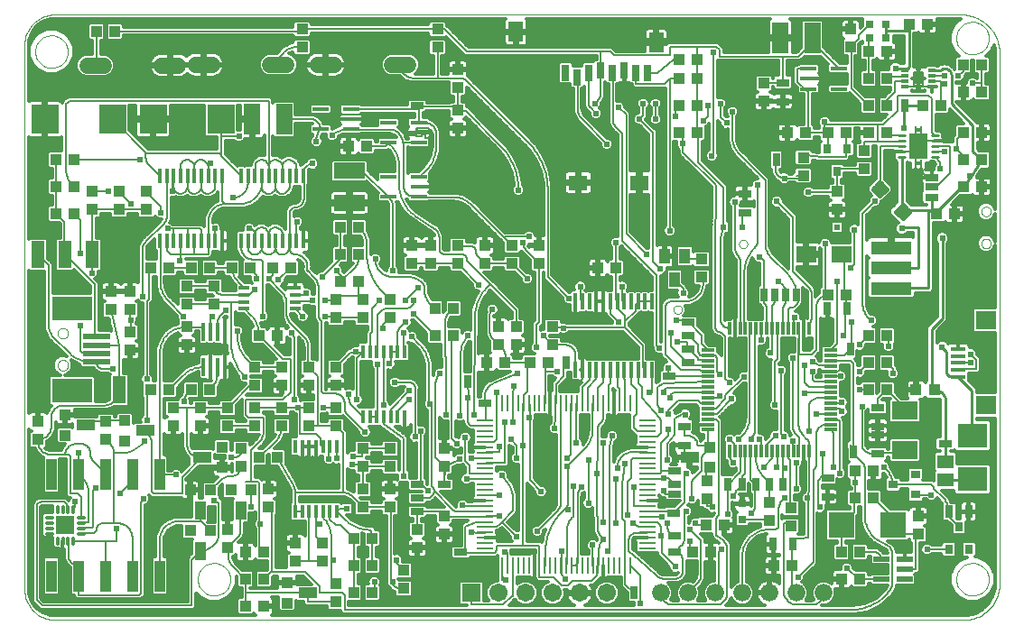
<source format=gtl>
G75*
%MOIN*%
%OFA0B0*%
%FSLAX24Y24*%
%IPPOS*%
%LPD*%
%AMOC8*
5,1,8,0,0,1.08239X$1,22.5*
%
%ADD10C,0.0000*%
%ADD11R,0.0472X0.0118*%
%ADD12R,0.0118X0.0472*%
%ADD13R,0.0984X0.0217*%
%ADD14R,0.1496X0.0906*%
%ADD15R,0.0142X0.0551*%
%ADD16R,0.0394X0.0433*%
%ADD17R,0.0433X0.0394*%
%ADD18R,0.0500X0.1000*%
%ADD19R,0.0142X0.0512*%
%ADD20R,0.0400X0.0400*%
%ADD21R,0.0400X0.0700*%
%ADD22R,0.0700X0.0400*%
%ADD23R,0.0128X0.0709*%
%ADD24R,0.0402X0.0161*%
%ADD25R,0.0394X0.1181*%
%ADD26R,0.0945X0.0945*%
%ADD27R,0.0591X0.0197*%
%ADD28R,0.0118X0.0591*%
%ADD29R,0.0675X0.0675*%
%ADD30C,0.0675*%
%ADD31R,0.0591X0.0157*%
%ADD32R,0.0591X0.0512*%
%ADD33R,0.0591X0.1142*%
%ADD34R,0.1142X0.0591*%
%ADD35R,0.1004X0.1063*%
%ADD36R,0.0630X0.0106*%
%ADD37R,0.0106X0.0630*%
%ADD38C,0.0600*%
%ADD39R,0.0354X0.0315*%
%ADD40R,0.0315X0.0354*%
%ADD41R,0.0315X0.0472*%
%ADD42R,0.0472X0.0315*%
%ADD43R,0.0748X0.0630*%
%ADD44R,0.1100X0.0900*%
%ADD45R,0.0394X0.0551*%
%ADD46R,0.0945X0.0669*%
%ADD47R,0.0315X0.0591*%
%ADD48R,0.0709X0.0551*%
%ADD49R,0.0551X0.0748*%
%ADD50C,0.0110*%
%ADD51R,0.0650X0.0945*%
%ADD52R,0.0110X0.0276*%
%ADD53C,0.0350*%
%ADD54R,0.0315X0.0315*%
%ADD55R,0.0500X0.0250*%
%ADD56C,0.0154*%
%ADD57R,0.1500X0.0500*%
%ADD58R,0.0256X0.0118*%
%ADD59C,0.0083*%
%ADD60C,0.0340*%
%ADD61C,0.0089*%
%ADD62R,0.0669X0.0669*%
%ADD63R,0.0551X0.0138*%
%ADD64R,0.0748X0.0709*%
%ADD65R,0.0250X0.0500*%
%ADD66C,0.0660*%
%ADD67C,0.0118*%
%ADD68C,0.0080*%
%ADD69C,0.0240*%
%ADD70R,0.0240X0.0240*%
%ADD71C,0.0100*%
D10*
X001624Y000310D02*
X035178Y000310D01*
X035249Y000312D01*
X035320Y000318D01*
X035391Y000327D01*
X035460Y000341D01*
X035530Y000358D01*
X035598Y000379D01*
X035664Y000403D01*
X035730Y000431D01*
X035793Y000463D01*
X035855Y000498D01*
X035915Y000536D01*
X035973Y000578D01*
X036029Y000623D01*
X036082Y000670D01*
X036132Y000720D01*
X036179Y000773D01*
X036224Y000829D01*
X036266Y000887D01*
X036304Y000947D01*
X036339Y001009D01*
X036371Y001072D01*
X036399Y001138D01*
X036423Y001204D01*
X036444Y001272D01*
X036461Y001342D01*
X036475Y001411D01*
X036484Y001482D01*
X036490Y001553D01*
X036492Y001624D01*
X036492Y021261D01*
X034900Y021810D02*
X034902Y021859D01*
X034908Y021907D01*
X034918Y021955D01*
X034932Y022002D01*
X034949Y022048D01*
X034970Y022092D01*
X034995Y022134D01*
X035023Y022174D01*
X035055Y022212D01*
X035089Y022247D01*
X035126Y022279D01*
X035165Y022308D01*
X035207Y022334D01*
X035251Y022356D01*
X035296Y022374D01*
X035343Y022389D01*
X035390Y022400D01*
X035439Y022407D01*
X035488Y022410D01*
X035537Y022409D01*
X035585Y022404D01*
X035634Y022395D01*
X035681Y022382D01*
X035727Y022365D01*
X035771Y022345D01*
X035814Y022321D01*
X035855Y022294D01*
X035893Y022263D01*
X035929Y022230D01*
X035961Y022194D01*
X035991Y022155D01*
X036018Y022114D01*
X036041Y022070D01*
X036060Y022025D01*
X036076Y021979D01*
X036088Y021932D01*
X036096Y021883D01*
X036100Y021834D01*
X036100Y021786D01*
X036096Y021737D01*
X036088Y021688D01*
X036076Y021641D01*
X036060Y021595D01*
X036041Y021550D01*
X036018Y021506D01*
X035991Y021465D01*
X035961Y021426D01*
X035929Y021390D01*
X035893Y021357D01*
X035855Y021326D01*
X035814Y021299D01*
X035771Y021275D01*
X035727Y021255D01*
X035681Y021238D01*
X035634Y021225D01*
X035585Y021216D01*
X035537Y021211D01*
X035488Y021210D01*
X035439Y021213D01*
X035390Y021220D01*
X035343Y021231D01*
X035296Y021246D01*
X035251Y021264D01*
X035207Y021286D01*
X035165Y021312D01*
X035126Y021341D01*
X035089Y021373D01*
X035055Y021408D01*
X035023Y021446D01*
X034995Y021486D01*
X034970Y021528D01*
X034949Y021572D01*
X034932Y021618D01*
X034918Y021665D01*
X034908Y021713D01*
X034902Y021761D01*
X034900Y021810D01*
X035073Y022680D02*
X035147Y022678D01*
X035221Y022672D01*
X035295Y022663D01*
X035368Y022649D01*
X035440Y022632D01*
X035511Y022611D01*
X035582Y022586D01*
X035650Y022557D01*
X035717Y022525D01*
X035783Y022490D01*
X035846Y022451D01*
X035907Y022409D01*
X035966Y022364D01*
X036022Y022316D01*
X036076Y022264D01*
X036128Y022210D01*
X036176Y022154D01*
X036221Y022095D01*
X036263Y022034D01*
X036302Y021971D01*
X036337Y021905D01*
X036369Y021838D01*
X036398Y021770D01*
X036423Y021699D01*
X036444Y021628D01*
X036461Y021556D01*
X036475Y021483D01*
X036484Y021409D01*
X036490Y021335D01*
X036492Y021261D01*
X035073Y022680D02*
X001617Y022680D01*
X001552Y022678D01*
X001487Y022672D01*
X001423Y022663D01*
X001359Y022650D01*
X001297Y022633D01*
X001235Y022613D01*
X001175Y022589D01*
X001116Y022561D01*
X001059Y022530D01*
X001003Y022496D01*
X000950Y022459D01*
X000899Y022419D01*
X000850Y022375D01*
X000805Y022330D01*
X000761Y022281D01*
X000721Y022230D01*
X000684Y022177D01*
X000650Y022122D01*
X000619Y022064D01*
X000591Y022005D01*
X000567Y021945D01*
X000547Y021883D01*
X000530Y021821D01*
X000517Y021757D01*
X000508Y021693D01*
X000502Y021628D01*
X000500Y021563D01*
X000500Y001434D01*
X000502Y001369D01*
X000508Y001304D01*
X000517Y001239D01*
X000530Y001175D01*
X000547Y001112D01*
X000568Y001050D01*
X000592Y000989D01*
X000620Y000930D01*
X000651Y000872D01*
X000685Y000816D01*
X000722Y000763D01*
X000763Y000712D01*
X000806Y000663D01*
X000853Y000616D01*
X000902Y000573D01*
X000953Y000532D01*
X001006Y000495D01*
X001062Y000461D01*
X001120Y000430D01*
X001179Y000402D01*
X001240Y000378D01*
X001302Y000357D01*
X001365Y000340D01*
X001429Y000327D01*
X001494Y000318D01*
X001559Y000312D01*
X001624Y000310D01*
X006900Y001810D02*
X006902Y001859D01*
X006908Y001907D01*
X006918Y001955D01*
X006932Y002002D01*
X006949Y002048D01*
X006970Y002092D01*
X006995Y002134D01*
X007023Y002174D01*
X007055Y002212D01*
X007089Y002247D01*
X007126Y002279D01*
X007165Y002308D01*
X007207Y002334D01*
X007251Y002356D01*
X007296Y002374D01*
X007343Y002389D01*
X007390Y002400D01*
X007439Y002407D01*
X007488Y002410D01*
X007537Y002409D01*
X007585Y002404D01*
X007634Y002395D01*
X007681Y002382D01*
X007727Y002365D01*
X007771Y002345D01*
X007814Y002321D01*
X007855Y002294D01*
X007893Y002263D01*
X007929Y002230D01*
X007961Y002194D01*
X007991Y002155D01*
X008018Y002114D01*
X008041Y002070D01*
X008060Y002025D01*
X008076Y001979D01*
X008088Y001932D01*
X008096Y001883D01*
X008100Y001834D01*
X008100Y001786D01*
X008096Y001737D01*
X008088Y001688D01*
X008076Y001641D01*
X008060Y001595D01*
X008041Y001550D01*
X008018Y001506D01*
X007991Y001465D01*
X007961Y001426D01*
X007929Y001390D01*
X007893Y001357D01*
X007855Y001326D01*
X007814Y001299D01*
X007771Y001275D01*
X007727Y001255D01*
X007681Y001238D01*
X007634Y001225D01*
X007585Y001216D01*
X007537Y001211D01*
X007488Y001210D01*
X007439Y001213D01*
X007390Y001220D01*
X007343Y001231D01*
X007296Y001246D01*
X007251Y001264D01*
X007207Y001286D01*
X007165Y001312D01*
X007126Y001341D01*
X007089Y001373D01*
X007055Y001408D01*
X007023Y001446D01*
X006995Y001486D01*
X006970Y001528D01*
X006949Y001572D01*
X006932Y001618D01*
X006918Y001665D01*
X006908Y001713D01*
X006902Y001761D01*
X006900Y001810D01*
X001720Y009719D02*
X001722Y009746D01*
X001728Y009773D01*
X001737Y009799D01*
X001750Y009823D01*
X001766Y009846D01*
X001785Y009865D01*
X001807Y009882D01*
X001831Y009896D01*
X001856Y009906D01*
X001883Y009913D01*
X001910Y009916D01*
X001938Y009915D01*
X001965Y009910D01*
X001991Y009902D01*
X002015Y009890D01*
X002038Y009874D01*
X002059Y009856D01*
X002076Y009835D01*
X002091Y009811D01*
X002102Y009786D01*
X002110Y009760D01*
X002114Y009733D01*
X002114Y009705D01*
X002110Y009678D01*
X002102Y009652D01*
X002091Y009627D01*
X002076Y009603D01*
X002059Y009582D01*
X002038Y009564D01*
X002016Y009548D01*
X001991Y009536D01*
X001965Y009528D01*
X001938Y009523D01*
X001910Y009522D01*
X001883Y009525D01*
X001856Y009532D01*
X001831Y009542D01*
X001807Y009556D01*
X001785Y009573D01*
X001766Y009592D01*
X001750Y009615D01*
X001737Y009639D01*
X001728Y009665D01*
X001722Y009692D01*
X001720Y009719D01*
X001720Y010901D02*
X001722Y010928D01*
X001728Y010955D01*
X001737Y010981D01*
X001750Y011005D01*
X001766Y011028D01*
X001785Y011047D01*
X001807Y011064D01*
X001831Y011078D01*
X001856Y011088D01*
X001883Y011095D01*
X001910Y011098D01*
X001938Y011097D01*
X001965Y011092D01*
X001991Y011084D01*
X002015Y011072D01*
X002038Y011056D01*
X002059Y011038D01*
X002076Y011017D01*
X002091Y010993D01*
X002102Y010968D01*
X002110Y010942D01*
X002114Y010915D01*
X002114Y010887D01*
X002110Y010860D01*
X002102Y010834D01*
X002091Y010809D01*
X002076Y010785D01*
X002059Y010764D01*
X002038Y010746D01*
X002016Y010730D01*
X001991Y010718D01*
X001965Y010710D01*
X001938Y010705D01*
X001910Y010704D01*
X001883Y010707D01*
X001856Y010714D01*
X001831Y010724D01*
X001807Y010738D01*
X001785Y010755D01*
X001766Y010774D01*
X001750Y010797D01*
X001737Y010821D01*
X001728Y010847D01*
X001722Y010874D01*
X001720Y010901D01*
X000900Y021310D02*
X000902Y021359D01*
X000908Y021407D01*
X000918Y021455D01*
X000932Y021502D01*
X000949Y021548D01*
X000970Y021592D01*
X000995Y021634D01*
X001023Y021674D01*
X001055Y021712D01*
X001089Y021747D01*
X001126Y021779D01*
X001165Y021808D01*
X001207Y021834D01*
X001251Y021856D01*
X001296Y021874D01*
X001343Y021889D01*
X001390Y021900D01*
X001439Y021907D01*
X001488Y021910D01*
X001537Y021909D01*
X001585Y021904D01*
X001634Y021895D01*
X001681Y021882D01*
X001727Y021865D01*
X001771Y021845D01*
X001814Y021821D01*
X001855Y021794D01*
X001893Y021763D01*
X001929Y021730D01*
X001961Y021694D01*
X001991Y021655D01*
X002018Y021614D01*
X002041Y021570D01*
X002060Y021525D01*
X002076Y021479D01*
X002088Y021432D01*
X002096Y021383D01*
X002100Y021334D01*
X002100Y021286D01*
X002096Y021237D01*
X002088Y021188D01*
X002076Y021141D01*
X002060Y021095D01*
X002041Y021050D01*
X002018Y021006D01*
X001991Y020965D01*
X001961Y020926D01*
X001929Y020890D01*
X001893Y020857D01*
X001855Y020826D01*
X001814Y020799D01*
X001771Y020775D01*
X001727Y020755D01*
X001681Y020738D01*
X001634Y020725D01*
X001585Y020716D01*
X001537Y020711D01*
X001488Y020710D01*
X001439Y020713D01*
X001390Y020720D01*
X001343Y020731D01*
X001296Y020746D01*
X001251Y020764D01*
X001207Y020786D01*
X001165Y020812D01*
X001126Y020841D01*
X001089Y020873D01*
X001055Y020908D01*
X001023Y020946D01*
X000995Y020986D01*
X000970Y021028D01*
X000949Y021072D01*
X000932Y021118D01*
X000918Y021165D01*
X000908Y021213D01*
X000902Y021261D01*
X000900Y021310D01*
X024457Y011776D02*
X024459Y011801D01*
X024465Y011825D01*
X024474Y011847D01*
X024487Y011868D01*
X024503Y011887D01*
X024522Y011903D01*
X024543Y011916D01*
X024565Y011925D01*
X024589Y011931D01*
X024614Y011933D01*
X024639Y011931D01*
X024663Y011925D01*
X024685Y011916D01*
X024706Y011903D01*
X024725Y011887D01*
X024741Y011868D01*
X024754Y011847D01*
X024763Y011825D01*
X024769Y011801D01*
X024771Y011776D01*
X024769Y011751D01*
X024763Y011727D01*
X024754Y011705D01*
X024741Y011684D01*
X024725Y011665D01*
X024706Y011649D01*
X024685Y011636D01*
X024663Y011627D01*
X024639Y011621D01*
X024614Y011619D01*
X024589Y011621D01*
X024565Y011627D01*
X024543Y011636D01*
X024522Y011649D01*
X024503Y011665D01*
X024487Y011684D01*
X024474Y011705D01*
X024465Y011727D01*
X024459Y011751D01*
X024457Y011776D01*
X026877Y014196D02*
X026879Y014221D01*
X026885Y014245D01*
X026894Y014267D01*
X026907Y014288D01*
X026923Y014307D01*
X026942Y014323D01*
X026963Y014336D01*
X026985Y014345D01*
X027009Y014351D01*
X027034Y014353D01*
X027059Y014351D01*
X027083Y014345D01*
X027105Y014336D01*
X027126Y014323D01*
X027145Y014307D01*
X027161Y014288D01*
X027174Y014267D01*
X027183Y014245D01*
X027189Y014221D01*
X027191Y014196D01*
X027189Y014171D01*
X027183Y014147D01*
X027174Y014125D01*
X027161Y014104D01*
X027145Y014085D01*
X027126Y014069D01*
X027105Y014056D01*
X027083Y014047D01*
X027059Y014041D01*
X027034Y014039D01*
X027009Y014041D01*
X026985Y014047D01*
X026963Y014056D01*
X026942Y014069D01*
X026923Y014085D01*
X026907Y014104D01*
X026894Y014125D01*
X026885Y014147D01*
X026879Y014171D01*
X026877Y014196D01*
X035823Y014219D02*
X035825Y014245D01*
X035831Y014271D01*
X035841Y014296D01*
X035854Y014319D01*
X035870Y014339D01*
X035890Y014357D01*
X035912Y014372D01*
X035935Y014384D01*
X035961Y014392D01*
X035987Y014396D01*
X036013Y014396D01*
X036039Y014392D01*
X036065Y014384D01*
X036089Y014372D01*
X036110Y014357D01*
X036130Y014339D01*
X036146Y014319D01*
X036159Y014296D01*
X036169Y014271D01*
X036175Y014245D01*
X036177Y014219D01*
X036175Y014193D01*
X036169Y014167D01*
X036159Y014142D01*
X036146Y014119D01*
X036130Y014099D01*
X036110Y014081D01*
X036088Y014066D01*
X036065Y014054D01*
X036039Y014046D01*
X036013Y014042D01*
X035987Y014042D01*
X035961Y014046D01*
X035935Y014054D01*
X035911Y014066D01*
X035890Y014081D01*
X035870Y014099D01*
X035854Y014119D01*
X035841Y014142D01*
X035831Y014167D01*
X035825Y014193D01*
X035823Y014219D01*
X035823Y015401D02*
X035825Y015427D01*
X035831Y015453D01*
X035841Y015478D01*
X035854Y015501D01*
X035870Y015521D01*
X035890Y015539D01*
X035912Y015554D01*
X035935Y015566D01*
X035961Y015574D01*
X035987Y015578D01*
X036013Y015578D01*
X036039Y015574D01*
X036065Y015566D01*
X036089Y015554D01*
X036110Y015539D01*
X036130Y015521D01*
X036146Y015501D01*
X036159Y015478D01*
X036169Y015453D01*
X036175Y015427D01*
X036177Y015401D01*
X036175Y015375D01*
X036169Y015349D01*
X036159Y015324D01*
X036146Y015301D01*
X036130Y015281D01*
X036110Y015263D01*
X036088Y015248D01*
X036065Y015236D01*
X036039Y015228D01*
X036013Y015224D01*
X035987Y015224D01*
X035961Y015228D01*
X035935Y015236D01*
X035911Y015248D01*
X035890Y015263D01*
X035870Y015281D01*
X035854Y015301D01*
X035841Y015324D01*
X035831Y015349D01*
X035825Y015375D01*
X035823Y015401D01*
X034900Y001810D02*
X034902Y001859D01*
X034908Y001907D01*
X034918Y001955D01*
X034932Y002002D01*
X034949Y002048D01*
X034970Y002092D01*
X034995Y002134D01*
X035023Y002174D01*
X035055Y002212D01*
X035089Y002247D01*
X035126Y002279D01*
X035165Y002308D01*
X035207Y002334D01*
X035251Y002356D01*
X035296Y002374D01*
X035343Y002389D01*
X035390Y002400D01*
X035439Y002407D01*
X035488Y002410D01*
X035537Y002409D01*
X035585Y002404D01*
X035634Y002395D01*
X035681Y002382D01*
X035727Y002365D01*
X035771Y002345D01*
X035814Y002321D01*
X035855Y002294D01*
X035893Y002263D01*
X035929Y002230D01*
X035961Y002194D01*
X035991Y002155D01*
X036018Y002114D01*
X036041Y002070D01*
X036060Y002025D01*
X036076Y001979D01*
X036088Y001932D01*
X036096Y001883D01*
X036100Y001834D01*
X036100Y001786D01*
X036096Y001737D01*
X036088Y001688D01*
X036076Y001641D01*
X036060Y001595D01*
X036041Y001550D01*
X036018Y001506D01*
X035991Y001465D01*
X035961Y001426D01*
X035929Y001390D01*
X035893Y001357D01*
X035855Y001326D01*
X035814Y001299D01*
X035771Y001275D01*
X035727Y001255D01*
X035681Y001238D01*
X035634Y001225D01*
X035585Y001216D01*
X035537Y001211D01*
X035488Y001210D01*
X035439Y001213D01*
X035390Y001220D01*
X035343Y001231D01*
X035296Y001246D01*
X035251Y001264D01*
X035207Y001286D01*
X035165Y001312D01*
X035126Y001341D01*
X035089Y001373D01*
X035055Y001408D01*
X035023Y001446D01*
X034995Y001486D01*
X034970Y001528D01*
X034949Y001572D01*
X034932Y001618D01*
X034918Y001665D01*
X034908Y001713D01*
X034902Y001761D01*
X034900Y001810D01*
D11*
X030264Y007334D03*
X030264Y007530D03*
X030264Y007727D03*
X030264Y007924D03*
X030264Y008121D03*
X030264Y008318D03*
X030264Y008515D03*
X030264Y008712D03*
X030264Y008908D03*
X030264Y009105D03*
X030264Y009302D03*
X030264Y009499D03*
X030264Y009696D03*
X030264Y009893D03*
X030264Y010090D03*
X030264Y010286D03*
X025736Y010286D03*
X025736Y010090D03*
X025736Y009893D03*
X025736Y009696D03*
X025736Y009499D03*
X025736Y009302D03*
X025736Y009105D03*
X025736Y008908D03*
X025736Y008712D03*
X025736Y008515D03*
X025736Y008318D03*
X025736Y008121D03*
X025736Y007924D03*
X025736Y007727D03*
X025736Y007530D03*
X025736Y007334D03*
D12*
X026524Y006546D03*
X026720Y006546D03*
X026917Y006546D03*
X027114Y006546D03*
X027311Y006546D03*
X027508Y006546D03*
X027705Y006546D03*
X027902Y006546D03*
X028098Y006546D03*
X028295Y006546D03*
X028492Y006546D03*
X028689Y006546D03*
X028886Y006546D03*
X029083Y006546D03*
X029280Y006546D03*
X029476Y006546D03*
X029476Y011074D03*
X029280Y011074D03*
X029083Y011074D03*
X028886Y011074D03*
X028689Y011074D03*
X028492Y011074D03*
X028295Y011074D03*
X028098Y011074D03*
X027902Y011074D03*
X027705Y011074D03*
X027508Y011074D03*
X027311Y011074D03*
X027114Y011074D03*
X026917Y011074D03*
X026720Y011074D03*
X026524Y011074D03*
D13*
X003157Y010782D03*
X003157Y010467D03*
X003157Y010153D03*
X003157Y009838D03*
D14*
X002252Y008794D03*
X002252Y011826D03*
D15*
X005500Y014310D03*
X005756Y014310D03*
X006012Y014310D03*
X006268Y014310D03*
X006524Y014310D03*
X006780Y014310D03*
X007035Y014310D03*
X007291Y014310D03*
X007547Y014310D03*
X007803Y014310D03*
X008500Y014310D03*
X008756Y014310D03*
X009012Y014310D03*
X009268Y014310D03*
X009524Y014310D03*
X009780Y014310D03*
X010035Y014310D03*
X010291Y014310D03*
X010547Y014310D03*
X010803Y014310D03*
X010803Y016710D03*
X010547Y016710D03*
X010291Y016710D03*
X010035Y016710D03*
X009780Y016710D03*
X009524Y016710D03*
X009268Y016710D03*
X009012Y016710D03*
X008756Y016710D03*
X008500Y016710D03*
X007803Y016710D03*
X007547Y016710D03*
X007291Y016710D03*
X007035Y016710D03*
X006780Y016710D03*
X006524Y016710D03*
X006268Y016710D03*
X006012Y016710D03*
X005756Y016710D03*
X005500Y016710D03*
D16*
X002335Y016310D03*
X001665Y016310D03*
X001665Y015310D03*
X002335Y015310D03*
X002335Y017310D03*
X001665Y017310D03*
X005165Y013310D03*
X005835Y013310D03*
X006665Y013310D03*
X007335Y013310D03*
X008165Y013310D03*
X008835Y013310D03*
X009665Y013310D03*
X010335Y013310D03*
X012165Y012810D03*
X012835Y012810D03*
X012835Y013810D03*
X012165Y013810D03*
X012165Y014810D03*
X012835Y014810D03*
X013135Y017810D03*
X012465Y017810D03*
X003835Y022060D03*
X003165Y022060D03*
X015665Y011810D03*
X016335Y011810D03*
X016335Y010810D03*
X015665Y010810D03*
X017565Y009810D03*
X018235Y009810D03*
X019165Y009810D03*
X019835Y009810D03*
X021665Y013310D03*
X022335Y013310D03*
X024665Y018310D03*
X025335Y018310D03*
X025335Y019310D03*
X024665Y019310D03*
X024665Y020310D03*
X025335Y020310D03*
X025335Y021010D03*
X024665Y021010D03*
X030165Y018310D03*
X030835Y018310D03*
X031665Y019310D03*
X032335Y019310D03*
X033665Y019310D03*
X034335Y019310D03*
X035165Y018310D03*
X035835Y018310D03*
X035835Y017310D03*
X035165Y017310D03*
X032335Y020310D03*
X031665Y020310D03*
X031000Y021475D03*
X031000Y022145D03*
X035165Y020810D03*
X035835Y020810D03*
X032335Y010810D03*
X031665Y010810D03*
X031665Y009810D03*
X032335Y009810D03*
X032335Y008810D03*
X031665Y008810D03*
X033415Y008810D03*
X034085Y008810D03*
X031835Y005810D03*
X031165Y005810D03*
X031165Y004810D03*
X031835Y004810D03*
X031335Y002810D03*
X030665Y002810D03*
X030665Y001810D03*
X031335Y001810D03*
X028835Y002310D03*
X028165Y002310D03*
X025835Y002810D03*
X025165Y002810D03*
X025665Y003810D03*
X026335Y003810D03*
X013335Y003310D03*
X012665Y003310D03*
X012665Y002310D03*
X013335Y002310D03*
X013335Y001310D03*
X012665Y001310D03*
X009335Y000810D03*
X008665Y000810D03*
X008665Y001810D03*
X009335Y001810D03*
X009335Y002810D03*
X008665Y002810D03*
X009165Y006310D03*
X009835Y006310D03*
X007335Y008810D03*
X006665Y008810D03*
X005835Y008810D03*
X005165Y008810D03*
X009165Y010810D03*
X009835Y010810D03*
D17*
X010000Y009645D03*
X011000Y009645D03*
X011000Y008975D03*
X010000Y008975D03*
X009000Y008975D03*
X009000Y009645D03*
X009000Y008145D03*
X009000Y007475D03*
X008500Y006645D03*
X008500Y005975D03*
X009500Y005145D03*
X009500Y004475D03*
X008000Y003645D03*
X008000Y002975D03*
X010500Y003145D03*
X011500Y003145D03*
X011500Y002475D03*
X010500Y002475D03*
X012000Y001645D03*
X012000Y000975D03*
X014500Y001475D03*
X014500Y002145D03*
X015000Y002975D03*
X016000Y003475D03*
X015000Y003645D03*
X016000Y004145D03*
X014000Y004475D03*
X014000Y005145D03*
X013000Y005145D03*
X013000Y004475D03*
X013000Y005975D03*
X013000Y006645D03*
X014000Y006645D03*
X014000Y005975D03*
X016000Y005975D03*
X016000Y006645D03*
X012000Y007475D03*
X012000Y008145D03*
X011000Y008145D03*
X010000Y008145D03*
X010000Y007475D03*
X011000Y007475D03*
X012000Y008975D03*
X012000Y009645D03*
X012000Y011475D03*
X013000Y011475D03*
X013000Y012145D03*
X012000Y012145D03*
X014000Y012145D03*
X014000Y011475D03*
X014800Y013475D03*
X015500Y013475D03*
X016500Y013475D03*
X016500Y014145D03*
X015500Y014145D03*
X014800Y014145D03*
X017500Y014145D03*
X017500Y013475D03*
X018500Y013475D03*
X019500Y013475D03*
X019500Y014145D03*
X018500Y014145D03*
X018650Y011145D03*
X018000Y011145D03*
X018000Y010475D03*
X018650Y010475D03*
X020000Y010475D03*
X020000Y011145D03*
X025500Y012975D03*
X025500Y013645D03*
X030165Y012310D03*
X030835Y012310D03*
X030500Y015475D03*
X030500Y016145D03*
X029250Y016725D03*
X029250Y017395D03*
X029335Y018310D03*
X028665Y018310D03*
X027800Y019475D03*
X027800Y020145D03*
X031665Y021310D03*
X032335Y021310D03*
X033165Y022310D03*
X033835Y022310D03*
X035165Y019810D03*
X035835Y019810D03*
X032335Y018310D03*
X031665Y018310D03*
X031500Y017645D03*
X031500Y016975D03*
X034165Y015310D03*
X034835Y015310D03*
X035165Y016310D03*
X035835Y016310D03*
X025700Y005445D03*
X025700Y004775D03*
X028000Y004645D03*
X028800Y004445D03*
X028800Y003775D03*
X028000Y003975D03*
X033500Y004145D03*
X033500Y003475D03*
X016500Y018475D03*
X016500Y019145D03*
X016500Y019975D03*
X016500Y020645D03*
X015750Y021475D03*
X015750Y022145D03*
X010750Y022145D03*
X010750Y021475D03*
X005000Y016145D03*
X005000Y015475D03*
X004000Y015475D03*
X004000Y016145D03*
X003000Y016145D03*
X003000Y015475D03*
X003700Y012445D03*
X004400Y012445D03*
X004400Y011775D03*
X003700Y011775D03*
X004400Y010945D03*
X004400Y010275D03*
X006500Y010475D03*
X006500Y011145D03*
X006500Y011975D03*
X006500Y012645D03*
X007500Y012645D03*
X007500Y011975D03*
X007000Y008145D03*
X008000Y008145D03*
X008000Y007475D03*
X007000Y007475D03*
X006000Y007475D03*
X006000Y008145D03*
X003500Y007645D03*
X003500Y006975D03*
X001000Y006975D03*
X001000Y007645D03*
D18*
X004000Y008810D03*
X003000Y013810D03*
X002000Y013810D03*
X001000Y013810D03*
D19*
X010500Y006710D03*
X010756Y006710D03*
X011012Y006710D03*
X011268Y006710D03*
X011524Y006710D03*
X011780Y006710D03*
X012035Y006710D03*
X013000Y007810D03*
X013256Y007810D03*
X013512Y007810D03*
X013768Y007810D03*
X014024Y007810D03*
X014280Y007810D03*
X014535Y007810D03*
X014535Y010210D03*
X014280Y010210D03*
X014024Y010210D03*
X013768Y010210D03*
X013512Y010210D03*
X013256Y010210D03*
X013000Y010210D03*
X012035Y004310D03*
X011780Y004310D03*
X011524Y004310D03*
X011268Y004310D03*
X011012Y004310D03*
X010756Y004310D03*
X010500Y004310D03*
D20*
X008870Y005110D03*
X008120Y005110D03*
X007370Y005110D03*
X006620Y005110D03*
X007800Y005940D03*
X007800Y006690D03*
X004200Y006930D03*
X004200Y007680D03*
X002000Y007880D03*
X002000Y007130D03*
X006620Y003610D03*
X007370Y003610D03*
X010200Y001680D03*
X010200Y000930D03*
X025800Y005940D03*
X025800Y006690D03*
D21*
X008495Y004360D03*
X006995Y004360D03*
X006995Y002860D03*
D22*
X010950Y001305D03*
X007050Y006315D03*
X004950Y007305D03*
X002750Y007505D03*
X025050Y006315D03*
D23*
X007884Y009660D03*
X007628Y009660D03*
X007372Y009660D03*
X007116Y009660D03*
X007116Y010960D03*
X007372Y010960D03*
X007628Y010960D03*
X007884Y010960D03*
D24*
X008610Y011810D03*
X008610Y012066D03*
X008610Y012322D03*
X008610Y012578D03*
X010500Y012578D03*
X010500Y012322D03*
X010500Y012066D03*
X010500Y011810D03*
D25*
X005500Y005692D03*
X004500Y005692D03*
X003500Y005692D03*
X002500Y005692D03*
X001500Y005692D03*
X001500Y001928D03*
X002500Y001928D03*
X003500Y001928D03*
X004500Y001928D03*
X005500Y001928D03*
D26*
X030650Y003810D03*
X032579Y003810D03*
D27*
X033000Y002558D03*
X033000Y002184D03*
X033000Y001810D03*
X032134Y001810D03*
X032134Y002558D03*
D28*
X023663Y009550D03*
X023407Y009550D03*
X023152Y009550D03*
X022896Y009550D03*
X022640Y009550D03*
X022384Y009550D03*
X022128Y009550D03*
X021872Y009550D03*
X021616Y009550D03*
X021360Y009550D03*
X021104Y009550D03*
X020848Y009550D03*
X020848Y012070D03*
X021104Y012070D03*
X021360Y012070D03*
X021616Y012070D03*
X021872Y012070D03*
X022128Y012070D03*
X022384Y012070D03*
X022640Y012070D03*
X022896Y012070D03*
X023152Y012070D03*
X023407Y012070D03*
X023663Y012070D03*
D29*
X017000Y001310D03*
D30*
X018000Y001310D03*
X019000Y001310D03*
X020000Y001310D03*
X021000Y001310D03*
X022000Y001310D03*
D31*
X015060Y015940D03*
X015060Y016314D03*
X015060Y016688D03*
X013938Y016688D03*
X013938Y015940D03*
X013938Y017940D03*
X013938Y018688D03*
X015060Y018688D03*
X015060Y018314D03*
X015060Y017940D03*
X012560Y018440D03*
X012560Y018814D03*
X012560Y019188D03*
X011438Y019188D03*
X011438Y018440D03*
X029440Y019932D03*
X029440Y020306D03*
X029440Y020680D03*
X030562Y020680D03*
X030562Y019932D03*
D32*
X034500Y006145D03*
X034500Y005475D03*
D33*
X010091Y018810D03*
X008909Y018810D03*
X028409Y021810D03*
X029591Y021810D03*
D34*
X012500Y016901D03*
X012500Y015719D03*
D35*
X007750Y018810D03*
X005250Y018810D03*
X003750Y018810D03*
X001250Y018810D03*
D36*
X017508Y007672D03*
X017508Y007475D03*
X017508Y007279D03*
X017508Y007082D03*
X017508Y006885D03*
X017508Y006688D03*
X017508Y006491D03*
X017508Y006294D03*
X017508Y006097D03*
X017508Y005901D03*
X017508Y005704D03*
X017508Y005507D03*
X017508Y005310D03*
X017508Y005113D03*
X017508Y004916D03*
X017508Y004719D03*
X017508Y004523D03*
X017508Y004326D03*
X017508Y004129D03*
X017508Y003932D03*
X017508Y003735D03*
X017508Y003538D03*
X017508Y003341D03*
X017508Y003145D03*
X017508Y002948D03*
X023492Y002948D03*
X023492Y003145D03*
X023492Y003341D03*
X023492Y003538D03*
X023492Y003735D03*
X023492Y003932D03*
X023492Y004129D03*
X023492Y004326D03*
X023492Y004523D03*
X023492Y004719D03*
X023492Y004916D03*
X023492Y005113D03*
X023492Y005310D03*
X023492Y005507D03*
X023492Y005704D03*
X023492Y005901D03*
X023492Y006097D03*
X023492Y006294D03*
X023492Y006491D03*
X023492Y006688D03*
X023492Y006885D03*
X023492Y007082D03*
X023492Y007279D03*
X023492Y007475D03*
X023492Y007672D03*
D37*
X022862Y008302D03*
X022665Y008302D03*
X022469Y008302D03*
X022272Y008302D03*
X022075Y008302D03*
X021878Y008302D03*
X021681Y008302D03*
X021484Y008302D03*
X021287Y008302D03*
X021091Y008302D03*
X020894Y008302D03*
X020697Y008302D03*
X020500Y008302D03*
X020303Y008302D03*
X020106Y008302D03*
X019909Y008302D03*
X019713Y008302D03*
X019516Y008302D03*
X019319Y008302D03*
X019122Y008302D03*
X018925Y008302D03*
X018728Y008302D03*
X018531Y008302D03*
X018335Y008302D03*
X018138Y008302D03*
X018138Y002318D03*
X018335Y002318D03*
X018531Y002318D03*
X018728Y002318D03*
X018925Y002318D03*
X019122Y002318D03*
X019319Y002318D03*
X019516Y002318D03*
X019713Y002318D03*
X019909Y002318D03*
X020106Y002318D03*
X020303Y002318D03*
X020500Y002318D03*
X020697Y002318D03*
X020894Y002318D03*
X021091Y002318D03*
X021287Y002318D03*
X021484Y002318D03*
X021681Y002318D03*
X021878Y002318D03*
X022075Y002318D03*
X022272Y002318D03*
X022469Y002318D03*
X022665Y002318D03*
X022862Y002318D03*
D38*
X014678Y020822D02*
X014078Y020822D01*
X011922Y020822D02*
X011322Y020822D01*
X010178Y020822D02*
X009578Y020822D01*
X007422Y020822D02*
X006822Y020822D01*
X006178Y020798D02*
X005578Y020798D01*
X003422Y020798D02*
X002822Y020798D01*
D39*
X032567Y005310D03*
X033394Y005684D03*
X033394Y004936D03*
D40*
X035000Y003743D03*
X034626Y002916D03*
X035374Y002916D03*
X030500Y016877D03*
X030126Y017704D03*
X030874Y017704D03*
D41*
X030854Y011810D03*
X030146Y011810D03*
X034646Y004310D03*
X035354Y004310D03*
X028854Y003110D03*
X028146Y003110D03*
D42*
X030150Y004856D03*
X030150Y005564D03*
X032000Y006456D03*
X032000Y007164D03*
X032000Y007456D03*
X032000Y008164D03*
X024850Y007464D03*
X024850Y006756D03*
X027100Y015356D03*
X027100Y016064D03*
X028500Y019456D03*
X028500Y020164D03*
D43*
X029350Y013810D03*
X030650Y013810D03*
D44*
X035500Y007116D03*
X035500Y005504D03*
D45*
X024500Y012877D03*
X024126Y013743D03*
X024874Y013743D03*
D46*
X033000Y008038D03*
X033000Y006582D03*
D47*
X020913Y020365D03*
X020480Y020523D03*
X021346Y020523D03*
X021780Y020601D03*
X022213Y020523D03*
X022646Y020601D03*
X023079Y020523D03*
X023512Y020523D03*
D48*
X023193Y016467D03*
X020949Y016467D03*
D49*
X023823Y021645D03*
X018646Y022038D03*
D50*
X032780Y018204D02*
X033004Y018204D01*
X033004Y018007D02*
X032780Y018007D01*
X032780Y017810D02*
X033004Y017810D01*
X033004Y017613D02*
X032780Y017613D01*
X032780Y017416D02*
X033004Y017416D01*
X033996Y017416D02*
X034220Y017416D01*
X034220Y017613D02*
X033996Y017613D01*
X033996Y017810D02*
X034220Y017810D01*
X034220Y018007D02*
X033996Y018007D01*
X033996Y018204D02*
X034220Y018204D01*
D51*
X033500Y017810D03*
D52*
X033402Y017200D03*
X033598Y017200D03*
X033598Y018420D03*
X033402Y018420D03*
D53*
X033500Y018046D03*
X033500Y017574D03*
D54*
X032295Y021810D03*
X031705Y021810D03*
X031705Y022310D03*
X032295Y022310D03*
X027000Y004605D03*
X027000Y004015D03*
D55*
X024450Y004260D03*
X024500Y004960D03*
X024500Y005310D03*
X024500Y005810D03*
X024500Y003410D03*
X024500Y002810D03*
X016600Y002810D03*
X015000Y004310D03*
X015000Y004810D03*
X015000Y005310D03*
X016000Y005310D03*
X017500Y008310D03*
X024300Y009310D03*
X025000Y009810D03*
X025000Y010310D03*
X025000Y010810D03*
X025000Y011310D03*
X034000Y015930D03*
X034000Y016310D03*
X034000Y016660D03*
X034500Y006810D03*
X015000Y019310D03*
D56*
X032082Y016481D02*
X032335Y016228D01*
X032082Y015975D01*
X031829Y016228D01*
X032082Y016481D01*
X032235Y016128D02*
X031929Y016128D01*
X031882Y016281D02*
X032282Y016281D01*
X032129Y016434D02*
X032035Y016434D01*
X033171Y015392D02*
X032918Y015139D01*
X032665Y015392D01*
X032918Y015645D01*
X033171Y015392D01*
X033071Y015292D02*
X032765Y015292D01*
X032718Y015445D02*
X033118Y015445D01*
X032965Y015598D02*
X032871Y015598D01*
D57*
X032500Y014060D03*
X032500Y013310D03*
X032500Y012560D03*
D58*
X033008Y020015D03*
X033008Y020212D03*
X033008Y020408D03*
X033008Y020605D03*
X033992Y020605D03*
X033992Y020408D03*
X033992Y020212D03*
X033992Y020015D03*
D59*
X033665Y020066D02*
X033335Y020066D01*
X033335Y020554D01*
X033665Y020554D01*
X033665Y020066D01*
X033665Y020148D02*
X033335Y020148D01*
X033335Y020230D02*
X033665Y020230D01*
X033665Y020312D02*
X033335Y020312D01*
X033335Y020394D02*
X033665Y020394D01*
X033665Y020476D02*
X033335Y020476D01*
D60*
X033500Y020310D03*
D61*
X002704Y004120D02*
X002458Y004120D01*
X002704Y004120D02*
X002704Y004090D01*
X002458Y004090D01*
X002458Y004120D01*
X002458Y003923D02*
X002704Y003923D01*
X002704Y003893D01*
X002458Y003893D01*
X002458Y003923D01*
X002458Y003727D02*
X002704Y003727D01*
X002704Y003697D01*
X002458Y003697D01*
X002458Y003727D01*
X002458Y003530D02*
X002704Y003530D01*
X002704Y003500D01*
X002458Y003500D01*
X002458Y003530D01*
X002310Y003352D02*
X002310Y003106D01*
X002280Y003106D01*
X002280Y003352D01*
X002310Y003352D01*
X002310Y003194D02*
X002280Y003194D01*
X002280Y003282D02*
X002310Y003282D01*
X002113Y003352D02*
X002113Y003106D01*
X002083Y003106D01*
X002083Y003352D01*
X002113Y003352D01*
X002113Y003194D02*
X002083Y003194D01*
X002083Y003282D02*
X002113Y003282D01*
X001917Y003352D02*
X001917Y003106D01*
X001887Y003106D01*
X001887Y003352D01*
X001917Y003352D01*
X001917Y003194D02*
X001887Y003194D01*
X001887Y003282D02*
X001917Y003282D01*
X001720Y003352D02*
X001720Y003106D01*
X001690Y003106D01*
X001690Y003352D01*
X001720Y003352D01*
X001720Y003194D02*
X001690Y003194D01*
X001690Y003282D02*
X001720Y003282D01*
X001542Y003500D02*
X001296Y003500D01*
X001296Y003530D01*
X001542Y003530D01*
X001542Y003500D01*
X001542Y003697D02*
X001296Y003697D01*
X001296Y003727D01*
X001542Y003727D01*
X001542Y003697D01*
X001542Y003893D02*
X001296Y003893D01*
X001296Y003923D01*
X001542Y003923D01*
X001542Y003893D01*
X001542Y004090D02*
X001296Y004090D01*
X001296Y004120D01*
X001542Y004120D01*
X001542Y004090D01*
X001690Y004268D02*
X001690Y004514D01*
X001720Y004514D01*
X001720Y004268D01*
X001690Y004268D01*
X001690Y004356D02*
X001720Y004356D01*
X001720Y004444D02*
X001690Y004444D01*
X001887Y004514D02*
X001887Y004268D01*
X001887Y004514D02*
X001917Y004514D01*
X001917Y004268D01*
X001887Y004268D01*
X001887Y004356D02*
X001917Y004356D01*
X001917Y004444D02*
X001887Y004444D01*
X002083Y004514D02*
X002083Y004268D01*
X002083Y004514D02*
X002113Y004514D01*
X002113Y004268D01*
X002083Y004268D01*
X002083Y004356D02*
X002113Y004356D01*
X002113Y004444D02*
X002083Y004444D01*
X002280Y004514D02*
X002280Y004268D01*
X002280Y004514D02*
X002310Y004514D01*
X002310Y004268D01*
X002280Y004268D01*
X002280Y004356D02*
X002310Y004356D01*
X002310Y004444D02*
X002280Y004444D01*
D62*
X002000Y003810D03*
D63*
X034957Y009298D03*
X034957Y009554D03*
X034957Y009810D03*
X034957Y010066D03*
X034957Y010322D03*
D64*
X036000Y011385D03*
X036000Y008235D03*
D65*
X031100Y006510D03*
X028500Y005310D03*
X028000Y005310D03*
X027500Y005310D03*
X027000Y005310D03*
X026450Y005310D03*
X023000Y001310D03*
X016850Y009110D03*
X020500Y009810D03*
X027800Y012310D03*
X028200Y012310D03*
X028600Y012310D03*
X029000Y012310D03*
X031000Y010310D03*
X028250Y017310D03*
X033000Y019310D03*
D66*
X030000Y001310D03*
X029000Y001310D03*
X028000Y001310D03*
X027000Y001310D03*
X026000Y001310D03*
X025000Y001310D03*
X024000Y001310D03*
D67*
X001072Y000693D02*
X001022Y000693D01*
X001084Y000681D02*
X006746Y000681D01*
X006839Y000774D01*
X006839Y001298D01*
X007030Y001107D01*
X007030Y001107D01*
X007335Y000981D01*
X007665Y000981D01*
X007970Y001107D01*
X008203Y001340D01*
X008203Y001340D01*
X008329Y001645D01*
X008329Y001916D01*
X008349Y001896D01*
X008349Y001544D01*
X008419Y001474D01*
X008521Y001474D01*
X008521Y001146D01*
X008419Y001146D01*
X008349Y001076D01*
X008349Y000544D01*
X008419Y000474D01*
X008912Y000474D01*
X008981Y000544D01*
X008981Y000563D01*
X008990Y000532D01*
X009011Y000496D01*
X009037Y000469D01*
X001624Y000469D01*
X001473Y000481D01*
X001186Y000574D01*
X000942Y000752D01*
X000764Y000996D01*
X000671Y001283D01*
X000659Y001434D01*
X000659Y007347D01*
X000686Y007321D01*
X000722Y007300D01*
X000753Y007291D01*
X000734Y007291D01*
X000664Y007222D01*
X000664Y006729D01*
X000734Y006659D01*
X000890Y006659D01*
X000941Y006537D01*
X001127Y006351D01*
X001184Y006327D01*
X001184Y005052D01*
X001254Y004982D01*
X001746Y004982D01*
X001816Y005052D01*
X001816Y006251D01*
X002041Y006251D01*
X002041Y004924D01*
X002134Y004831D01*
X002203Y004831D01*
X002177Y004805D01*
X002146Y004729D01*
X002139Y004736D01*
X002046Y004829D01*
X001046Y004829D01*
X000884Y004736D01*
X000791Y004574D01*
X000791Y000974D01*
X001084Y000681D01*
X001182Y000577D02*
X008349Y000577D01*
X008349Y000693D02*
X006758Y000693D01*
X006839Y000810D02*
X008349Y000810D01*
X008349Y000927D02*
X006839Y000927D01*
X006839Y001043D02*
X007185Y001043D01*
X006978Y001160D02*
X006839Y001160D01*
X006839Y001276D02*
X006861Y001276D01*
X006521Y001276D02*
X005804Y001276D01*
X005816Y001288D02*
X005816Y002568D01*
X005746Y002638D01*
X005659Y002638D01*
X005659Y003249D01*
X005669Y003355D01*
X005750Y003550D01*
X005900Y003700D01*
X006095Y003781D01*
X006201Y003791D01*
X006301Y003791D01*
X006301Y003361D01*
X006371Y003291D01*
X006708Y003291D01*
X006676Y003259D01*
X005660Y003259D01*
X005659Y003142D02*
X006676Y003142D01*
X006676Y003026D02*
X005659Y003026D01*
X005659Y002909D02*
X006676Y002909D01*
X006676Y002792D02*
X005659Y002792D01*
X005659Y002676D02*
X006581Y002676D01*
X006567Y002662D02*
X006567Y002662D01*
X006609Y002704D01*
X006656Y002750D01*
X006656Y002750D01*
X006676Y002771D01*
X006676Y003259D01*
X006301Y003375D02*
X005678Y003375D01*
X005726Y003492D02*
X006301Y003492D01*
X006301Y003609D02*
X005809Y003609D01*
X005962Y003725D02*
X006301Y003725D01*
X006030Y004109D02*
X005714Y003978D01*
X005472Y003736D01*
X005341Y003420D01*
X005341Y002638D01*
X005254Y002638D01*
X005184Y002568D01*
X005184Y001288D01*
X005254Y001219D01*
X005746Y001219D01*
X005816Y001288D01*
X005816Y001393D02*
X006521Y001393D01*
X006521Y001510D02*
X005816Y001510D01*
X005816Y001626D02*
X006521Y001626D01*
X006521Y001743D02*
X005816Y001743D01*
X005816Y001859D02*
X006521Y001859D01*
X006521Y001976D02*
X005816Y001976D01*
X005816Y002093D02*
X006521Y002093D01*
X006521Y002209D02*
X005816Y002209D01*
X005816Y002326D02*
X006521Y002326D01*
X006521Y002443D02*
X005816Y002443D01*
X005816Y002559D02*
X006523Y002559D01*
X006521Y002557D02*
X006521Y000999D01*
X001216Y000999D01*
X001109Y001106D01*
X001109Y004480D01*
X001110Y004488D01*
X001118Y004502D01*
X001132Y004510D01*
X001140Y004511D01*
X001527Y004511D01*
X001527Y004283D01*
X001229Y004283D01*
X001133Y004188D01*
X001133Y004023D01*
X001149Y004007D01*
X001133Y003991D01*
X001133Y003826D01*
X001149Y003810D01*
X001133Y003794D01*
X001133Y003629D01*
X001149Y003613D01*
X001133Y003597D01*
X001133Y003432D01*
X001229Y003337D01*
X001527Y003337D01*
X001527Y003039D01*
X001622Y002943D01*
X001763Y002943D01*
X001808Y002917D01*
X001860Y002903D01*
X001902Y002903D01*
X001943Y002903D01*
X001961Y002908D01*
X001961Y002583D01*
X002043Y002385D01*
X002043Y002385D01*
X002184Y002244D01*
X002184Y001288D01*
X002254Y001219D01*
X002341Y001219D01*
X002341Y001164D01*
X002434Y001071D01*
X004806Y001071D01*
X004899Y001164D01*
X004959Y001224D01*
X004959Y004549D01*
X004960Y004556D01*
X005035Y004587D01*
X005103Y004655D01*
X005139Y004742D01*
X005139Y004838D01*
X005105Y004920D01*
X005194Y004831D01*
X006282Y004831D01*
X006293Y004812D01*
X006322Y004783D01*
X006359Y004762D01*
X006399Y004751D01*
X006579Y004751D01*
X006579Y005069D01*
X006661Y005069D01*
X006661Y005151D01*
X006579Y005151D01*
X006579Y005469D01*
X006479Y005469D01*
X006479Y005524D01*
X006951Y005996D01*
X007441Y005996D01*
X007441Y005981D01*
X007759Y005981D01*
X007759Y006299D01*
X007579Y006299D01*
X007539Y006288D01*
X007519Y006277D01*
X007519Y006403D01*
X007551Y006371D01*
X007901Y006371D01*
X007901Y006299D01*
X007841Y006299D01*
X007841Y005981D01*
X008159Y005981D01*
X008159Y006091D01*
X008164Y006091D01*
X008164Y005790D01*
X008159Y005789D01*
X008159Y005899D01*
X007841Y005899D01*
X007841Y005981D01*
X007759Y005981D01*
X007759Y005899D01*
X007441Y005899D01*
X007441Y005719D01*
X007452Y005679D01*
X007473Y005642D01*
X007502Y005613D01*
X007539Y005592D01*
X007579Y005581D01*
X007626Y005581D01*
X007474Y005429D01*
X007121Y005429D01*
X007051Y005359D01*
X007051Y004861D01*
X007083Y004829D01*
X006957Y004829D01*
X006968Y004849D01*
X006979Y004889D01*
X006979Y005069D01*
X006661Y005069D01*
X006661Y004751D01*
X006676Y004751D01*
X006676Y004109D01*
X006030Y004109D01*
X005948Y004075D02*
X004959Y004075D01*
X004959Y003958D02*
X005694Y003958D01*
X005714Y003978D02*
X005714Y003978D01*
X005578Y003842D02*
X004959Y003842D01*
X004959Y003725D02*
X005467Y003725D01*
X005472Y003736D02*
X005472Y003736D01*
X005419Y003609D02*
X004959Y003609D01*
X004959Y003492D02*
X005371Y003492D01*
X005341Y003375D02*
X004959Y003375D01*
X004959Y003259D02*
X005341Y003259D01*
X005341Y003142D02*
X004959Y003142D01*
X004959Y003026D02*
X005341Y003026D01*
X005341Y002909D02*
X004959Y002909D01*
X004959Y002792D02*
X005341Y002792D01*
X005341Y002676D02*
X004959Y002676D01*
X004959Y002559D02*
X005184Y002559D01*
X005184Y002443D02*
X004959Y002443D01*
X004959Y002326D02*
X005184Y002326D01*
X005184Y002209D02*
X004959Y002209D01*
X004959Y002093D02*
X005184Y002093D01*
X005184Y001976D02*
X004959Y001976D01*
X004959Y001859D02*
X005184Y001859D01*
X005184Y001743D02*
X004959Y001743D01*
X004959Y001626D02*
X005184Y001626D01*
X005184Y001510D02*
X004959Y001510D01*
X004959Y001393D02*
X005184Y001393D01*
X005196Y001276D02*
X004959Y001276D01*
X004895Y001160D02*
X006521Y001160D01*
X006521Y001043D02*
X001172Y001043D01*
X001109Y001160D02*
X002345Y001160D01*
X002196Y001276D02*
X001804Y001276D01*
X001816Y001288D02*
X001746Y001219D01*
X001254Y001219D01*
X001184Y001288D01*
X001184Y002568D01*
X001254Y002638D01*
X001746Y002638D01*
X001816Y002568D01*
X001816Y001288D01*
X001816Y001393D02*
X002184Y001393D01*
X002184Y001510D02*
X001816Y001510D01*
X001816Y001626D02*
X002184Y001626D01*
X002184Y001743D02*
X001816Y001743D01*
X001816Y001859D02*
X002184Y001859D01*
X002184Y001976D02*
X001816Y001976D01*
X001816Y002093D02*
X002184Y002093D01*
X002184Y002209D02*
X001816Y002209D01*
X001816Y002326D02*
X002102Y002326D01*
X002019Y002443D02*
X001816Y002443D01*
X001816Y002559D02*
X001971Y002559D01*
X001961Y002676D02*
X001109Y002676D01*
X001109Y002792D02*
X001961Y002792D01*
X001902Y002903D02*
X001902Y003229D01*
X001902Y003229D01*
X001902Y002903D01*
X001902Y002909D02*
X001902Y002909D01*
X001837Y002909D02*
X001109Y002909D01*
X001109Y003026D02*
X001540Y003026D01*
X001527Y003142D02*
X001109Y003142D01*
X001109Y003259D02*
X001527Y003259D01*
X001190Y003375D02*
X001109Y003375D01*
X001109Y003492D02*
X001133Y003492D01*
X001144Y003609D02*
X001109Y003609D01*
X001109Y003725D02*
X001133Y003725D01*
X001133Y003842D02*
X001109Y003842D01*
X001109Y003958D02*
X001133Y003958D01*
X001133Y004075D02*
X001109Y004075D01*
X001109Y004192D02*
X001137Y004192D01*
X001109Y004308D02*
X001527Y004308D01*
X001527Y004425D02*
X001109Y004425D01*
X000791Y004425D02*
X000659Y004425D01*
X000659Y004542D02*
X000791Y004542D01*
X000840Y004658D02*
X000659Y004658D01*
X000659Y004775D02*
X000952Y004775D01*
X000884Y004736D02*
X000884Y004736D01*
X000884Y004736D01*
X000659Y004891D02*
X002074Y004891D01*
X002100Y004775D02*
X002165Y004775D01*
X002041Y005008D02*
X001772Y005008D01*
X001816Y005125D02*
X002041Y005125D01*
X002041Y005241D02*
X001816Y005241D01*
X001816Y005358D02*
X002041Y005358D01*
X002041Y005474D02*
X001816Y005474D01*
X001816Y005591D02*
X002041Y005591D01*
X002041Y005708D02*
X001816Y005708D01*
X001816Y005824D02*
X002041Y005824D01*
X002041Y005941D02*
X001816Y005941D01*
X001816Y006057D02*
X002041Y006057D01*
X002041Y006174D02*
X001816Y006174D01*
X001184Y006174D02*
X000659Y006174D01*
X000659Y006057D02*
X001184Y006057D01*
X001184Y005941D02*
X000659Y005941D01*
X000659Y005824D02*
X001184Y005824D01*
X001184Y005708D02*
X000659Y005708D01*
X000659Y005591D02*
X001184Y005591D01*
X001184Y005474D02*
X000659Y005474D01*
X000659Y005358D02*
X001184Y005358D01*
X001184Y005241D02*
X000659Y005241D01*
X000659Y005125D02*
X001184Y005125D01*
X001228Y005008D02*
X000659Y005008D01*
X000659Y004308D02*
X000791Y004308D01*
X000791Y004192D02*
X000659Y004192D01*
X000659Y004075D02*
X000791Y004075D01*
X000791Y003958D02*
X000659Y003958D01*
X000659Y003842D02*
X000791Y003842D01*
X000791Y003725D02*
X000659Y003725D01*
X000659Y003609D02*
X000791Y003609D01*
X000791Y003492D02*
X000659Y003492D01*
X000659Y003375D02*
X000791Y003375D01*
X000791Y003259D02*
X000659Y003259D01*
X000659Y003142D02*
X000791Y003142D01*
X000791Y003026D02*
X000659Y003026D01*
X000659Y002909D02*
X000791Y002909D01*
X000791Y002792D02*
X000659Y002792D01*
X000659Y002676D02*
X000791Y002676D01*
X000791Y002559D02*
X000659Y002559D01*
X000659Y002443D02*
X000791Y002443D01*
X000791Y002326D02*
X000659Y002326D01*
X000659Y002209D02*
X000791Y002209D01*
X000791Y002093D02*
X000659Y002093D01*
X000659Y001976D02*
X000791Y001976D01*
X000791Y001859D02*
X000659Y001859D01*
X000659Y001743D02*
X000791Y001743D01*
X000791Y001626D02*
X000659Y001626D01*
X000659Y001510D02*
X000791Y001510D01*
X000791Y001393D02*
X000662Y001393D01*
X000673Y001276D02*
X000791Y001276D01*
X000791Y001160D02*
X000711Y001160D01*
X000749Y001043D02*
X000791Y001043D01*
X000814Y000927D02*
X000838Y000927D01*
X000899Y000810D02*
X000955Y000810D01*
X001109Y001276D02*
X001196Y001276D01*
X001184Y001393D02*
X001109Y001393D01*
X001109Y001510D02*
X001184Y001510D01*
X001184Y001626D02*
X001109Y001626D01*
X001109Y001743D02*
X001184Y001743D01*
X001184Y001859D02*
X001109Y001859D01*
X001109Y001976D02*
X001184Y001976D01*
X001184Y002093D02*
X001109Y002093D01*
X001109Y002209D02*
X001184Y002209D01*
X001184Y002326D02*
X001109Y002326D01*
X001109Y002443D02*
X001184Y002443D01*
X001184Y002559D02*
X001109Y002559D01*
X001902Y003026D02*
X001902Y003026D01*
X001902Y003142D02*
X001902Y003142D01*
X004959Y004192D02*
X006676Y004192D01*
X006676Y004308D02*
X004959Y004308D01*
X004959Y004425D02*
X006676Y004425D01*
X006676Y004542D02*
X004959Y004542D01*
X005104Y004658D02*
X006676Y004658D01*
X006661Y004775D02*
X006579Y004775D01*
X006579Y004891D02*
X006661Y004891D01*
X006661Y005008D02*
X006579Y005008D01*
X006661Y005125D02*
X007051Y005125D01*
X006979Y005151D02*
X006979Y005331D01*
X006968Y005371D01*
X006947Y005408D01*
X006918Y005437D01*
X006881Y005458D01*
X006841Y005469D01*
X006661Y005469D01*
X006661Y005151D01*
X006979Y005151D01*
X006979Y005241D02*
X007051Y005241D01*
X007051Y005358D02*
X006972Y005358D01*
X006661Y005358D02*
X006579Y005358D01*
X006579Y005241D02*
X006661Y005241D01*
X006479Y005474D02*
X007519Y005474D01*
X007541Y005591D02*
X006546Y005591D01*
X006663Y005708D02*
X007444Y005708D01*
X007441Y005824D02*
X006779Y005824D01*
X006896Y005941D02*
X007759Y005941D01*
X007841Y005941D02*
X008164Y005941D01*
X008159Y006057D02*
X008164Y006057D01*
X008159Y005824D02*
X008164Y005824D01*
X007841Y006057D02*
X007759Y006057D01*
X007759Y006174D02*
X007841Y006174D01*
X007841Y006291D02*
X007759Y006291D01*
X007548Y006291D02*
X007519Y006291D01*
X007481Y006602D02*
X007449Y006634D01*
X006711Y006634D01*
X006666Y006744D01*
X006659Y006810D01*
X006659Y007178D01*
X006686Y007151D01*
X006722Y007130D01*
X006763Y007119D01*
X006961Y007119D01*
X006961Y007436D01*
X007039Y007436D01*
X007039Y007119D01*
X007237Y007119D01*
X007278Y007130D01*
X007314Y007151D01*
X007344Y007181D01*
X007365Y007217D01*
X007376Y007258D01*
X007376Y007436D01*
X007039Y007436D01*
X007039Y007515D01*
X007376Y007515D01*
X007376Y007693D01*
X007365Y007734D01*
X007344Y007770D01*
X007314Y007799D01*
X007278Y007820D01*
X007247Y007829D01*
X007266Y007829D01*
X007336Y007898D01*
X007336Y007991D01*
X007664Y007991D01*
X007664Y007898D01*
X007734Y007829D01*
X008266Y007829D01*
X008336Y007898D01*
X008336Y008251D01*
X008521Y008436D01*
X008521Y007824D01*
X008621Y007724D01*
X008664Y007681D01*
X008664Y007649D01*
X008336Y007649D01*
X008336Y007722D01*
X008266Y007791D01*
X007734Y007791D01*
X007664Y007722D01*
X007664Y007229D01*
X007734Y007159D01*
X008266Y007159D01*
X008336Y007229D01*
X008336Y007331D01*
X008664Y007331D01*
X008664Y007229D01*
X008734Y007159D01*
X009151Y007159D01*
X009140Y007120D01*
X009047Y006971D01*
X009014Y006942D01*
X009007Y006942D01*
X008970Y006905D01*
X008927Y006874D01*
X008925Y006859D01*
X008836Y006771D01*
X008836Y006891D01*
X008766Y006961D01*
X008234Y006961D01*
X008164Y006891D01*
X008164Y006569D01*
X008119Y006569D01*
X008119Y006939D01*
X008049Y007009D01*
X007551Y007009D01*
X007481Y006939D01*
X007481Y006602D01*
X007481Y006641D02*
X006709Y006641D01*
X006664Y006757D02*
X007481Y006757D01*
X007481Y006874D02*
X006659Y006874D01*
X006659Y006990D02*
X007532Y006990D01*
X007670Y007224D02*
X007366Y007224D01*
X007376Y007340D02*
X007664Y007340D01*
X007664Y007457D02*
X007039Y007457D01*
X007039Y007340D02*
X006961Y007340D01*
X006961Y007224D02*
X007039Y007224D01*
X006659Y007107D02*
X009132Y007107D01*
X009059Y006990D02*
X008068Y006990D01*
X008119Y006874D02*
X008164Y006874D01*
X008164Y006757D02*
X008119Y006757D01*
X008119Y006641D02*
X008164Y006641D01*
X008836Y006874D02*
X008927Y006874D01*
X009161Y006646D02*
X009176Y006661D01*
X009290Y006743D01*
X009452Y007002D01*
X009452Y007002D01*
X009469Y007103D01*
X009479Y007113D01*
X009479Y007166D01*
X009488Y007218D01*
X009479Y007230D01*
X009479Y007856D01*
X009386Y007949D01*
X009336Y007949D01*
X009336Y007991D01*
X009664Y007991D01*
X009664Y007898D01*
X009734Y007829D01*
X010266Y007829D01*
X010336Y007898D01*
X010336Y007991D01*
X010421Y007991D01*
X010465Y007947D01*
X010521Y007924D01*
X010521Y007104D01*
X010540Y007085D01*
X010380Y007085D01*
X010310Y007015D01*
X010310Y006404D01*
X010380Y006335D01*
X010579Y006335D01*
X010587Y006326D01*
X010624Y006305D01*
X010664Y006295D01*
X010756Y006295D01*
X010848Y006295D01*
X010884Y006304D01*
X010920Y006295D01*
X011012Y006295D01*
X011104Y006295D01*
X011140Y006304D01*
X011176Y006295D01*
X011268Y006295D01*
X011360Y006295D01*
X011400Y006305D01*
X011436Y006326D01*
X011444Y006335D01*
X011516Y006335D01*
X011501Y006298D01*
X011501Y006202D01*
X011537Y006115D01*
X011605Y006047D01*
X011692Y006011D01*
X011788Y006011D01*
X011875Y006047D01*
X011900Y006072D01*
X011905Y006067D01*
X011992Y006031D01*
X012088Y006031D01*
X012101Y006036D01*
X012101Y005169D01*
X010641Y005169D01*
X010613Y005273D01*
X010602Y005293D01*
X010582Y005327D01*
X010569Y005350D01*
X010550Y005383D01*
X010151Y006086D01*
X010151Y006576D01*
X010081Y006646D01*
X009741Y006646D01*
X009915Y006820D01*
X009961Y006866D01*
X010091Y007092D01*
X010109Y007159D01*
X010266Y007159D01*
X010336Y007229D01*
X010336Y007722D01*
X010266Y007791D01*
X009734Y007791D01*
X009664Y007722D01*
X009664Y007229D01*
X009734Y007159D01*
X009756Y007159D01*
X009702Y007065D01*
X009643Y006998D01*
X009291Y006646D01*
X009161Y006646D01*
X009290Y006743D02*
X009290Y006743D01*
X009299Y006757D02*
X009402Y006757D01*
X009372Y006874D02*
X009519Y006874D01*
X009444Y006990D02*
X009635Y006990D01*
X009726Y007107D02*
X009473Y007107D01*
X009484Y007224D02*
X009670Y007224D01*
X009664Y007340D02*
X009479Y007340D01*
X009479Y007457D02*
X009664Y007457D01*
X009664Y007573D02*
X009479Y007573D01*
X009479Y007690D02*
X009664Y007690D01*
X009479Y007807D02*
X010521Y007807D01*
X010521Y007923D02*
X010336Y007923D01*
X010336Y007690D02*
X010521Y007690D01*
X010521Y007573D02*
X010336Y007573D01*
X010336Y007457D02*
X010521Y007457D01*
X010521Y007340D02*
X010336Y007340D01*
X010330Y007224D02*
X010521Y007224D01*
X010521Y007107D02*
X010095Y007107D01*
X010091Y007092D02*
X010091Y007092D01*
X010033Y006990D02*
X010310Y006990D01*
X010310Y006874D02*
X009965Y006874D01*
X009961Y006866D02*
X009961Y006866D01*
X009915Y006820D02*
X009915Y006820D01*
X009852Y006757D02*
X010310Y006757D01*
X010310Y006641D02*
X010086Y006641D01*
X010151Y006524D02*
X010310Y006524D01*
X010310Y006407D02*
X010151Y006407D01*
X010151Y006291D02*
X011501Y006291D01*
X011513Y006174D02*
X010151Y006174D01*
X010167Y006057D02*
X011594Y006057D01*
X011886Y006057D02*
X011928Y006057D01*
X012101Y005941D02*
X010233Y005941D01*
X010299Y005824D02*
X012101Y005824D01*
X012101Y005708D02*
X010366Y005708D01*
X010432Y005591D02*
X012101Y005591D01*
X012101Y005474D02*
X010498Y005474D01*
X010565Y005358D02*
X012101Y005358D01*
X012101Y005241D02*
X010622Y005241D01*
X010602Y005293D02*
X010602Y005293D01*
X010313Y005150D02*
X010338Y005058D01*
X010341Y005010D01*
X010341Y004646D01*
X010310Y004615D01*
X010310Y004005D01*
X010380Y003935D01*
X010620Y003935D01*
X010628Y003943D01*
X010636Y003935D01*
X010853Y003935D01*
X010853Y003424D01*
X010844Y003439D01*
X010814Y003469D01*
X010778Y003490D01*
X010737Y003501D01*
X010539Y003501D01*
X010539Y003184D01*
X010461Y003184D01*
X010461Y003501D01*
X010263Y003501D01*
X010222Y003490D01*
X010186Y003469D01*
X010156Y003439D01*
X010135Y003403D01*
X010124Y003362D01*
X010124Y003184D01*
X010461Y003184D01*
X010461Y003105D01*
X010124Y003105D01*
X010124Y002927D01*
X010135Y002886D01*
X010156Y002850D01*
X010186Y002821D01*
X010222Y002800D01*
X010253Y002791D01*
X010234Y002791D01*
X010164Y002722D01*
X010164Y002249D01*
X009799Y002249D01*
X009799Y004193D01*
X009836Y004229D01*
X009836Y004722D01*
X009766Y004791D01*
X009747Y004791D01*
X009778Y004800D01*
X009814Y004821D01*
X009844Y004850D01*
X009865Y004886D01*
X009876Y004927D01*
X009876Y005105D01*
X009539Y005105D01*
X009539Y005184D01*
X009461Y005184D01*
X009461Y005501D01*
X009263Y005501D01*
X009256Y005499D01*
X009186Y005569D01*
X009019Y005569D01*
X009019Y005974D01*
X009412Y005974D01*
X009481Y006044D01*
X009481Y006386D01*
X009519Y006424D01*
X009519Y006044D01*
X009588Y005974D01*
X009848Y005974D01*
X010260Y005250D01*
X010293Y005193D01*
X010313Y005150D01*
X010320Y005125D02*
X009539Y005125D01*
X009539Y005184D02*
X009876Y005184D01*
X009876Y005362D01*
X009865Y005403D01*
X009844Y005439D01*
X009814Y005469D01*
X009778Y005490D01*
X009737Y005501D01*
X009539Y005501D01*
X009539Y005184D01*
X009539Y005241D02*
X009461Y005241D01*
X009461Y005358D02*
X009539Y005358D01*
X009539Y005474D02*
X009461Y005474D01*
X009804Y005474D02*
X010132Y005474D01*
X010199Y005358D02*
X009876Y005358D01*
X009876Y005241D02*
X010265Y005241D01*
X010260Y005250D02*
X010260Y005250D01*
X010341Y005008D02*
X009876Y005008D01*
X009866Y004891D02*
X010341Y004891D01*
X010341Y004775D02*
X009782Y004775D01*
X009836Y004658D02*
X010341Y004658D01*
X010310Y004542D02*
X009836Y004542D01*
X009836Y004425D02*
X010310Y004425D01*
X010310Y004308D02*
X009836Y004308D01*
X009799Y004192D02*
X010310Y004192D01*
X010310Y004075D02*
X009799Y004075D01*
X009799Y003958D02*
X010356Y003958D01*
X010853Y003842D02*
X009799Y003842D01*
X009799Y003725D02*
X010853Y003725D01*
X010853Y003609D02*
X009799Y003609D01*
X009799Y003492D02*
X010231Y003492D01*
X010128Y003375D02*
X009799Y003375D01*
X009799Y003259D02*
X010124Y003259D01*
X010124Y003026D02*
X009799Y003026D01*
X009799Y003142D02*
X010461Y003142D01*
X010461Y003259D02*
X010539Y003259D01*
X010539Y003375D02*
X010461Y003375D01*
X010461Y003492D02*
X010539Y003492D01*
X010769Y003492D02*
X010853Y003492D01*
X010129Y002909D02*
X009799Y002909D01*
X009799Y002792D02*
X010249Y002792D01*
X010164Y002676D02*
X009799Y002676D01*
X009799Y002559D02*
X010164Y002559D01*
X010164Y002443D02*
X009799Y002443D01*
X009799Y002326D02*
X010164Y002326D01*
X009849Y001931D02*
X009841Y001901D01*
X009841Y001721D01*
X010159Y001721D01*
X010159Y001639D01*
X009841Y001639D01*
X009841Y001469D01*
X008839Y001469D01*
X008839Y001474D01*
X008912Y001474D01*
X008981Y001544D01*
X008981Y002076D01*
X008912Y002146D01*
X008549Y002146D01*
X008332Y002363D01*
X008267Y002442D01*
X008189Y002631D01*
X008186Y002659D01*
X008266Y002659D01*
X008309Y002703D01*
X008309Y002573D01*
X008320Y002532D01*
X008341Y002496D01*
X008371Y002466D01*
X008407Y002445D01*
X008448Y002434D01*
X008626Y002434D01*
X008626Y002771D01*
X008705Y002771D01*
X008705Y002434D01*
X008883Y002434D01*
X008924Y002445D01*
X008960Y002466D01*
X008989Y002496D01*
X009010Y002532D01*
X009019Y002563D01*
X009019Y002544D01*
X009088Y002474D01*
X009481Y002474D01*
X009481Y002176D01*
X009451Y002146D01*
X009088Y002146D01*
X009019Y002076D01*
X009019Y001544D01*
X009088Y001474D01*
X009581Y001474D01*
X009651Y001544D01*
X009651Y001896D01*
X009686Y001931D01*
X009849Y001931D01*
X009841Y001859D02*
X009651Y001859D01*
X009651Y001743D02*
X009841Y001743D01*
X009841Y001626D02*
X009651Y001626D01*
X009616Y001510D02*
X009841Y001510D01*
X010241Y001639D02*
X010241Y001721D01*
X010559Y001721D01*
X010559Y001901D01*
X010551Y001931D01*
X010794Y001931D01*
X011101Y001624D01*
X010559Y001624D01*
X010559Y001639D01*
X010241Y001639D01*
X010559Y001626D02*
X011099Y001626D01*
X010982Y001743D02*
X010559Y001743D01*
X010559Y001859D02*
X010866Y001859D01*
X010801Y000986D02*
X010551Y000986D01*
X010519Y001018D01*
X010519Y000681D01*
X010449Y000611D01*
X009951Y000611D01*
X009881Y000681D01*
X009881Y001151D01*
X009632Y001151D01*
X009659Y001124D01*
X009680Y001088D01*
X009691Y001047D01*
X009691Y000849D01*
X009374Y000849D01*
X009374Y000771D01*
X009691Y000771D01*
X009691Y000573D01*
X009680Y000532D01*
X009659Y000496D01*
X009632Y000469D01*
X035178Y000469D01*
X035329Y000479D01*
X035620Y000557D01*
X035881Y000708D01*
X036094Y000921D01*
X036245Y001182D01*
X036323Y001473D01*
X036333Y001624D01*
X036333Y007762D01*
X035669Y007762D01*
X035669Y007705D01*
X036108Y007705D01*
X036189Y007623D01*
X036189Y006608D01*
X036108Y006526D01*
X034892Y006526D01*
X034840Y006579D01*
X034808Y006546D01*
X034689Y006546D01*
X034689Y006540D01*
X034853Y006540D01*
X034934Y006458D01*
X034934Y006094D01*
X036108Y006094D01*
X036189Y006012D01*
X036189Y004997D01*
X036108Y004915D01*
X034892Y004915D01*
X034811Y004997D01*
X034811Y005080D01*
X034375Y005080D01*
X034581Y004874D01*
X034581Y004874D01*
X034652Y004803D01*
X034652Y004803D01*
X034709Y004665D01*
X034852Y004665D01*
X034922Y004596D01*
X034922Y004053D01*
X034936Y004039D01*
X035041Y004039D01*
X035038Y004053D01*
X035038Y004290D01*
X035335Y004290D01*
X035374Y004290D01*
X035374Y003915D01*
X035533Y003915D01*
X035573Y003926D01*
X035609Y003947D01*
X035639Y003976D01*
X035660Y004012D01*
X035671Y004053D01*
X035671Y004290D01*
X035374Y004290D01*
X035374Y004330D01*
X035335Y004330D01*
X035335Y004705D01*
X035176Y004705D01*
X035135Y004694D01*
X035099Y004673D01*
X035070Y004644D01*
X035049Y004608D01*
X035038Y004567D01*
X035038Y004330D01*
X035335Y004330D01*
X035335Y004290D01*
X035335Y003915D01*
X035277Y003915D01*
X035277Y003517D01*
X035207Y003447D01*
X034793Y003447D01*
X034723Y003517D01*
X034723Y003802D01*
X034594Y003931D01*
X034570Y003955D01*
X034439Y003955D01*
X034369Y004024D01*
X034369Y004596D01*
X034379Y004605D01*
X034374Y004617D01*
X034310Y004696D01*
X034191Y004814D01*
X034183Y004795D01*
X034115Y004727D01*
X034028Y004691D01*
X033932Y004691D01*
X033845Y004727D01*
X033801Y004771D01*
X033690Y004771D01*
X033690Y004729D01*
X033620Y004659D01*
X033167Y004659D01*
X033097Y004729D01*
X033097Y005143D01*
X033106Y005151D01*
X032863Y005151D01*
X032863Y005103D01*
X032793Y005033D01*
X032340Y005033D01*
X032271Y005103D01*
X032271Y005517D01*
X032326Y005572D01*
X032302Y005630D01*
X032244Y005701D01*
X032234Y005711D01*
X032191Y005711D01*
X032191Y005573D01*
X032180Y005532D01*
X032159Y005496D01*
X032129Y005466D01*
X032093Y005445D01*
X032052Y005434D01*
X031874Y005434D01*
X031874Y005771D01*
X031795Y005771D01*
X031795Y005434D01*
X031679Y005434D01*
X031679Y005146D01*
X032081Y005146D01*
X032151Y005076D01*
X032151Y004724D01*
X032473Y004401D01*
X033100Y004401D01*
X033128Y004374D01*
X033135Y004403D01*
X033156Y004439D01*
X033186Y004469D01*
X033222Y004490D01*
X033263Y004501D01*
X033461Y004501D01*
X033461Y004184D01*
X033539Y004184D01*
X033539Y004501D01*
X033737Y004501D01*
X033778Y004490D01*
X033814Y004469D01*
X033844Y004439D01*
X033865Y004403D01*
X033876Y004362D01*
X033876Y004184D01*
X033539Y004184D01*
X033539Y004105D01*
X033876Y004105D01*
X033876Y003927D01*
X033865Y003886D01*
X033844Y003850D01*
X033814Y003821D01*
X033778Y003800D01*
X033747Y003791D01*
X033766Y003791D01*
X033836Y003722D01*
X033836Y003229D01*
X033766Y003159D01*
X033559Y003159D01*
X033559Y002124D01*
X033466Y002031D01*
X033409Y002031D01*
X033375Y001997D01*
X033414Y001958D01*
X033414Y001662D01*
X033345Y001593D01*
X032699Y001593D01*
X032699Y001573D01*
X032693Y001567D01*
X032685Y001487D01*
X032685Y001487D01*
X032557Y001245D01*
X032557Y001245D01*
X032557Y001245D01*
X032457Y001162D01*
X032315Y001020D01*
X032314Y001011D01*
X032269Y000974D01*
X032228Y000933D01*
X032219Y000933D01*
X032065Y000806D01*
X032065Y000806D01*
X031598Y000592D01*
X031598Y000592D01*
X031091Y000507D01*
X031091Y000507D01*
X030842Y000531D01*
X012254Y000531D01*
X012161Y000624D01*
X012161Y000659D01*
X011734Y000659D01*
X011664Y000729D01*
X011664Y000831D01*
X010894Y000831D01*
X010801Y000924D01*
X010801Y000986D01*
X010801Y000927D02*
X010519Y000927D01*
X010519Y000810D02*
X011664Y000810D01*
X011700Y000693D02*
X010519Y000693D01*
X009881Y000693D02*
X009691Y000693D01*
X009691Y000577D02*
X012208Y000577D01*
X012479Y000849D02*
X012479Y000974D01*
X012912Y000974D01*
X012981Y001044D01*
X012981Y001576D01*
X012912Y001646D01*
X012839Y001646D01*
X012839Y001974D01*
X012912Y001974D01*
X012981Y002044D01*
X012981Y002576D01*
X012912Y002646D01*
X012839Y002646D01*
X012839Y002974D01*
X012912Y002974D01*
X012981Y003044D01*
X012981Y003501D01*
X013019Y003491D01*
X013019Y003044D01*
X013088Y002974D01*
X013181Y002974D01*
X013181Y002646D01*
X013088Y002646D01*
X013019Y002576D01*
X013019Y002044D01*
X013088Y001974D01*
X013581Y001974D01*
X013651Y002044D01*
X013651Y002576D01*
X013581Y002646D01*
X013499Y002646D01*
X013499Y002974D01*
X013581Y002974D01*
X013651Y003044D01*
X013651Y003576D01*
X013581Y003646D01*
X013459Y003646D01*
X013459Y003696D01*
X013366Y003789D01*
X013300Y003789D01*
X013138Y003800D01*
X012825Y003884D01*
X012544Y004046D01*
X012422Y004153D01*
X012404Y004171D01*
X012569Y004171D01*
X012639Y004241D01*
X012639Y004579D01*
X012569Y004649D01*
X012231Y004649D01*
X012211Y004629D01*
X012156Y004685D01*
X011915Y004685D01*
X011907Y004677D01*
X011900Y004685D01*
X011659Y004685D01*
X011652Y004677D01*
X011644Y004685D01*
X011403Y004685D01*
X011396Y004677D01*
X011388Y004685D01*
X011148Y004685D01*
X011140Y004677D01*
X011132Y004685D01*
X010892Y004685D01*
X010884Y004677D01*
X010876Y004685D01*
X010659Y004685D01*
X010659Y004851D01*
X012260Y004851D01*
X012333Y004844D01*
X012467Y004788D01*
X012523Y004742D01*
X012664Y004601D01*
X012664Y004229D01*
X012734Y004159D01*
X013266Y004159D01*
X013336Y004229D01*
X013336Y004331D01*
X013664Y004331D01*
X013664Y004229D01*
X013734Y004159D01*
X013861Y004159D01*
X013861Y001662D01*
X013897Y001575D01*
X013965Y001507D01*
X014007Y001490D01*
X014046Y001422D01*
X014046Y001422D01*
X014046Y001422D01*
X014164Y001354D01*
X014164Y001229D01*
X014234Y001159D01*
X014766Y001159D01*
X014836Y001229D01*
X014836Y001722D01*
X014766Y001791D01*
X014325Y001791D01*
X014310Y001829D01*
X014766Y001829D01*
X014836Y001898D01*
X014836Y002391D01*
X014766Y002461D01*
X014470Y002461D01*
X014479Y002482D01*
X014479Y002578D01*
X014443Y002665D01*
X014375Y002733D01*
X014288Y002769D01*
X014192Y002769D01*
X014179Y002764D01*
X014179Y004159D01*
X014266Y004159D01*
X014336Y004229D01*
X014336Y004722D01*
X014266Y004791D01*
X014247Y004791D01*
X014278Y004800D01*
X014314Y004821D01*
X014344Y004850D01*
X014365Y004886D01*
X014376Y004927D01*
X014376Y005105D01*
X014039Y005105D01*
X014039Y005184D01*
X013961Y005184D01*
X013961Y005501D01*
X013763Y005501D01*
X013722Y005490D01*
X013686Y005469D01*
X013656Y005439D01*
X013635Y005403D01*
X013624Y005362D01*
X013624Y005184D01*
X013961Y005184D01*
X013961Y005105D01*
X013624Y005105D01*
X013624Y004927D01*
X013635Y004886D01*
X013656Y004850D01*
X013686Y004821D01*
X013722Y004800D01*
X013753Y004791D01*
X013734Y004791D01*
X013664Y004722D01*
X013664Y004649D01*
X013336Y004649D01*
X013336Y004722D01*
X013266Y004791D01*
X012924Y004791D01*
X012886Y004829D01*
X013266Y004829D01*
X013336Y004898D01*
X013336Y005391D01*
X013266Y005461D01*
X013159Y005461D01*
X013159Y005659D01*
X013266Y005659D01*
X013336Y005729D01*
X013336Y005831D01*
X013664Y005831D01*
X013664Y005729D01*
X013734Y005659D01*
X014261Y005659D01*
X014261Y005494D01*
X014237Y005501D01*
X014039Y005501D01*
X014039Y005184D01*
X014376Y005184D01*
X014376Y005362D01*
X014373Y005371D01*
X014631Y005371D01*
X014631Y005136D01*
X014701Y005066D01*
X015161Y005066D01*
X015161Y005054D01*
X014701Y005054D01*
X014631Y004984D01*
X014631Y004636D01*
X014701Y004566D01*
X015299Y004566D01*
X015369Y004636D01*
X015369Y004651D01*
X015509Y004651D01*
X015521Y004663D01*
X015538Y004663D01*
X015556Y004681D01*
X015556Y004681D01*
X015583Y004708D01*
X015627Y004752D01*
X015656Y004781D01*
X015680Y004805D01*
X016016Y004469D01*
X015369Y004469D01*
X015369Y004484D01*
X015299Y004554D01*
X014701Y004554D01*
X014631Y004484D01*
X014631Y004136D01*
X014701Y004066D01*
X014841Y004066D01*
X014841Y003961D01*
X014734Y003961D01*
X014664Y003891D01*
X014664Y003398D01*
X014734Y003329D01*
X014753Y003329D01*
X014722Y003320D01*
X014686Y003299D01*
X014656Y003270D01*
X014635Y003234D01*
X014624Y003193D01*
X014624Y003015D01*
X014961Y003015D01*
X014961Y002936D01*
X015039Y002936D01*
X015039Y002619D01*
X015237Y002619D01*
X015278Y002630D01*
X015314Y002651D01*
X015344Y002681D01*
X015365Y002717D01*
X015376Y002758D01*
X015376Y002936D01*
X015039Y002936D01*
X015039Y003015D01*
X015376Y003015D01*
X015376Y003193D01*
X015365Y003234D01*
X015344Y003270D01*
X015314Y003299D01*
X015278Y003320D01*
X015247Y003329D01*
X015266Y003329D01*
X015336Y003398D01*
X015336Y003891D01*
X015266Y003961D01*
X015159Y003961D01*
X015159Y004066D01*
X015299Y004066D01*
X015369Y004136D01*
X015369Y004151D01*
X015664Y004151D01*
X015664Y003898D01*
X015734Y003829D01*
X015753Y003829D01*
X015722Y003820D01*
X015686Y003799D01*
X015656Y003770D01*
X015635Y003734D01*
X015624Y003693D01*
X015624Y003515D01*
X015961Y003515D01*
X015961Y003436D01*
X016039Y003436D01*
X016039Y003119D01*
X016237Y003119D01*
X016278Y003130D01*
X016314Y003151D01*
X016344Y003181D01*
X016365Y003217D01*
X016376Y003258D01*
X016376Y003436D01*
X016039Y003436D01*
X016039Y003515D01*
X016376Y003515D01*
X016376Y003693D01*
X016365Y003734D01*
X016344Y003770D01*
X016314Y003799D01*
X016278Y003820D01*
X016247Y003829D01*
X016266Y003829D01*
X016336Y003898D01*
X016336Y003970D01*
X016873Y003970D01*
X016744Y003909D01*
X016714Y003909D01*
X016687Y003882D01*
X016652Y003866D01*
X016642Y003837D01*
X016621Y003816D01*
X016621Y003778D01*
X016608Y003741D01*
X016621Y003714D01*
X016621Y003054D01*
X016301Y003054D01*
X016231Y002984D01*
X016231Y002636D01*
X016301Y002566D01*
X016899Y002566D01*
X016964Y002631D01*
X017926Y002631D01*
X017966Y002671D01*
X017966Y001954D01*
X017981Y001938D01*
X017981Y001767D01*
X017909Y001767D01*
X017741Y001697D01*
X017613Y001569D01*
X017543Y001401D01*
X017543Y001219D01*
X017613Y001051D01*
X017635Y001029D01*
X017457Y001029D01*
X017457Y001697D01*
X017387Y001767D01*
X016613Y001767D01*
X016543Y001697D01*
X016543Y000923D01*
X016613Y000853D01*
X016841Y000853D01*
X016841Y000849D01*
X012479Y000849D01*
X012479Y000927D02*
X016543Y000927D01*
X016543Y001043D02*
X013650Y001043D01*
X013651Y001044D02*
X013651Y001576D01*
X013631Y001595D01*
X013659Y001662D01*
X013659Y001758D01*
X013623Y001845D01*
X013555Y001913D01*
X013468Y001949D01*
X013372Y001949D01*
X013285Y001913D01*
X013217Y001845D01*
X013181Y001758D01*
X013181Y001662D01*
X013188Y001646D01*
X013088Y001646D01*
X013019Y001576D01*
X013019Y001044D01*
X013088Y000974D01*
X013581Y000974D01*
X013651Y001044D01*
X013651Y001160D02*
X014234Y001160D01*
X014164Y001276D02*
X013651Y001276D01*
X013651Y001393D02*
X014096Y001393D01*
X013962Y001510D02*
X013651Y001510D01*
X013644Y001626D02*
X013876Y001626D01*
X013861Y001743D02*
X013659Y001743D01*
X013609Y001859D02*
X013861Y001859D01*
X013861Y001976D02*
X013583Y001976D01*
X013651Y002093D02*
X013861Y002093D01*
X013861Y002209D02*
X013651Y002209D01*
X013651Y002326D02*
X013861Y002326D01*
X013861Y002443D02*
X013651Y002443D01*
X013651Y002559D02*
X013861Y002559D01*
X013861Y002676D02*
X013499Y002676D01*
X013499Y002792D02*
X013861Y002792D01*
X013861Y002909D02*
X013499Y002909D01*
X013632Y003026D02*
X013861Y003026D01*
X013861Y003142D02*
X013651Y003142D01*
X013651Y003259D02*
X013861Y003259D01*
X013861Y003375D02*
X013651Y003375D01*
X013651Y003492D02*
X013861Y003492D01*
X013861Y003609D02*
X013618Y003609D01*
X013430Y003725D02*
X013861Y003725D01*
X013861Y003842D02*
X012980Y003842D01*
X012695Y003958D02*
X013861Y003958D01*
X013861Y004075D02*
X012511Y004075D01*
X012590Y004192D02*
X012702Y004192D01*
X012664Y004308D02*
X012639Y004308D01*
X012639Y004425D02*
X012664Y004425D01*
X012664Y004542D02*
X012639Y004542D01*
X012607Y004658D02*
X012182Y004658D01*
X012483Y004775D02*
X010659Y004775D01*
X010066Y005591D02*
X009019Y005591D01*
X009019Y005708D02*
X010000Y005708D01*
X009933Y005824D02*
X009019Y005824D01*
X009019Y005941D02*
X009867Y005941D01*
X009519Y006057D02*
X009481Y006057D01*
X009481Y006174D02*
X009519Y006174D01*
X009519Y006291D02*
X009481Y006291D01*
X009502Y006407D02*
X009519Y006407D01*
X008670Y007224D02*
X008330Y007224D01*
X008336Y007690D02*
X008655Y007690D01*
X008538Y007807D02*
X007302Y007807D01*
X007336Y007923D02*
X007664Y007923D01*
X007664Y007690D02*
X007376Y007690D01*
X007376Y007573D02*
X007664Y007573D01*
X008336Y007923D02*
X008521Y007923D01*
X008521Y008040D02*
X008336Y008040D01*
X008336Y008156D02*
X008521Y008156D01*
X008521Y008273D02*
X008358Y008273D01*
X008475Y008390D02*
X008521Y008390D01*
X008694Y008609D02*
X008744Y008659D01*
X009266Y008659D01*
X009336Y008729D01*
X009336Y009222D01*
X009266Y009291D01*
X008879Y009291D01*
X008879Y009329D01*
X009266Y009329D01*
X009336Y009398D01*
X009336Y009491D01*
X009664Y009491D01*
X009664Y009398D01*
X009734Y009329D01*
X009753Y009329D01*
X009722Y009320D01*
X009686Y009299D01*
X009656Y009270D01*
X009635Y009234D01*
X009624Y009193D01*
X009624Y009015D01*
X009961Y009015D01*
X009961Y008936D01*
X010039Y008936D01*
X010039Y008674D01*
X009974Y008609D01*
X008694Y008609D01*
X008708Y008623D02*
X009750Y008623D01*
X009763Y008619D02*
X009961Y008619D01*
X009961Y008936D01*
X009624Y008936D01*
X009624Y008758D01*
X009635Y008717D01*
X009656Y008681D01*
X009686Y008651D01*
X009722Y008630D01*
X009763Y008619D01*
X009629Y008740D02*
X009336Y008740D01*
X009336Y008856D02*
X009624Y008856D01*
X009624Y009089D02*
X009336Y009089D01*
X009336Y008973D02*
X009961Y008973D01*
X009961Y008856D02*
X010039Y008856D01*
X010039Y008740D02*
X009961Y008740D01*
X009961Y008623D02*
X009988Y008623D01*
X010619Y008629D02*
X010619Y010746D01*
X010702Y010663D01*
X010752Y010602D01*
X010813Y010455D01*
X010821Y010376D01*
X010821Y009961D01*
X010734Y009961D01*
X010664Y009891D01*
X010664Y009398D01*
X010734Y009329D01*
X010753Y009329D01*
X010722Y009320D01*
X010686Y009299D01*
X010656Y009270D01*
X010635Y009234D01*
X010624Y009193D01*
X010624Y009015D01*
X010961Y009015D01*
X010961Y008936D01*
X011039Y008936D01*
X011039Y008619D01*
X011161Y008619D01*
X011161Y008461D01*
X010734Y008461D01*
X010699Y008425D01*
X010699Y008498D01*
X010663Y008585D01*
X010619Y008629D01*
X010625Y008623D02*
X010750Y008623D01*
X010763Y008619D02*
X010961Y008619D01*
X010961Y008936D01*
X010624Y008936D01*
X010624Y008758D01*
X010635Y008717D01*
X010656Y008681D01*
X010686Y008651D01*
X010722Y008630D01*
X010763Y008619D01*
X010695Y008506D02*
X011161Y008506D01*
X011039Y008623D02*
X010961Y008623D01*
X010961Y008740D02*
X011039Y008740D01*
X011039Y008856D02*
X010961Y008856D01*
X010961Y008973D02*
X010619Y008973D01*
X010619Y009089D02*
X010624Y009089D01*
X010619Y009206D02*
X010628Y009206D01*
X010619Y009323D02*
X010730Y009323D01*
X010664Y009439D02*
X010619Y009439D01*
X010619Y009556D02*
X010664Y009556D01*
X010664Y009672D02*
X010619Y009672D01*
X010619Y009789D02*
X010664Y009789D01*
X010679Y009906D02*
X010619Y009906D01*
X010619Y010022D02*
X010821Y010022D01*
X010821Y010139D02*
X010619Y010139D01*
X010619Y010255D02*
X010821Y010255D01*
X010821Y010372D02*
X010619Y010372D01*
X010619Y010489D02*
X010799Y010489D01*
X010749Y010605D02*
X010619Y010605D01*
X010619Y010722D02*
X010643Y010722D01*
X010860Y010955D02*
X011301Y010955D01*
X011301Y010839D02*
X010976Y010839D01*
X010973Y010842D02*
X010973Y010842D01*
X010466Y011349D01*
X010419Y011396D01*
X010385Y011437D01*
X010344Y011536D01*
X010339Y011589D01*
X010339Y011610D01*
X010475Y011610D01*
X010541Y011544D01*
X010541Y011482D01*
X010577Y011395D01*
X010645Y011327D01*
X010732Y011291D01*
X010828Y011291D01*
X010915Y011327D01*
X010983Y011395D01*
X011019Y011482D01*
X011019Y011578D01*
X010983Y011665D01*
X010915Y011733D01*
X010828Y011769D01*
X010820Y011769D01*
X010820Y011911D01*
X011001Y011911D01*
X011005Y011907D01*
X011092Y011871D01*
X011188Y011871D01*
X011201Y011876D01*
X011201Y011657D01*
X011201Y011492D01*
X011277Y011308D01*
X011277Y011308D01*
X011301Y011284D01*
X011301Y009925D01*
X011266Y009961D01*
X011139Y009961D01*
X011139Y010520D01*
X011029Y010786D01*
X010973Y010842D01*
X011029Y010786D02*
X011029Y010786D01*
X011055Y010722D02*
X011301Y010722D01*
X011301Y010605D02*
X011104Y010605D01*
X011139Y010489D02*
X011301Y010489D01*
X011301Y010372D02*
X011139Y010372D01*
X011139Y010255D02*
X011301Y010255D01*
X011301Y010139D02*
X011139Y010139D01*
X011139Y010022D02*
X011301Y010022D01*
X011619Y010022D02*
X012147Y010022D01*
X012086Y009961D02*
X011734Y009961D01*
X011664Y009891D01*
X011664Y009398D01*
X011734Y009329D01*
X011753Y009329D01*
X011722Y009320D01*
X011686Y009299D01*
X011656Y009270D01*
X011635Y009234D01*
X011624Y009193D01*
X011624Y009015D01*
X011961Y009015D01*
X011961Y008936D01*
X011624Y008936D01*
X011624Y008829D01*
X011619Y008829D01*
X011619Y011291D01*
X011648Y011291D01*
X011664Y011298D01*
X011664Y011229D01*
X011734Y011159D01*
X012266Y011159D01*
X012336Y011229D01*
X012336Y011331D01*
X012664Y011331D01*
X012664Y011229D01*
X012734Y011159D01*
X013181Y011159D01*
X013181Y011031D01*
X013154Y011016D01*
X013154Y011016D01*
X013154Y011016D01*
X013118Y010953D01*
X013101Y010936D01*
X013101Y010585D01*
X012880Y010585D01*
X012810Y010515D01*
X012810Y010440D01*
X012788Y010449D01*
X012692Y010449D01*
X012605Y010413D01*
X012541Y010349D01*
X012474Y010349D01*
X012381Y010256D01*
X012086Y009961D01*
X012264Y010139D02*
X011619Y010139D01*
X011619Y010255D02*
X012381Y010255D01*
X012564Y010372D02*
X011619Y010372D01*
X011619Y010489D02*
X012810Y010489D01*
X013101Y010605D02*
X011619Y010605D01*
X011619Y010722D02*
X013101Y010722D01*
X013101Y010839D02*
X011619Y010839D01*
X011619Y010955D02*
X013119Y010955D01*
X013181Y011072D02*
X011619Y011072D01*
X011619Y011188D02*
X011705Y011188D01*
X011301Y011188D02*
X010627Y011188D01*
X010699Y011305D02*
X010510Y011305D01*
X010566Y011422D02*
X010398Y011422D01*
X010344Y011538D02*
X010541Y011538D01*
X010820Y011771D02*
X011201Y011771D01*
X011201Y011655D02*
X010987Y011655D01*
X011019Y011538D02*
X011201Y011538D01*
X011230Y011422D02*
X010994Y011422D01*
X010861Y011305D02*
X011280Y011305D01*
X011301Y011072D02*
X010743Y011072D01*
X010244Y011121D02*
X010225Y011113D01*
X010184Y011072D01*
X010180Y011088D01*
X010159Y011124D01*
X010129Y011154D01*
X010093Y011175D01*
X010052Y011186D01*
X009874Y011186D01*
X009874Y010849D01*
X009795Y010849D01*
X009795Y011186D01*
X009617Y011186D01*
X009576Y011175D01*
X009540Y011154D01*
X009511Y011124D01*
X009490Y011088D01*
X009481Y011057D01*
X009481Y011076D01*
X009412Y011146D01*
X009274Y011146D01*
X009233Y011299D01*
X009252Y011291D01*
X009348Y011291D01*
X009435Y011327D01*
X009503Y011395D01*
X009539Y011482D01*
X009539Y011578D01*
X009503Y011665D01*
X009459Y011709D01*
X009459Y012676D01*
X009472Y012671D01*
X009534Y012671D01*
X009895Y012310D01*
X009949Y012245D01*
X010013Y012090D01*
X010021Y012006D01*
X010021Y011471D01*
X010111Y011254D01*
X010147Y011218D01*
X010194Y011171D01*
X010241Y011124D01*
X010244Y011121D01*
X010177Y011188D02*
X009262Y011188D01*
X009381Y011305D02*
X010090Y011305D01*
X010111Y011254D02*
X010111Y011254D01*
X010042Y011422D02*
X009514Y011422D01*
X009539Y011538D02*
X010021Y011538D01*
X010021Y011655D02*
X009507Y011655D01*
X009459Y011771D02*
X010021Y011771D01*
X010021Y011888D02*
X009459Y011888D01*
X009459Y012005D02*
X010021Y012005D01*
X010000Y012121D02*
X009459Y012121D01*
X009459Y012238D02*
X009951Y012238D01*
X009851Y012354D02*
X009459Y012354D01*
X009459Y012471D02*
X009734Y012471D01*
X009617Y012588D02*
X009459Y012588D01*
X009996Y012659D02*
X010015Y012667D01*
X010083Y012735D01*
X010119Y012822D01*
X010119Y012884D01*
X010209Y012974D01*
X010581Y012974D01*
X010651Y013044D01*
X010651Y013576D01*
X010600Y013627D01*
X010679Y013589D01*
X010759Y013491D01*
X010790Y013367D01*
X010788Y013344D01*
X010781Y013337D01*
X010781Y013287D01*
X010651Y013287D01*
X010651Y013171D02*
X010801Y013171D01*
X010810Y013149D02*
X010810Y013135D01*
X010836Y013109D01*
X010857Y013088D01*
X010903Y013042D01*
X011067Y012878D01*
X011124Y012809D01*
X011192Y012644D01*
X011201Y012555D01*
X011201Y012344D01*
X011188Y012349D01*
X011139Y012349D01*
X011139Y012438D01*
X011103Y012525D01*
X011035Y012593D01*
X010948Y012629D01*
X010860Y012629D01*
X010860Y012679D01*
X010849Y012720D01*
X010828Y012756D01*
X010798Y012786D01*
X010762Y012807D01*
X010722Y012817D01*
X010500Y012817D01*
X010278Y012817D01*
X010238Y012807D01*
X010202Y012786D01*
X010172Y012756D01*
X010151Y012720D01*
X010140Y012679D01*
X010140Y012578D01*
X010500Y012578D01*
X010500Y012817D01*
X010500Y012578D01*
X010500Y012578D01*
X010500Y012578D01*
X010140Y012578D01*
X010140Y012515D01*
X009996Y012659D01*
X010052Y012704D02*
X010147Y012704D01*
X010140Y012588D02*
X010067Y012588D01*
X010118Y012821D02*
X011114Y012821D01*
X011167Y012704D02*
X010853Y012704D01*
X011040Y012588D02*
X011198Y012588D01*
X011201Y012471D02*
X011125Y012471D01*
X011139Y012354D02*
X011201Y012354D01*
X011051Y011888D02*
X010820Y011888D01*
X010500Y012588D02*
X010500Y012588D01*
X010500Y012704D02*
X010500Y012704D01*
X010651Y013054D02*
X010891Y013054D01*
X010903Y013042D02*
X010903Y013042D01*
X010857Y013088D02*
X010857Y013088D01*
X010810Y013149D02*
X010781Y013220D01*
X010781Y013224D01*
X010771Y013239D01*
X010781Y013287D01*
X010781Y013404D02*
X010651Y013404D01*
X010651Y013521D02*
X010735Y013521D01*
X010964Y013754D02*
X011849Y013754D01*
X011849Y013870D02*
X010845Y013870D01*
X010834Y013875D02*
X010895Y013875D01*
X010935Y013886D01*
X010972Y013907D01*
X011001Y013937D01*
X011022Y013973D01*
X011033Y014013D01*
X011033Y014310D01*
X011033Y014607D01*
X011022Y014647D01*
X011001Y014683D01*
X010972Y014713D01*
X010935Y014734D01*
X010895Y014745D01*
X010803Y014745D01*
X010711Y014745D01*
X010706Y014743D01*
X010706Y014818D01*
X010773Y014885D01*
X010809Y014972D01*
X010809Y015068D01*
X010773Y015155D01*
X010705Y015223D01*
X010618Y015259D01*
X010522Y015259D01*
X010450Y015229D01*
X010450Y015351D01*
X010452Y015364D01*
X010465Y015386D01*
X011775Y015386D01*
X011770Y015403D02*
X011781Y015363D01*
X011802Y015327D01*
X011831Y015297D01*
X011868Y015276D01*
X011908Y015265D01*
X012441Y015265D01*
X012441Y015660D01*
X012559Y015660D01*
X012559Y015265D01*
X013092Y015265D01*
X013132Y015276D01*
X013169Y015297D01*
X013198Y015327D01*
X013219Y015363D01*
X013230Y015403D01*
X013230Y015660D01*
X012559Y015660D01*
X012559Y015779D01*
X012441Y015779D01*
X012441Y016174D01*
X011908Y016174D01*
X011868Y016163D01*
X011831Y016142D01*
X011802Y016112D01*
X011781Y016076D01*
X011770Y016036D01*
X011770Y015779D01*
X012441Y015779D01*
X012441Y015660D01*
X011770Y015660D01*
X011770Y015403D01*
X011770Y015503D02*
X010800Y015503D01*
X010771Y015474D02*
X010906Y015609D01*
X010979Y015785D01*
X010979Y016371D01*
X010993Y016385D01*
X010993Y016930D01*
X011009Y016945D01*
X011031Y016956D01*
X011092Y016931D01*
X011188Y016931D01*
X011275Y016967D01*
X011343Y017035D01*
X011379Y017122D01*
X011379Y017218D01*
X011343Y017305D01*
X011275Y017373D01*
X011188Y017409D01*
X011092Y017409D01*
X011005Y017373D01*
X010937Y017305D01*
X010916Y017253D01*
X010832Y017221D01*
X010712Y017104D01*
X010706Y017104D01*
X010706Y017135D01*
X010584Y017347D01*
X010372Y017469D01*
X010150Y017469D01*
X010009Y017388D01*
X009869Y017469D01*
X009684Y017469D01*
X009679Y017469D01*
X009679Y018187D01*
X009746Y018120D01*
X010435Y018120D01*
X010505Y018190D01*
X010505Y018651D01*
X011080Y018651D01*
X011115Y018647D01*
X011139Y018638D01*
X011093Y018638D01*
X011024Y018568D01*
X011024Y018312D01*
X011093Y018242D01*
X011139Y018242D01*
X011121Y018198D01*
X011121Y018169D01*
X011077Y018125D01*
X011041Y018038D01*
X011041Y017942D01*
X011077Y017855D01*
X011145Y017787D01*
X011232Y017751D01*
X011328Y017751D01*
X011415Y017787D01*
X011483Y017855D01*
X011519Y017942D01*
X011519Y018038D01*
X011483Y018125D01*
X011455Y018153D01*
X011492Y018242D01*
X011621Y018242D01*
X011621Y018162D01*
X011657Y018075D01*
X011725Y018007D01*
X011812Y017971D01*
X011908Y017971D01*
X011995Y018007D01*
X012063Y018075D01*
X012099Y018162D01*
X012099Y018189D01*
X012217Y018241D01*
X012226Y018242D01*
X012505Y018242D01*
X012507Y018241D01*
X012512Y018242D01*
X012905Y018242D01*
X012933Y018271D01*
X013985Y018271D01*
X014046Y018265D01*
X014160Y018218D01*
X014240Y018138D01*
X013593Y018138D01*
X013524Y018068D01*
X013451Y018068D01*
X013451Y018076D02*
X013381Y018146D01*
X012888Y018146D01*
X012819Y018076D01*
X012819Y018057D01*
X012810Y018088D01*
X012789Y018124D01*
X012760Y018154D01*
X012724Y018175D01*
X012683Y018186D01*
X012505Y018186D01*
X012505Y017849D01*
X012426Y017849D01*
X012426Y017771D01*
X012109Y017771D01*
X012109Y017573D01*
X012120Y017532D01*
X012141Y017496D01*
X012171Y017466D01*
X012207Y017445D01*
X012248Y017434D01*
X012426Y017434D01*
X012426Y017771D01*
X012505Y017771D01*
X012505Y017434D01*
X012683Y017434D01*
X012724Y017445D01*
X012760Y017466D01*
X012789Y017496D01*
X012810Y017532D01*
X012819Y017563D01*
X012819Y017544D01*
X012888Y017474D01*
X013381Y017474D01*
X013451Y017544D01*
X013451Y017651D01*
X013906Y017651D01*
X013947Y017692D01*
X013985Y017648D01*
X014109Y017434D01*
X014173Y017195D01*
X014181Y017072D01*
X014181Y016886D01*
X013593Y016886D01*
X013524Y016816D01*
X013524Y016571D01*
X013190Y016905D01*
X013190Y017245D01*
X013120Y017315D01*
X011880Y017315D01*
X011810Y017245D01*
X011810Y016556D01*
X011880Y016486D01*
X013120Y016486D01*
X013140Y016506D01*
X013550Y016095D01*
X013524Y016068D01*
X013524Y015812D01*
X013593Y015742D01*
X013890Y015742D01*
X013935Y015634D01*
X013941Y015572D01*
X013941Y013389D01*
X013897Y013345D01*
X013861Y013258D01*
X013861Y013208D01*
X013788Y013245D01*
X013674Y013380D01*
X013639Y013490D01*
X013663Y013515D01*
X013699Y013602D01*
X013699Y013698D01*
X013663Y013785D01*
X013595Y013853D01*
X013508Y013889D01*
X013412Y013889D01*
X013325Y013853D01*
X013300Y013828D01*
X013299Y013849D01*
X013299Y014389D01*
X013167Y014708D01*
X013151Y014724D01*
X013151Y015076D01*
X013081Y015146D01*
X012588Y015146D01*
X012519Y015076D01*
X012519Y014544D01*
X012588Y014474D01*
X012908Y014474D01*
X012970Y014324D01*
X012981Y014217D01*
X012981Y014146D01*
X012588Y014146D01*
X012519Y014076D01*
X012519Y013544D01*
X012588Y013474D01*
X012617Y013474D01*
X012605Y013460D01*
X012300Y013155D01*
X012279Y013176D01*
X012279Y013258D01*
X012243Y013345D01*
X012175Y013413D01*
X012156Y013421D01*
X012209Y013474D01*
X012412Y013474D01*
X012481Y013544D01*
X012481Y014076D01*
X012412Y014146D01*
X012339Y014146D01*
X012339Y014474D01*
X012412Y014474D01*
X012481Y014544D01*
X012481Y015076D01*
X012412Y015146D01*
X011919Y015146D01*
X011849Y015076D01*
X011849Y014544D01*
X011919Y014474D01*
X012021Y014474D01*
X012021Y014146D01*
X011919Y014146D01*
X011849Y014076D01*
X011849Y013564D01*
X011514Y013229D01*
X011452Y013229D01*
X011365Y013193D01*
X011297Y013125D01*
X011289Y013106D01*
X011106Y013289D01*
X011123Y013374D01*
X011058Y013640D01*
X010884Y013852D01*
X010834Y013875D01*
X010884Y013852D02*
X010884Y013852D01*
X010884Y013852D01*
X011026Y013987D02*
X011849Y013987D01*
X011877Y014104D02*
X011033Y014104D01*
X011033Y014220D02*
X012021Y014220D01*
X012021Y014337D02*
X011033Y014337D01*
X011033Y014310D02*
X010803Y014310D01*
X010803Y014745D01*
X010803Y014310D01*
X010803Y014310D01*
X010803Y014310D01*
X011033Y014310D01*
X011033Y014453D02*
X012021Y014453D01*
X011849Y014570D02*
X011033Y014570D01*
X010998Y014687D02*
X011849Y014687D01*
X011849Y014803D02*
X010706Y014803D01*
X010787Y014920D02*
X011849Y014920D01*
X011849Y015036D02*
X010809Y015036D01*
X010774Y015153D02*
X013941Y015153D01*
X013941Y015036D02*
X013151Y015036D01*
X013151Y014920D02*
X013941Y014920D01*
X013941Y014803D02*
X013151Y014803D01*
X013167Y014708D02*
X013167Y014708D01*
X013176Y014687D02*
X013941Y014687D01*
X013941Y014570D02*
X013224Y014570D01*
X013273Y014453D02*
X013941Y014453D01*
X013941Y014337D02*
X013299Y014337D01*
X013299Y014220D02*
X013941Y014220D01*
X013941Y014104D02*
X013299Y014104D01*
X013299Y013987D02*
X013941Y013987D01*
X013941Y013870D02*
X013553Y013870D01*
X013676Y013754D02*
X013941Y013754D01*
X013941Y013637D02*
X013699Y013637D01*
X013665Y013521D02*
X013941Y013521D01*
X013941Y013404D02*
X013666Y013404D01*
X013753Y013287D02*
X013873Y013287D01*
X014259Y013389D02*
X014259Y015699D01*
X014241Y015742D01*
X014283Y015742D01*
X014297Y015757D01*
X014448Y015477D01*
X014699Y015201D01*
X014800Y015135D01*
X015468Y014692D01*
X015491Y014677D01*
X015523Y014656D01*
X015563Y014625D01*
X015624Y014545D01*
X015639Y014501D01*
X015539Y014501D01*
X015539Y014184D01*
X015461Y014184D01*
X015461Y014501D01*
X015263Y014501D01*
X015222Y014490D01*
X015186Y014469D01*
X015156Y014439D01*
X015150Y014428D01*
X015144Y014439D01*
X015114Y014469D01*
X015078Y014490D01*
X015037Y014501D01*
X014839Y014501D01*
X014839Y014184D01*
X014761Y014184D01*
X014761Y014501D01*
X014563Y014501D01*
X014522Y014490D01*
X014486Y014469D01*
X014456Y014439D01*
X014435Y014403D01*
X014424Y014362D01*
X014424Y014184D01*
X014761Y014184D01*
X014761Y014105D01*
X014424Y014105D01*
X014424Y013927D01*
X014435Y013886D01*
X014456Y013850D01*
X014486Y013821D01*
X014522Y013800D01*
X014553Y013791D01*
X014534Y013791D01*
X014464Y013722D01*
X014464Y013229D01*
X014534Y013159D01*
X015066Y013159D01*
X015136Y013229D01*
X015136Y013323D01*
X015164Y013324D01*
X015164Y013229D01*
X015234Y013159D01*
X015766Y013159D01*
X015836Y013229D01*
X015836Y013331D01*
X016164Y013331D01*
X016164Y013229D01*
X016234Y013159D01*
X016586Y013159D01*
X017041Y012704D01*
X017041Y012642D01*
X017077Y012555D01*
X017145Y012487D01*
X017232Y012451D01*
X017256Y012451D01*
X017127Y012256D01*
X016981Y011776D01*
X016981Y011526D01*
X016974Y011026D01*
X016918Y011049D01*
X016822Y011049D01*
X016735Y011013D01*
X016667Y010945D01*
X016651Y010905D01*
X016651Y011076D01*
X016581Y011146D01*
X016179Y011146D01*
X016179Y011295D01*
X016186Y011365D01*
X016231Y011474D01*
X016581Y011474D01*
X016651Y011544D01*
X016651Y012076D01*
X016581Y012146D01*
X016088Y012146D01*
X016019Y012076D01*
X016019Y011734D01*
X016013Y011728D01*
X015981Y011696D01*
X015981Y012076D01*
X015912Y012146D01*
X015557Y012146D01*
X015518Y012193D01*
X015430Y012405D01*
X015419Y012519D01*
X015419Y012678D01*
X015364Y012811D01*
X015360Y012815D01*
X015313Y012862D01*
X015299Y012876D01*
X015266Y012909D01*
X015222Y012953D01*
X015222Y012953D01*
X014998Y013082D01*
X014749Y013149D01*
X014686Y013149D01*
X014334Y013149D01*
X014339Y013162D01*
X014339Y013258D01*
X014303Y013345D01*
X014259Y013389D01*
X014259Y013404D02*
X014464Y013404D01*
X014464Y013521D02*
X014259Y013521D01*
X014259Y013637D02*
X014464Y013637D01*
X014497Y013754D02*
X014259Y013754D01*
X014259Y013870D02*
X014445Y013870D01*
X014424Y013987D02*
X014259Y013987D01*
X014259Y014104D02*
X014424Y014104D01*
X014424Y014220D02*
X014259Y014220D01*
X014259Y014337D02*
X014424Y014337D01*
X014470Y014453D02*
X014259Y014453D01*
X014259Y014570D02*
X015605Y014570D01*
X015539Y014453D02*
X015461Y014453D01*
X015461Y014337D02*
X015539Y014337D01*
X015539Y014220D02*
X015461Y014220D01*
X015461Y014184D02*
X015461Y014105D01*
X014839Y014105D01*
X014839Y014184D01*
X015124Y014184D01*
X015461Y014184D01*
X015170Y014453D02*
X015130Y014453D01*
X014839Y014453D02*
X014761Y014453D01*
X014761Y014337D02*
X014839Y014337D01*
X014839Y014220D02*
X014761Y014220D01*
X014259Y014687D02*
X015477Y014687D01*
X015300Y014803D02*
X014259Y014803D01*
X014259Y014920D02*
X015124Y014920D01*
X014948Y015036D02*
X014259Y015036D01*
X014259Y015153D02*
X014772Y015153D01*
X014800Y015135D02*
X014800Y015135D01*
X014699Y015201D02*
X014699Y015201D01*
X014699Y015201D01*
X014637Y015270D02*
X014259Y015270D01*
X014259Y015386D02*
X014531Y015386D01*
X014434Y015503D02*
X014259Y015503D01*
X014259Y015620D02*
X014371Y015620D01*
X014309Y015736D02*
X014244Y015736D01*
X013936Y015620D02*
X013230Y015620D01*
X013230Y015503D02*
X013941Y015503D01*
X013941Y015386D02*
X013225Y015386D01*
X013109Y015270D02*
X013941Y015270D01*
X013893Y015736D02*
X012559Y015736D01*
X012559Y015779D02*
X013230Y015779D01*
X013230Y016036D01*
X013219Y016076D01*
X013198Y016112D01*
X013169Y016142D01*
X013132Y016163D01*
X013092Y016174D01*
X012559Y016174D01*
X012559Y015779D01*
X012559Y015853D02*
X012441Y015853D01*
X012441Y015969D02*
X012559Y015969D01*
X012559Y016086D02*
X012441Y016086D01*
X012441Y015736D02*
X010959Y015736D01*
X010979Y015853D02*
X011770Y015853D01*
X011770Y015969D02*
X010979Y015969D01*
X010979Y016086D02*
X011787Y016086D01*
X011770Y015620D02*
X010911Y015620D01*
X010906Y015609D02*
X010906Y015609D01*
X010906Y015609D01*
X010771Y015474D02*
X010771Y015474D01*
X010595Y015401D01*
X010500Y015401D01*
X010487Y015399D01*
X010465Y015386D01*
X010450Y015270D02*
X011891Y015270D01*
X012441Y015270D02*
X012559Y015270D01*
X012559Y015386D02*
X012441Y015386D01*
X012441Y015503D02*
X012559Y015503D01*
X012559Y015620D02*
X012441Y015620D01*
X012481Y015036D02*
X012519Y015036D01*
X012519Y014920D02*
X012481Y014920D01*
X012481Y014803D02*
X012519Y014803D01*
X012519Y014687D02*
X012481Y014687D01*
X012481Y014570D02*
X012519Y014570D01*
X012339Y014453D02*
X012917Y014453D01*
X012965Y014337D02*
X012339Y014337D01*
X012339Y014220D02*
X012981Y014220D01*
X012546Y014104D02*
X012454Y014104D01*
X012481Y013987D02*
X012519Y013987D01*
X012519Y013870D02*
X012481Y013870D01*
X012481Y013754D02*
X012519Y013754D01*
X012519Y013637D02*
X012481Y013637D01*
X012458Y013521D02*
X012542Y013521D01*
X012549Y013404D02*
X012184Y013404D01*
X012267Y013287D02*
X012432Y013287D01*
X012316Y013171D02*
X012284Y013171D01*
X011806Y013521D02*
X011087Y013521D01*
X011058Y013637D02*
X011849Y013637D01*
X011689Y013404D02*
X011116Y013404D01*
X011123Y013374D02*
X011123Y013374D01*
X011108Y013287D02*
X011572Y013287D01*
X011343Y013171D02*
X011224Y013171D01*
X011008Y012937D02*
X010172Y012937D01*
X011058Y013640D02*
X011058Y013640D01*
X010803Y014337D02*
X010803Y014337D01*
X010803Y014453D02*
X010803Y014453D01*
X010803Y014570D02*
X010803Y014570D01*
X010803Y014687D02*
X010803Y014687D01*
X010132Y014751D02*
X010075Y014850D01*
X009869Y014969D01*
X009647Y014969D01*
X009506Y014888D01*
X009366Y014969D01*
X009144Y014969D01*
X009009Y014891D01*
X009003Y014905D01*
X008935Y014973D01*
X008848Y015009D01*
X008752Y015009D01*
X008665Y014973D01*
X008597Y014905D01*
X008561Y014818D01*
X008561Y014722D01*
X008568Y014705D01*
X008380Y014705D01*
X008310Y014635D01*
X008310Y013985D01*
X008341Y013954D01*
X008341Y013951D01*
X008432Y013731D01*
X008432Y013731D01*
X008553Y013610D01*
X008519Y013576D01*
X008519Y013044D01*
X008588Y012974D01*
X008848Y012974D01*
X008841Y012958D01*
X008841Y012862D01*
X008877Y012775D01*
X008903Y012749D01*
X008893Y012745D01*
X008860Y012777D01*
X008637Y012777D01*
X008505Y012910D01*
X008456Y012966D01*
X008437Y012999D01*
X008481Y013044D01*
X008481Y013576D01*
X008412Y013646D01*
X007919Y013646D01*
X007849Y013576D01*
X007849Y013469D01*
X007651Y013469D01*
X007651Y013576D01*
X007581Y013646D01*
X007088Y013646D01*
X007019Y013576D01*
X007019Y013044D01*
X007088Y012974D01*
X007581Y012974D01*
X007651Y013044D01*
X007651Y013151D01*
X007849Y013151D01*
X007849Y013044D01*
X007919Y012974D01*
X008080Y012974D01*
X008081Y012969D01*
X008197Y012768D01*
X008197Y012768D01*
X008233Y012732D01*
X008290Y012675D01*
X008290Y012489D01*
X007836Y012489D01*
X007836Y012891D01*
X007766Y012961D01*
X007234Y012961D01*
X007164Y012891D01*
X007164Y012809D01*
X006836Y012809D01*
X006836Y012891D01*
X006766Y012961D01*
X006234Y012961D01*
X006164Y012891D01*
X006164Y012398D01*
X006234Y012329D01*
X006766Y012329D01*
X006836Y012398D01*
X006836Y012491D01*
X007164Y012491D01*
X007164Y012398D01*
X007234Y012329D01*
X007444Y012329D01*
X007464Y012294D01*
X007469Y012291D01*
X007234Y012291D01*
X007164Y012222D01*
X007164Y012149D01*
X006836Y012149D01*
X006836Y012222D01*
X006766Y012291D01*
X006234Y012291D01*
X006164Y012222D01*
X006164Y011971D01*
X005920Y012214D01*
X005849Y012296D01*
X005742Y012482D01*
X005686Y012690D01*
X005679Y012797D01*
X005679Y012974D01*
X006081Y012974D01*
X006151Y013044D01*
X006151Y013151D01*
X006349Y013151D01*
X006349Y013044D01*
X006419Y012974D01*
X006912Y012974D01*
X006981Y013044D01*
X006981Y013576D01*
X006912Y013646D01*
X006456Y013646D01*
X006454Y013651D01*
X007316Y013651D01*
X007333Y013668D01*
X007397Y013705D01*
X007434Y013769D01*
X007450Y013785D01*
X007450Y013915D01*
X007626Y013915D01*
X007635Y013907D01*
X007671Y013886D01*
X007711Y013875D01*
X007803Y013875D01*
X007803Y014310D01*
X007803Y014745D01*
X007779Y014745D01*
X007779Y014818D01*
X007743Y014905D01*
X007675Y014973D01*
X007588Y015009D01*
X007492Y015009D01*
X007450Y014992D01*
X007450Y015026D01*
X007460Y015125D01*
X007535Y015307D01*
X007675Y015446D01*
X007857Y015521D01*
X007955Y015531D01*
X008647Y015531D01*
X008926Y015622D01*
X009163Y015794D01*
X009163Y015794D01*
X009287Y015964D01*
X009395Y015901D01*
X009618Y015901D01*
X009758Y015982D01*
X009898Y015901D01*
X010121Y015901D01*
X010330Y016022D01*
X010450Y016231D01*
X010450Y016315D01*
X010661Y016315D01*
X010661Y015880D01*
X010658Y015849D01*
X010634Y015791D01*
X010589Y015746D01*
X010531Y015722D01*
X010500Y015719D01*
X010401Y015719D01*
X010231Y015621D01*
X010231Y015621D01*
X010231Y015621D01*
X010132Y015450D01*
X010132Y014751D01*
X010132Y014803D02*
X010102Y014803D01*
X010075Y014850D02*
X010075Y014850D01*
X010075Y014850D01*
X010132Y014920D02*
X009954Y014920D01*
X010132Y015036D02*
X007451Y015036D01*
X007472Y015153D02*
X010132Y015153D01*
X010132Y015270D02*
X007520Y015270D01*
X007615Y015386D02*
X010132Y015386D01*
X010163Y015503D02*
X007812Y015503D01*
X007644Y015788D02*
X007489Y015724D01*
X007258Y015492D01*
X007132Y015190D01*
X007132Y014861D01*
X007124Y014874D01*
X007057Y014914D01*
X007041Y014929D01*
X005979Y014929D01*
X005935Y014973D01*
X005871Y014999D01*
X005919Y015115D01*
X005919Y015916D01*
X005932Y015911D01*
X006028Y015911D01*
X006085Y015935D01*
X006144Y015901D01*
X006366Y015901D01*
X006506Y015982D01*
X006647Y015901D01*
X006869Y015901D01*
X007009Y015982D01*
X007150Y015901D01*
X007372Y015901D01*
X007584Y016023D01*
X007584Y016023D01*
X007584Y016023D01*
X007644Y016127D01*
X007644Y015908D01*
X007644Y015788D01*
X007644Y015853D02*
X005919Y015853D01*
X005919Y015736D02*
X007519Y015736D01*
X007489Y015724D02*
X007489Y015724D01*
X007385Y015620D02*
X005919Y015620D01*
X005919Y015503D02*
X007268Y015503D01*
X007258Y015492D02*
X007258Y015492D01*
X007214Y015386D02*
X005919Y015386D01*
X005919Y015270D02*
X007165Y015270D01*
X007132Y015153D02*
X005919Y015153D01*
X005887Y015036D02*
X007132Y015036D01*
X007132Y014920D02*
X007050Y014920D01*
X007124Y014874D02*
X007124Y014874D01*
X007124Y014874D01*
X007728Y014920D02*
X008612Y014920D01*
X008561Y014803D02*
X007779Y014803D01*
X007803Y014745D02*
X007803Y014310D01*
X007803Y014310D01*
X007803Y014310D01*
X007803Y013875D01*
X007895Y013875D01*
X007935Y013886D01*
X007972Y013907D01*
X008001Y013937D01*
X008022Y013973D01*
X008033Y014013D01*
X008033Y014310D01*
X008033Y014607D01*
X008022Y014647D01*
X008001Y014683D01*
X007972Y014713D01*
X007935Y014734D01*
X007895Y014745D01*
X007803Y014745D01*
X007803Y014687D02*
X007803Y014687D01*
X007803Y014570D02*
X007803Y014570D01*
X007803Y014453D02*
X007803Y014453D01*
X007803Y014337D02*
X007803Y014337D01*
X007803Y014310D02*
X008033Y014310D01*
X007803Y014310D01*
X007803Y014310D01*
X007803Y014220D02*
X007803Y014220D01*
X007803Y014104D02*
X007803Y014104D01*
X007803Y013987D02*
X007803Y013987D01*
X008026Y013987D02*
X008310Y013987D01*
X008310Y014104D02*
X008033Y014104D01*
X008033Y014220D02*
X008310Y014220D01*
X008310Y014337D02*
X008033Y014337D01*
X008033Y014453D02*
X008310Y014453D01*
X008310Y014570D02*
X008033Y014570D01*
X007998Y014687D02*
X008362Y014687D01*
X008988Y014920D02*
X009058Y014920D01*
X009451Y014920D02*
X009562Y014920D01*
X008926Y015622D02*
X008926Y015622D01*
X008919Y015620D02*
X010230Y015620D01*
X010565Y015736D02*
X009084Y015736D01*
X009163Y015794D02*
X009163Y015794D01*
X009206Y015853D02*
X010658Y015853D01*
X010661Y015969D02*
X010239Y015969D01*
X010330Y016022D02*
X010330Y016022D01*
X010330Y016022D01*
X010367Y016086D02*
X010661Y016086D01*
X010661Y016203D02*
X010434Y016203D01*
X010979Y016203D02*
X013442Y016203D01*
X013542Y016086D02*
X013213Y016086D01*
X013230Y015969D02*
X013524Y015969D01*
X013524Y015853D02*
X013230Y015853D01*
X013326Y016319D02*
X010979Y016319D01*
X010993Y016436D02*
X013209Y016436D01*
X013426Y016669D02*
X013524Y016669D01*
X013524Y016786D02*
X013309Y016786D01*
X013193Y016902D02*
X014181Y016902D01*
X014181Y017019D02*
X013190Y017019D01*
X013190Y017135D02*
X014177Y017135D01*
X014158Y017252D02*
X013183Y017252D01*
X013392Y017485D02*
X014079Y017485D01*
X014126Y017369D02*
X011279Y017369D01*
X011365Y017252D02*
X011817Y017252D01*
X011810Y017135D02*
X011379Y017135D01*
X011327Y017019D02*
X011810Y017019D01*
X011810Y016902D02*
X010993Y016902D01*
X010993Y016786D02*
X011810Y016786D01*
X011810Y016669D02*
X010993Y016669D01*
X010993Y016552D02*
X011814Y016552D01*
X010912Y017252D02*
X010639Y017252D01*
X010584Y017347D02*
X010584Y017347D01*
X010546Y017369D02*
X011001Y017369D01*
X010832Y017221D02*
X010832Y017221D01*
X010744Y017135D02*
X010706Y017135D01*
X010706Y017135D01*
X009679Y017485D02*
X012152Y017485D01*
X012109Y017602D02*
X009679Y017602D01*
X009679Y017719D02*
X012109Y017719D01*
X012109Y017849D02*
X012426Y017849D01*
X012426Y018186D01*
X012248Y018186D01*
X012207Y018175D01*
X012171Y018154D01*
X012141Y018124D01*
X012120Y018088D01*
X012109Y018047D01*
X012109Y017849D01*
X012109Y017952D02*
X011519Y017952D01*
X011506Y018068D02*
X011664Y018068D01*
X011621Y018185D02*
X011468Y018185D01*
X011121Y018185D02*
X010500Y018185D01*
X010505Y018302D02*
X011034Y018302D01*
X011024Y018418D02*
X010505Y018418D01*
X010505Y018535D02*
X011024Y018535D01*
X011093Y018990D02*
X011783Y018990D01*
X011852Y019060D01*
X011852Y019316D01*
X011783Y019386D01*
X011093Y019386D01*
X011024Y019316D01*
X011024Y019060D01*
X011093Y018990D01*
X011082Y019001D02*
X010505Y019001D01*
X010505Y018969D02*
X010505Y019430D01*
X010435Y019500D01*
X009746Y019500D01*
X009679Y019433D01*
X009679Y019556D01*
X009586Y019649D01*
X002138Y019649D01*
X001963Y019547D01*
X001890Y019421D01*
X001879Y019439D01*
X001850Y019469D01*
X001813Y019490D01*
X001773Y019501D01*
X001309Y019501D01*
X001309Y018869D01*
X001191Y018869D01*
X001191Y019501D01*
X000727Y019501D01*
X000687Y019490D01*
X000659Y019474D01*
X000659Y021563D01*
X000671Y021713D01*
X000763Y021998D01*
X000940Y022241D01*
X001182Y022417D01*
X001467Y022509D01*
X001617Y022521D01*
X018254Y022521D01*
X018243Y022510D01*
X018222Y022474D01*
X018211Y022433D01*
X018211Y022097D01*
X018587Y022097D01*
X018587Y021979D01*
X018705Y021979D01*
X018705Y022097D01*
X019080Y022097D01*
X019080Y022433D01*
X019069Y022474D01*
X019049Y022510D01*
X019038Y022521D01*
X028039Y022521D01*
X028017Y022508D01*
X027987Y022479D01*
X027966Y022442D01*
X027955Y022402D01*
X027955Y021869D01*
X028350Y021869D01*
X028350Y021751D01*
X027955Y021751D01*
X027955Y021289D01*
X026319Y021289D01*
X026319Y021436D01*
X026199Y021556D01*
X026106Y021649D01*
X024254Y021649D01*
X024191Y021586D01*
X023882Y021586D01*
X023882Y021704D01*
X023764Y021704D01*
X023764Y022178D01*
X023526Y022178D01*
X023486Y022167D01*
X023450Y022146D01*
X023420Y022116D01*
X023399Y022080D01*
X023388Y022040D01*
X023388Y021704D01*
X023764Y021704D01*
X023764Y021586D01*
X023388Y021586D01*
X023388Y021329D01*
X022326Y021329D01*
X022186Y021469D01*
X016901Y021469D01*
X016159Y022211D01*
X016086Y022284D01*
X016086Y022391D01*
X016016Y022461D01*
X015484Y022461D01*
X015414Y022391D01*
X015414Y022304D01*
X011086Y022304D01*
X011086Y022391D01*
X011016Y022461D01*
X010484Y022461D01*
X010414Y022391D01*
X010414Y022219D01*
X004151Y022219D01*
X004151Y022326D01*
X004081Y022396D01*
X003588Y022396D01*
X003519Y022326D01*
X003519Y021794D01*
X003588Y021724D01*
X004081Y021724D01*
X004151Y021794D01*
X004151Y021901D01*
X010414Y021901D01*
X010414Y021898D01*
X010484Y021829D01*
X011016Y021829D01*
X011086Y021898D01*
X011086Y021986D01*
X015414Y021986D01*
X015414Y021898D01*
X015484Y021829D01*
X016016Y021829D01*
X016053Y021866D01*
X016769Y021151D01*
X021620Y021151D01*
X021620Y021016D01*
X021573Y021016D01*
X021503Y020946D01*
X021503Y020937D01*
X021140Y020937D01*
X021070Y020867D01*
X020757Y020867D01*
X020687Y020937D01*
X020274Y020937D01*
X020204Y020867D01*
X016874Y020867D01*
X016876Y020862D02*
X016865Y020903D01*
X016844Y020939D01*
X016814Y020969D01*
X016778Y020990D01*
X016737Y021001D01*
X016539Y021001D01*
X016539Y020684D01*
X016461Y020684D01*
X016461Y021001D01*
X016263Y021001D01*
X016222Y020990D01*
X016186Y020969D01*
X016156Y020939D01*
X016135Y020903D01*
X016124Y020862D01*
X016124Y020684D01*
X016461Y020684D01*
X016461Y020605D01*
X016124Y020605D01*
X016124Y020489D01*
X015909Y020489D01*
X015909Y021159D01*
X016016Y021159D01*
X016086Y021229D01*
X016086Y021722D01*
X016016Y021791D01*
X015484Y021791D01*
X015414Y021722D01*
X015414Y021229D01*
X015484Y021159D01*
X015591Y021159D01*
X015591Y020489D01*
X014939Y020489D01*
X015034Y020584D01*
X015097Y020738D01*
X015097Y020905D01*
X015034Y021059D01*
X014916Y021177D01*
X014762Y021241D01*
X013995Y021241D01*
X013841Y021177D01*
X013723Y021059D01*
X013659Y020905D01*
X013659Y020738D01*
X013723Y020584D01*
X013841Y020466D01*
X013995Y020403D01*
X014372Y020403D01*
X014509Y020265D01*
X014509Y020265D01*
X014509Y020265D01*
X014737Y020171D01*
X016164Y020171D01*
X016164Y019729D01*
X016234Y019659D01*
X016341Y019659D01*
X016341Y019461D01*
X016234Y019461D01*
X016203Y019429D01*
X015369Y019429D01*
X015369Y019484D01*
X015299Y019554D01*
X014701Y019554D01*
X014631Y019484D01*
X014631Y019349D01*
X012941Y019349D01*
X012905Y019386D01*
X012215Y019386D01*
X012146Y019316D01*
X012146Y019060D01*
X012179Y019027D01*
X012167Y019020D01*
X012137Y018990D01*
X012117Y018954D01*
X012106Y018914D01*
X012106Y018814D01*
X012106Y018714D01*
X012117Y018674D01*
X012137Y018638D01*
X012167Y018608D01*
X012179Y018601D01*
X012147Y018569D01*
X011877Y018449D01*
X011852Y018449D01*
X011852Y018568D01*
X011783Y018638D01*
X011551Y018638D01*
X011503Y018753D01*
X011363Y018893D01*
X011363Y018893D01*
X011179Y018969D01*
X010505Y018969D01*
X010505Y019118D02*
X011024Y019118D01*
X011024Y019234D02*
X010505Y019234D01*
X010505Y019351D02*
X011059Y019351D01*
X010467Y019468D02*
X014631Y019468D01*
X014631Y019351D02*
X012939Y019351D01*
X012945Y019031D02*
X014901Y019031D01*
X014901Y018886D01*
X014715Y018886D01*
X014646Y018816D01*
X014646Y018560D01*
X014679Y018527D01*
X014667Y018520D01*
X014637Y018490D01*
X014617Y018454D01*
X014606Y018414D01*
X014606Y018314D01*
X014606Y018214D01*
X014617Y018174D01*
X014637Y018138D01*
X014667Y018108D01*
X014679Y018101D01*
X014677Y018099D01*
X014611Y018099D01*
X014522Y018314D01*
X014344Y018492D01*
X014302Y018510D01*
X014352Y018560D01*
X014352Y018816D01*
X014283Y018886D01*
X013593Y018886D01*
X013524Y018816D01*
X013524Y018589D01*
X012953Y018589D01*
X012941Y018601D01*
X012953Y018608D01*
X012983Y018638D01*
X013003Y018674D01*
X013014Y018714D01*
X013014Y018814D01*
X013014Y018914D01*
X013003Y018954D01*
X012983Y018990D01*
X012953Y019020D01*
X012941Y019027D01*
X012945Y019031D01*
X012972Y019001D02*
X014901Y019001D01*
X014714Y018885D02*
X014284Y018885D01*
X014352Y018768D02*
X014646Y018768D01*
X014646Y018651D02*
X014352Y018651D01*
X014327Y018535D02*
X014671Y018535D01*
X014607Y018418D02*
X014418Y018418D01*
X014344Y018492D02*
X014344Y018492D01*
X014522Y018314D02*
X014522Y018314D01*
X014528Y018302D02*
X014606Y018302D01*
X014606Y018314D02*
X015060Y018314D01*
X015060Y018314D01*
X015514Y018314D01*
X015514Y018383D01*
X015546Y018307D01*
X015551Y018255D01*
X015551Y017853D01*
X015541Y017700D01*
X015464Y017403D01*
X015314Y017135D01*
X014659Y017135D01*
X014659Y017019D02*
X015202Y017019D01*
X015102Y016914D02*
X015062Y016886D01*
X014715Y016886D01*
X014659Y016829D01*
X014659Y017781D01*
X014677Y017781D01*
X014715Y017742D01*
X015405Y017742D01*
X015474Y017812D01*
X015474Y018068D01*
X015441Y018101D01*
X015453Y018108D01*
X015483Y018138D01*
X015503Y018174D01*
X015514Y018214D01*
X015514Y018314D01*
X015060Y018314D01*
X015060Y018314D01*
X014606Y018314D01*
X014614Y018185D02*
X014576Y018185D01*
X014193Y018185D02*
X012685Y018185D01*
X012816Y018068D02*
X012819Y018068D01*
X012505Y018068D02*
X012426Y018068D01*
X012426Y017952D02*
X012505Y017952D01*
X012426Y017835D02*
X011463Y017835D01*
X011097Y017835D02*
X009679Y017835D01*
X009679Y017952D02*
X011041Y017952D01*
X011054Y018068D02*
X009679Y018068D01*
X009679Y018185D02*
X009681Y018185D01*
X009361Y018185D02*
X009355Y018185D01*
X009353Y018178D02*
X009361Y018208D01*
X009361Y017469D01*
X009146Y017469D01*
X008965Y017365D01*
X008861Y017184D01*
X008861Y017104D01*
X008636Y017104D01*
X008628Y017096D01*
X008620Y017104D01*
X008380Y017104D01*
X008355Y017080D01*
X007919Y017516D01*
X007919Y018031D01*
X008241Y018031D01*
X008285Y017987D01*
X008372Y017951D01*
X008468Y017951D01*
X008555Y017987D01*
X008623Y018055D01*
X008633Y018080D01*
X008850Y018080D01*
X008850Y018751D01*
X008455Y018751D01*
X008455Y018429D01*
X008372Y018429D01*
X008371Y018428D01*
X008371Y019331D01*
X008455Y019331D01*
X008455Y018869D01*
X008850Y018869D01*
X008850Y018751D01*
X008969Y018751D01*
X008969Y018080D01*
X009226Y018080D01*
X009266Y018091D01*
X009302Y018112D01*
X009332Y018141D01*
X009353Y018178D01*
X009361Y018068D02*
X008628Y018068D01*
X008469Y017952D02*
X009361Y017952D01*
X009361Y017835D02*
X007919Y017835D01*
X007919Y017719D02*
X009361Y017719D01*
X009361Y017602D02*
X007919Y017602D01*
X007950Y017485D02*
X009361Y017485D01*
X008972Y017369D02*
X008066Y017369D01*
X008183Y017252D02*
X008900Y017252D01*
X008861Y017135D02*
X008299Y017135D01*
X008965Y017365D02*
X008965Y017365D01*
X008371Y017952D02*
X007919Y017952D01*
X007601Y017952D02*
X004843Y017952D01*
X004727Y018068D02*
X007601Y018068D01*
X007601Y018159D02*
X007601Y017719D01*
X005076Y017719D01*
X004371Y018424D01*
X004371Y019331D01*
X004589Y019331D01*
X004589Y018869D01*
X005191Y018869D01*
X005191Y018751D01*
X005309Y018751D01*
X005309Y018119D01*
X005773Y018119D01*
X005813Y018130D01*
X005850Y018151D01*
X005879Y018181D01*
X005900Y018217D01*
X005911Y018258D01*
X005911Y018751D01*
X005309Y018751D01*
X005309Y018869D01*
X005911Y018869D01*
X005911Y019331D01*
X007129Y019331D01*
X007129Y018229D01*
X007199Y018159D01*
X007601Y018159D01*
X007601Y017835D02*
X004960Y017835D01*
X005191Y018119D02*
X004727Y018119D01*
X004687Y018130D01*
X004650Y018151D01*
X004621Y018181D01*
X004600Y018217D01*
X004589Y018258D01*
X004589Y018751D01*
X005191Y018751D01*
X005191Y018119D01*
X005191Y018185D02*
X005309Y018185D01*
X005309Y018302D02*
X005191Y018302D01*
X005191Y018418D02*
X005309Y018418D01*
X005309Y018535D02*
X005191Y018535D01*
X005191Y018651D02*
X005309Y018651D01*
X005309Y018768D02*
X007129Y018768D01*
X007129Y018651D02*
X005911Y018651D01*
X005911Y018535D02*
X007129Y018535D01*
X007129Y018418D02*
X005911Y018418D01*
X005911Y018302D02*
X007129Y018302D01*
X007173Y018185D02*
X005882Y018185D01*
X005911Y018885D02*
X007129Y018885D01*
X007129Y019001D02*
X005911Y019001D01*
X005911Y019118D02*
X007129Y019118D01*
X007129Y019234D02*
X005911Y019234D01*
X005191Y018768D02*
X004371Y018768D01*
X004371Y018651D02*
X004589Y018651D01*
X004589Y018535D02*
X004371Y018535D01*
X004377Y018418D02*
X004589Y018418D01*
X004589Y018302D02*
X004493Y018302D01*
X004610Y018185D02*
X004618Y018185D01*
X004589Y018885D02*
X004371Y018885D01*
X004371Y019001D02*
X004589Y019001D01*
X004589Y019118D02*
X004371Y019118D01*
X004371Y019234D02*
X004589Y019234D01*
X005338Y020406D02*
X005402Y020373D01*
X005471Y020351D01*
X005542Y020339D01*
X005837Y020339D01*
X005837Y020757D01*
X005919Y020757D01*
X005919Y020339D01*
X006215Y020339D01*
X006286Y020351D01*
X006355Y020373D01*
X006419Y020406D01*
X006477Y020448D01*
X006512Y020482D01*
X006523Y020471D01*
X006581Y020429D01*
X006645Y020396D01*
X006714Y020374D01*
X006785Y020363D01*
X007081Y020363D01*
X007081Y020781D01*
X007163Y020781D01*
X007163Y020863D01*
X007081Y020863D01*
X007081Y021281D01*
X006785Y021281D01*
X006714Y021269D01*
X006645Y021247D01*
X006581Y021214D01*
X006523Y021172D01*
X006488Y021138D01*
X006477Y021149D01*
X006419Y021191D01*
X006355Y021224D01*
X006286Y021246D01*
X006215Y021257D01*
X005919Y021257D01*
X005919Y020839D01*
X005837Y020839D01*
X005837Y020757D01*
X005120Y020757D01*
X005131Y020691D01*
X005153Y020622D01*
X005186Y020558D01*
X005228Y020499D01*
X005279Y020448D01*
X005338Y020406D01*
X005348Y020401D02*
X003556Y020401D01*
X003505Y020379D02*
X003659Y020443D01*
X003777Y020561D01*
X003841Y020715D01*
X003841Y020882D01*
X003777Y021036D01*
X003659Y021154D01*
X003505Y021217D01*
X003324Y021217D01*
X003324Y021724D01*
X003412Y021724D01*
X003481Y021794D01*
X003481Y022326D01*
X003412Y022396D01*
X002919Y022396D01*
X002849Y022326D01*
X002849Y021794D01*
X002919Y021724D01*
X003006Y021724D01*
X003006Y021217D01*
X002738Y021217D01*
X002584Y021154D01*
X002466Y021036D01*
X002403Y020882D01*
X002403Y020715D01*
X002466Y020561D01*
X002584Y020443D01*
X002738Y020379D01*
X003505Y020379D01*
X003733Y020517D02*
X005215Y020517D01*
X005149Y020634D02*
X003807Y020634D01*
X003841Y020750D02*
X005121Y020750D01*
X005120Y020839D02*
X005837Y020839D01*
X005837Y021257D01*
X005542Y021257D01*
X005471Y021246D01*
X005402Y021224D01*
X005338Y021191D01*
X005279Y021149D01*
X005228Y021097D01*
X005186Y021039D01*
X005153Y020975D01*
X005131Y020906D01*
X005120Y020839D01*
X005125Y020867D02*
X003841Y020867D01*
X003798Y020984D02*
X005158Y020984D01*
X005231Y021100D02*
X003712Y021100D01*
X003506Y021217D02*
X005388Y021217D01*
X005837Y021217D02*
X005919Y021217D01*
X005919Y021100D02*
X005837Y021100D01*
X005837Y020984D02*
X005919Y020984D01*
X005919Y020867D02*
X005837Y020867D01*
X005919Y020839D02*
X006637Y020839D01*
X006633Y020863D01*
X007081Y020863D01*
X007081Y020781D01*
X006363Y020781D01*
X006367Y020757D01*
X005919Y020757D01*
X005919Y020839D01*
X005919Y020750D02*
X005837Y020750D01*
X005837Y020634D02*
X005919Y020634D01*
X005919Y020517D02*
X005837Y020517D01*
X005837Y020401D02*
X005919Y020401D01*
X006409Y020401D02*
X006637Y020401D01*
X007081Y020401D02*
X007163Y020401D01*
X007163Y020363D02*
X007458Y020363D01*
X007529Y020374D01*
X007598Y020396D01*
X007662Y020429D01*
X007721Y020471D01*
X007772Y020523D01*
X007814Y020581D01*
X007847Y020645D01*
X007869Y020714D01*
X007880Y020781D01*
X007163Y020781D01*
X007163Y020363D01*
X007163Y020517D02*
X007081Y020517D01*
X007081Y020634D02*
X007163Y020634D01*
X007163Y020750D02*
X007081Y020750D01*
X007081Y020867D02*
X007163Y020867D01*
X007163Y020863D02*
X007163Y021281D01*
X007458Y021281D01*
X007529Y021269D01*
X007598Y021247D01*
X007662Y021214D01*
X007721Y021172D01*
X007772Y021121D01*
X007814Y021062D01*
X007847Y020998D01*
X007869Y020929D01*
X007880Y020863D01*
X007163Y020863D01*
X007163Y020984D02*
X007081Y020984D01*
X007081Y021100D02*
X007163Y021100D01*
X007163Y021217D02*
X007081Y021217D01*
X006586Y021217D02*
X006368Y021217D01*
X007657Y021217D02*
X009438Y021217D01*
X009495Y021241D02*
X009341Y021177D01*
X009223Y021059D01*
X009159Y020905D01*
X009159Y020738D01*
X009223Y020584D01*
X009341Y020466D01*
X009495Y020403D01*
X010262Y020403D01*
X010416Y020466D01*
X010534Y020584D01*
X010597Y020738D01*
X010597Y020905D01*
X010534Y021059D01*
X010416Y021177D01*
X010269Y021238D01*
X010414Y021298D01*
X010414Y021229D01*
X010484Y021159D01*
X011010Y021159D01*
X010971Y021121D01*
X010929Y021062D01*
X010896Y020998D01*
X010874Y020929D01*
X010863Y020863D01*
X011581Y020863D01*
X011581Y021281D01*
X011285Y021281D01*
X011214Y021269D01*
X011145Y021247D01*
X011081Y021214D01*
X011043Y021187D01*
X011086Y021229D01*
X011086Y021722D01*
X011016Y021791D01*
X010484Y021791D01*
X010414Y021722D01*
X010414Y021634D01*
X010371Y021634D01*
X010072Y021511D01*
X010072Y021511D01*
X009843Y021282D01*
X009826Y021241D01*
X009495Y021241D01*
X009264Y021100D02*
X007787Y021100D01*
X007852Y020984D02*
X009192Y020984D01*
X009159Y020867D02*
X007879Y020867D01*
X007875Y020750D02*
X009159Y020750D01*
X009203Y020634D02*
X007841Y020634D01*
X007766Y020517D02*
X009290Y020517D01*
X009895Y021333D02*
X003324Y021333D01*
X003324Y021450D02*
X010011Y021450D01*
X010207Y021567D02*
X003324Y021567D01*
X003324Y021683D02*
X010414Y021683D01*
X011086Y021683D02*
X015414Y021683D01*
X015414Y021567D02*
X011086Y021567D01*
X011086Y021450D02*
X015414Y021450D01*
X015414Y021333D02*
X011086Y021333D01*
X011073Y021217D02*
X011086Y021217D01*
X010957Y021100D02*
X010492Y021100D01*
X010427Y021217D02*
X010319Y021217D01*
X010565Y020984D02*
X010892Y020984D01*
X010864Y020867D02*
X010597Y020867D01*
X010597Y020750D02*
X010868Y020750D01*
X010863Y020781D02*
X010874Y020714D01*
X010896Y020645D01*
X010929Y020581D01*
X010971Y020523D01*
X011023Y020471D01*
X011081Y020429D01*
X011145Y020396D01*
X011214Y020374D01*
X011285Y020363D01*
X011581Y020363D01*
X011581Y020781D01*
X011663Y020781D01*
X011663Y020863D01*
X011581Y020863D01*
X011581Y020781D01*
X010863Y020781D01*
X010902Y020634D02*
X010554Y020634D01*
X010467Y020517D02*
X010977Y020517D01*
X011137Y020401D02*
X007606Y020401D01*
X008371Y019234D02*
X008455Y019234D01*
X008455Y019118D02*
X008371Y019118D01*
X008371Y019001D02*
X008455Y019001D01*
X008455Y018885D02*
X008371Y018885D01*
X008371Y018768D02*
X008850Y018768D01*
X008850Y018651D02*
X008969Y018651D01*
X008969Y018535D02*
X008850Y018535D01*
X008850Y018418D02*
X008969Y018418D01*
X008969Y018302D02*
X008850Y018302D01*
X008850Y018185D02*
X008969Y018185D01*
X008455Y018535D02*
X008371Y018535D01*
X008371Y018651D02*
X008455Y018651D01*
X009679Y019468D02*
X009714Y019468D01*
X009651Y019584D02*
X016341Y019584D01*
X016341Y019468D02*
X015369Y019468D01*
X015344Y019111D02*
X016164Y019111D01*
X016164Y018898D01*
X016234Y018829D01*
X016253Y018829D01*
X016222Y018820D01*
X016186Y018799D01*
X016156Y018770D01*
X016135Y018734D01*
X016124Y018693D01*
X016124Y018515D01*
X016461Y018515D01*
X016461Y018436D01*
X016539Y018436D01*
X016539Y018119D01*
X016737Y018119D01*
X016778Y018130D01*
X016814Y018151D01*
X016844Y018181D01*
X016865Y018217D01*
X016876Y018258D01*
X016876Y018436D01*
X016539Y018436D01*
X016539Y018515D01*
X016876Y018515D01*
X016876Y018693D01*
X016865Y018734D01*
X016844Y018770D01*
X016814Y018799D01*
X016778Y018820D01*
X016747Y018829D01*
X016766Y018829D01*
X016811Y018874D01*
X017935Y017750D01*
X018080Y017590D01*
X018320Y017230D01*
X018486Y016831D01*
X018570Y016406D01*
X018573Y016361D01*
X018537Y016325D01*
X018501Y016238D01*
X018501Y016142D01*
X018537Y016055D01*
X018605Y015987D01*
X018692Y015951D01*
X018788Y015951D01*
X018875Y015987D01*
X018943Y016055D01*
X018979Y016142D01*
X018979Y016238D01*
X018943Y016325D01*
X018899Y016369D01*
X018899Y016439D01*
X018802Y016927D01*
X018612Y017386D01*
X018612Y017386D01*
X018335Y017800D01*
X018206Y017929D01*
X016959Y019176D01*
X016866Y019269D01*
X016836Y019269D01*
X016836Y019391D01*
X016766Y019461D01*
X016659Y019461D01*
X016659Y019659D01*
X016766Y019659D01*
X016836Y019729D01*
X016836Y019989D01*
X018930Y017895D01*
X018977Y017849D01*
X019131Y017679D01*
X019385Y017298D01*
X019560Y016875D01*
X019650Y016425D01*
X019661Y016196D01*
X019661Y014501D01*
X019539Y014501D01*
X019539Y014184D01*
X019461Y014184D01*
X019461Y014501D01*
X019359Y014501D01*
X019359Y014518D01*
X019323Y014605D01*
X019255Y014673D01*
X019168Y014709D01*
X019072Y014709D01*
X018985Y014673D01*
X018941Y014629D01*
X018246Y014629D01*
X017157Y015718D01*
X017111Y015764D01*
X017008Y015867D01*
X017008Y015867D01*
X016755Y016013D01*
X016472Y016089D01*
X015453Y016089D01*
X015441Y016101D01*
X015453Y016108D01*
X015483Y016138D01*
X015503Y016174D01*
X015514Y016214D01*
X015514Y016314D01*
X015514Y016414D01*
X015503Y016454D01*
X015483Y016490D01*
X015453Y016520D01*
X015441Y016527D01*
X015474Y016560D01*
X015474Y016816D01*
X015468Y016822D01*
X015580Y016939D01*
X015771Y017280D01*
X015869Y017658D01*
X015869Y018371D01*
X015780Y018586D01*
X015616Y018750D01*
X015616Y018750D01*
X015474Y018809D01*
X015474Y018816D01*
X015405Y018886D01*
X015219Y018886D01*
X015219Y019066D01*
X015299Y019066D01*
X015344Y019111D01*
X015219Y019001D02*
X016164Y019001D01*
X016178Y018885D02*
X015406Y018885D01*
X015572Y018768D02*
X016155Y018768D01*
X016124Y018651D02*
X015714Y018651D01*
X015780Y018586D02*
X015780Y018586D01*
X015801Y018535D02*
X016124Y018535D01*
X016124Y018436D02*
X016124Y018258D01*
X016135Y018217D01*
X016156Y018181D01*
X016186Y018151D01*
X016222Y018130D01*
X016263Y018119D01*
X016461Y018119D01*
X016461Y018436D01*
X016124Y018436D01*
X016124Y018418D02*
X015849Y018418D01*
X015869Y018302D02*
X016124Y018302D01*
X016154Y018185D02*
X015869Y018185D01*
X015869Y018068D02*
X017617Y018068D01*
X017733Y017952D02*
X015869Y017952D01*
X015869Y017835D02*
X017850Y017835D01*
X017964Y017719D02*
X015869Y017719D01*
X015854Y017602D02*
X018069Y017602D01*
X018150Y017485D02*
X015824Y017485D01*
X015794Y017369D02*
X018228Y017369D01*
X018306Y017252D02*
X015755Y017252D01*
X015771Y017280D02*
X015771Y017280D01*
X015690Y017135D02*
X018360Y017135D01*
X018408Y017019D02*
X015625Y017019D01*
X015580Y016939D02*
X015580Y016939D01*
X015545Y016902D02*
X018456Y016902D01*
X018495Y016786D02*
X015474Y016786D01*
X015474Y016669D02*
X018518Y016669D01*
X018541Y016552D02*
X015467Y016552D01*
X015508Y016436D02*
X018564Y016436D01*
X018535Y016319D02*
X015514Y016319D01*
X015514Y016314D02*
X015060Y016314D01*
X015060Y016314D01*
X015514Y016314D01*
X015511Y016203D02*
X018501Y016203D01*
X018524Y016086D02*
X016484Y016086D01*
X016755Y016013D02*
X016755Y016013D01*
X016831Y015969D02*
X018648Y015969D01*
X018832Y015969D02*
X019661Y015969D01*
X019661Y015853D02*
X017022Y015853D01*
X017139Y015736D02*
X019661Y015736D01*
X019661Y015620D02*
X017255Y015620D01*
X017157Y015718D02*
X017157Y015718D01*
X017372Y015503D02*
X019661Y015503D01*
X019661Y015386D02*
X017489Y015386D01*
X017605Y015270D02*
X019661Y015270D01*
X019661Y015153D02*
X017722Y015153D01*
X017838Y015036D02*
X019661Y015036D01*
X019661Y014920D02*
X017955Y014920D01*
X018072Y014803D02*
X019661Y014803D01*
X019661Y014687D02*
X019222Y014687D01*
X019337Y014570D02*
X019661Y014570D01*
X019539Y014453D02*
X019461Y014453D01*
X019461Y014337D02*
X019539Y014337D01*
X019539Y014220D02*
X019461Y014220D01*
X019461Y014184D02*
X019131Y014184D01*
X019103Y014116D01*
X019124Y014091D01*
X019124Y014105D01*
X019461Y014105D01*
X019461Y014184D01*
X019124Y014104D02*
X019114Y014104D01*
X018895Y013870D02*
X018807Y013870D01*
X018836Y013898D02*
X018836Y013929D01*
X018854Y013911D01*
X018854Y013911D01*
X019164Y013601D01*
X019164Y013229D01*
X019234Y013159D01*
X019341Y013159D01*
X019341Y011376D01*
X019241Y011276D01*
X019241Y010549D01*
X019197Y010505D01*
X019161Y010418D01*
X019161Y010322D01*
X019197Y010235D01*
X019265Y010167D01*
X019317Y010146D01*
X018954Y010146D01*
X018964Y010151D01*
X018994Y010181D01*
X019015Y010217D01*
X019026Y010258D01*
X019026Y010436D01*
X018689Y010436D01*
X018689Y010119D01*
X018887Y010119D01*
X018895Y010121D01*
X018849Y010076D01*
X018849Y009969D01*
X018551Y009969D01*
X018551Y010076D01*
X018507Y010119D01*
X018611Y010119D01*
X018611Y010436D01*
X018689Y010436D01*
X018689Y010515D01*
X019026Y010515D01*
X019026Y010693D01*
X019015Y010734D01*
X018994Y010770D01*
X018964Y010799D01*
X018928Y010820D01*
X018897Y010829D01*
X018916Y010829D01*
X018986Y010898D01*
X018986Y011391D01*
X018916Y011461D01*
X018809Y011461D01*
X018809Y011826D01*
X018716Y011919D01*
X018716Y011919D01*
X017859Y012776D01*
X017818Y012817D01*
X017781Y012862D01*
X017772Y012863D01*
X017475Y013159D01*
X017766Y013159D01*
X017836Y013229D01*
X017836Y013331D01*
X018164Y013331D01*
X018164Y013229D01*
X018234Y013159D01*
X018586Y013159D01*
X018821Y012924D01*
X018821Y012862D01*
X018857Y012775D01*
X018925Y012707D01*
X019012Y012671D01*
X019108Y012671D01*
X019195Y012707D01*
X019263Y012775D01*
X019299Y012862D01*
X019299Y012958D01*
X019263Y013045D01*
X019195Y013113D01*
X019108Y013149D01*
X019046Y013149D01*
X018836Y013359D01*
X018836Y013722D01*
X018766Y013791D01*
X018234Y013791D01*
X018164Y013722D01*
X018164Y013649D01*
X017836Y013649D01*
X017836Y013722D01*
X017766Y013791D01*
X017747Y013791D01*
X017778Y013800D01*
X017814Y013821D01*
X017844Y013850D01*
X017865Y013886D01*
X017876Y013927D01*
X017876Y014105D01*
X017539Y014105D01*
X017539Y014184D01*
X017461Y014184D01*
X017461Y014501D01*
X017263Y014501D01*
X017222Y014490D01*
X017186Y014469D01*
X017156Y014439D01*
X017135Y014403D01*
X017124Y014362D01*
X017124Y014242D01*
X017043Y014289D01*
X016836Y014289D01*
X016836Y014391D01*
X016766Y014461D01*
X016234Y014461D01*
X016164Y014391D01*
X016164Y013989D01*
X016001Y013989D01*
X015995Y013990D01*
X015986Y013996D01*
X015980Y014005D01*
X015979Y014011D01*
X015979Y014503D01*
X015912Y014699D01*
X015912Y014699D01*
X015785Y014864D01*
X015754Y014885D01*
X015655Y014950D01*
X015644Y014957D01*
X015030Y015364D01*
X014914Y015452D01*
X014717Y015667D01*
X014611Y015865D01*
X014646Y015850D01*
X014646Y015812D01*
X014715Y015742D01*
X015405Y015742D01*
X015433Y015771D01*
X016326Y015771D01*
X016430Y015764D01*
X016629Y015711D01*
X016808Y015607D01*
X016886Y015539D01*
X016932Y015493D01*
X016932Y015493D01*
X018041Y014384D01*
X018134Y014291D01*
X018134Y014291D01*
X018164Y014261D01*
X018164Y013898D01*
X018234Y013829D01*
X018766Y013829D01*
X018836Y013898D01*
X018803Y013754D02*
X019011Y013754D01*
X019128Y013637D02*
X018836Y013637D01*
X018836Y013521D02*
X019164Y013521D01*
X019164Y013404D02*
X018836Y013404D01*
X018908Y013287D02*
X019164Y013287D01*
X019223Y013171D02*
X019024Y013171D01*
X019254Y013054D02*
X019341Y013054D01*
X019341Y012937D02*
X019299Y012937D01*
X019282Y012821D02*
X019341Y012821D01*
X019341Y012704D02*
X019188Y012704D01*
X019341Y012588D02*
X018047Y012588D01*
X017931Y012704D02*
X018932Y012704D01*
X018838Y012821D02*
X017815Y012821D01*
X017859Y012776D02*
X017859Y012776D01*
X017697Y012937D02*
X018808Y012937D01*
X018691Y013054D02*
X017581Y013054D01*
X017777Y013171D02*
X018223Y013171D01*
X018164Y013287D02*
X017836Y013287D01*
X017803Y013754D02*
X018197Y013754D01*
X018193Y013870D02*
X017855Y013870D01*
X017876Y013987D02*
X018164Y013987D01*
X018164Y014104D02*
X017876Y014104D01*
X017876Y014184D02*
X017876Y014362D01*
X017865Y014403D01*
X017844Y014439D01*
X017814Y014469D01*
X017778Y014490D01*
X017737Y014501D01*
X017539Y014501D01*
X017539Y014184D01*
X017876Y014184D01*
X017876Y014220D02*
X018164Y014220D01*
X018088Y014337D02*
X017876Y014337D01*
X017830Y014453D02*
X017972Y014453D01*
X018041Y014384D02*
X018041Y014384D01*
X017855Y014570D02*
X015956Y014570D01*
X015979Y014453D02*
X016227Y014453D01*
X016164Y014337D02*
X015979Y014337D01*
X015979Y014220D02*
X016164Y014220D01*
X016164Y014104D02*
X015979Y014104D01*
X015916Y014687D02*
X017738Y014687D01*
X017622Y014803D02*
X015832Y014803D01*
X015785Y014864D02*
X015785Y014864D01*
X015785Y014864D01*
X015754Y014885D02*
X015754Y014885D01*
X015701Y014920D02*
X017505Y014920D01*
X017389Y015036D02*
X015524Y015036D01*
X015348Y015153D02*
X017272Y015153D01*
X017155Y015270D02*
X015172Y015270D01*
X015000Y015386D02*
X017039Y015386D01*
X016922Y015503D02*
X014867Y015503D01*
X014761Y015620D02*
X016787Y015620D01*
X016534Y015736D02*
X014680Y015736D01*
X014640Y015853D02*
X014617Y015853D01*
X016430Y015764D02*
X016430Y015764D01*
X015102Y016914D02*
X015314Y017135D01*
X015379Y017252D02*
X014659Y017252D01*
X014659Y017369D02*
X015445Y017369D01*
X015485Y017485D02*
X014659Y017485D01*
X014659Y017602D02*
X015516Y017602D01*
X015542Y017719D02*
X014659Y017719D01*
X014012Y017602D02*
X013451Y017602D01*
X013451Y017969D02*
X013451Y018076D01*
X013524Y018068D02*
X013524Y017969D01*
X013451Y017969D01*
X012878Y017485D02*
X012779Y017485D01*
X012505Y017485D02*
X012426Y017485D01*
X012426Y017602D02*
X012505Y017602D01*
X012505Y017719D02*
X012426Y017719D01*
X012426Y018185D02*
X012505Y018185D01*
X012245Y018185D02*
X012099Y018185D01*
X012115Y018068D02*
X012056Y018068D01*
X012070Y018535D02*
X011852Y018535D01*
X012129Y018651D02*
X011545Y018651D01*
X011503Y018753D02*
X011503Y018753D01*
X011488Y018768D02*
X012106Y018768D01*
X012106Y018814D02*
X012560Y018814D01*
X012560Y018814D01*
X013014Y018814D01*
X012560Y018814D01*
X012560Y018814D01*
X012106Y018814D01*
X012106Y018885D02*
X011371Y018885D01*
X011794Y019001D02*
X012148Y019001D01*
X012146Y019118D02*
X011852Y019118D01*
X011852Y019234D02*
X012146Y019234D01*
X012181Y019351D02*
X011817Y019351D01*
X013014Y018885D02*
X013592Y018885D01*
X013524Y018768D02*
X013014Y018768D01*
X012991Y018651D02*
X013524Y018651D01*
X015514Y018302D02*
X015546Y018302D01*
X015551Y018185D02*
X015506Y018185D01*
X015474Y018068D02*
X015551Y018068D01*
X015551Y017952D02*
X015474Y017952D01*
X015474Y017835D02*
X015550Y017835D01*
X016461Y018185D02*
X016539Y018185D01*
X016539Y018302D02*
X016461Y018302D01*
X016461Y018418D02*
X016539Y018418D01*
X016876Y018418D02*
X017267Y018418D01*
X017383Y018302D02*
X016876Y018302D01*
X016846Y018185D02*
X017500Y018185D01*
X017717Y018418D02*
X018407Y018418D01*
X018523Y018302D02*
X017833Y018302D01*
X017950Y018185D02*
X018640Y018185D01*
X018757Y018068D02*
X018067Y018068D01*
X018183Y017952D02*
X018873Y017952D01*
X018989Y017835D02*
X018300Y017835D01*
X018335Y017800D02*
X018335Y017800D01*
X018390Y017719D02*
X019094Y017719D01*
X019182Y017602D02*
X018467Y017602D01*
X018545Y017485D02*
X019260Y017485D01*
X019338Y017369D02*
X018619Y017369D01*
X018667Y017252D02*
X019404Y017252D01*
X019452Y017135D02*
X018715Y017135D01*
X018764Y017019D02*
X019501Y017019D01*
X019549Y016902D02*
X018807Y016902D01*
X018802Y016927D02*
X018802Y016927D01*
X018830Y016786D02*
X019578Y016786D01*
X019601Y016669D02*
X018853Y016669D01*
X018876Y016552D02*
X019624Y016552D01*
X019648Y016436D02*
X018899Y016436D01*
X018945Y016319D02*
X019655Y016319D01*
X019661Y016203D02*
X018979Y016203D01*
X018956Y016086D02*
X019661Y016086D01*
X019979Y016086D02*
X020475Y016086D01*
X020467Y016094D02*
X020497Y016065D01*
X020533Y016044D01*
X020574Y016033D01*
X020890Y016033D01*
X020890Y016408D01*
X021008Y016408D01*
X021008Y016033D01*
X021324Y016033D01*
X021365Y016044D01*
X021401Y016065D01*
X021430Y016094D01*
X021451Y016130D01*
X021462Y016171D01*
X021462Y016408D01*
X021008Y016408D01*
X021008Y016527D01*
X020890Y016527D01*
X020890Y016902D01*
X020574Y016902D01*
X020533Y016891D01*
X020497Y016870D01*
X020467Y016841D01*
X020446Y016804D01*
X020435Y016764D01*
X020435Y016527D01*
X020890Y016527D01*
X020890Y016408D01*
X020435Y016408D01*
X020435Y016171D01*
X020446Y016130D01*
X020467Y016094D01*
X020435Y016203D02*
X019979Y016203D01*
X019979Y016319D02*
X020435Y016319D01*
X020435Y016552D02*
X019960Y016552D01*
X019979Y016458D02*
X019877Y016971D01*
X019677Y017454D01*
X019386Y017889D01*
X019248Y018027D01*
X019201Y018073D01*
X019155Y018120D01*
X016870Y020405D01*
X016876Y020427D01*
X016876Y020605D01*
X016539Y020605D01*
X016539Y020684D01*
X016876Y020684D01*
X016876Y020862D01*
X016876Y020750D02*
X020204Y020750D01*
X020204Y020634D02*
X016539Y020634D01*
X016461Y020634D02*
X015909Y020634D01*
X015909Y020750D02*
X016124Y020750D01*
X016126Y020867D02*
X015909Y020867D01*
X015909Y020984D02*
X016212Y020984D01*
X016461Y020984D02*
X016539Y020984D01*
X016539Y020867D02*
X016461Y020867D01*
X016461Y020750D02*
X016539Y020750D01*
X016788Y020984D02*
X021541Y020984D01*
X021620Y021100D02*
X015909Y021100D01*
X016073Y021217D02*
X016703Y021217D01*
X016586Y021333D02*
X016086Y021333D01*
X016086Y021450D02*
X016470Y021450D01*
X016353Y021567D02*
X016086Y021567D01*
X016086Y021683D02*
X016236Y021683D01*
X016120Y021800D02*
X004151Y021800D01*
X003519Y021800D02*
X003481Y021800D01*
X003481Y021916D02*
X003519Y021916D01*
X003519Y022033D02*
X003481Y022033D01*
X003481Y022150D02*
X003519Y022150D01*
X003519Y022266D02*
X003481Y022266D01*
X003424Y022383D02*
X003576Y022383D01*
X004093Y022383D02*
X010414Y022383D01*
X010414Y022266D02*
X004151Y022266D01*
X002907Y022383D02*
X001136Y022383D01*
X000975Y022266D02*
X002849Y022266D01*
X002849Y022150D02*
X000874Y022150D01*
X000789Y022033D02*
X001079Y022033D01*
X001030Y022013D02*
X001030Y022013D01*
X000797Y021780D01*
X000797Y021780D01*
X000671Y021475D01*
X000671Y021145D01*
X000797Y020840D01*
X001030Y020607D01*
X001030Y020607D01*
X001335Y020481D01*
X001459Y020481D01*
X001665Y020481D01*
X001970Y020607D01*
X002203Y020840D01*
X002203Y020840D01*
X002203Y020840D01*
X002329Y021145D01*
X002329Y021475D01*
X002203Y021780D01*
X001970Y022013D01*
X001970Y022013D01*
X001665Y022139D01*
X001335Y022139D01*
X001030Y022013D01*
X000934Y021916D02*
X000737Y021916D01*
X000699Y021800D02*
X000817Y021800D01*
X000757Y021683D02*
X000668Y021683D01*
X000659Y021567D02*
X000709Y021567D01*
X000671Y021450D02*
X000659Y021450D01*
X000659Y021333D02*
X000671Y021333D01*
X000659Y021217D02*
X000671Y021217D01*
X000659Y021100D02*
X000690Y021100D01*
X000659Y020984D02*
X000738Y020984D01*
X000786Y020867D02*
X000659Y020867D01*
X000659Y020750D02*
X000887Y020750D01*
X000797Y020840D02*
X000797Y020840D01*
X000659Y020634D02*
X001004Y020634D01*
X001248Y020517D02*
X000659Y020517D01*
X000659Y020401D02*
X002687Y020401D01*
X002510Y020517D02*
X001752Y020517D01*
X001996Y020634D02*
X002436Y020634D01*
X002403Y020750D02*
X002113Y020750D01*
X002214Y020867D02*
X002403Y020867D01*
X002445Y020984D02*
X002262Y020984D01*
X002310Y021100D02*
X002531Y021100D01*
X002329Y021217D02*
X002737Y021217D01*
X003006Y021333D02*
X002329Y021333D01*
X002329Y021450D02*
X003006Y021450D01*
X003006Y021567D02*
X002291Y021567D01*
X002243Y021683D02*
X003006Y021683D01*
X002849Y021800D02*
X002183Y021800D01*
X002203Y021780D02*
X002203Y021780D01*
X002066Y021916D02*
X002849Y021916D01*
X002849Y022033D02*
X001921Y022033D01*
X001437Y022500D02*
X018237Y022500D01*
X018211Y022383D02*
X016086Y022383D01*
X016103Y022266D02*
X018211Y022266D01*
X018211Y022150D02*
X016220Y022150D01*
X016159Y022211D02*
X016159Y022211D01*
X016336Y022033D02*
X018587Y022033D01*
X018587Y021979D02*
X018211Y021979D01*
X018211Y021643D01*
X018222Y021603D01*
X018243Y021567D01*
X018272Y021537D01*
X018309Y021516D01*
X018349Y021505D01*
X018587Y021505D01*
X018587Y021979D01*
X018587Y021916D02*
X018705Y021916D01*
X018705Y021979D02*
X018705Y021505D01*
X018942Y021505D01*
X018983Y021516D01*
X019019Y021537D01*
X019049Y021567D01*
X019069Y021603D01*
X019080Y021643D01*
X019080Y021979D01*
X018705Y021979D01*
X018705Y022033D02*
X023388Y022033D01*
X023388Y021916D02*
X019080Y021916D01*
X019080Y021800D02*
X023388Y021800D01*
X023388Y021567D02*
X019049Y021567D01*
X019080Y021683D02*
X023764Y021683D01*
X023764Y021800D02*
X023882Y021800D01*
X023882Y021704D02*
X023882Y022178D01*
X024119Y022178D01*
X024160Y022167D01*
X024196Y022146D01*
X024226Y022116D01*
X024247Y022080D01*
X024257Y022040D01*
X024257Y021704D01*
X023882Y021704D01*
X023882Y021683D02*
X027955Y021683D01*
X027955Y021567D02*
X026188Y021567D01*
X026305Y021450D02*
X027955Y021450D01*
X027955Y021333D02*
X026319Y021333D01*
X026099Y020971D02*
X028341Y020971D01*
X028341Y020441D01*
X028214Y020441D01*
X028145Y020371D01*
X028145Y020323D01*
X028136Y020323D01*
X028136Y020391D01*
X028066Y020461D01*
X027534Y020461D01*
X027464Y020391D01*
X027464Y019898D01*
X027534Y019829D01*
X027553Y019829D01*
X027522Y019820D01*
X027486Y019799D01*
X027456Y019770D01*
X027435Y019734D01*
X027424Y019693D01*
X027424Y019515D01*
X027761Y019515D01*
X027761Y019436D01*
X027839Y019436D01*
X027839Y019119D01*
X028037Y019119D01*
X028078Y019130D01*
X028114Y019151D01*
X028144Y019181D01*
X028148Y019189D01*
X028166Y019171D01*
X028202Y019150D01*
X028243Y019139D01*
X028480Y019139D01*
X028480Y019436D01*
X028176Y019436D01*
X027839Y019436D01*
X027839Y019515D01*
X028105Y019515D01*
X028105Y019475D01*
X028480Y019475D01*
X028480Y019436D01*
X028520Y019436D01*
X028520Y019475D01*
X028895Y019475D01*
X028895Y019634D01*
X028884Y019675D01*
X028863Y019711D01*
X028834Y019740D01*
X028798Y019761D01*
X028757Y019772D01*
X028520Y019772D01*
X028520Y019475D01*
X028480Y019475D01*
X028480Y019772D01*
X028243Y019772D01*
X028202Y019761D01*
X028166Y019740D01*
X028163Y019737D01*
X028144Y019770D01*
X028114Y019799D01*
X028078Y019820D01*
X028047Y019829D01*
X028066Y019829D01*
X028136Y019898D01*
X028136Y020005D01*
X028145Y020005D01*
X028145Y019958D01*
X028214Y019888D01*
X028786Y019888D01*
X028855Y019958D01*
X028855Y020371D01*
X028786Y020441D01*
X028659Y020441D01*
X028659Y020971D01*
X029146Y020971D01*
X029239Y021064D01*
X029295Y021120D01*
X029905Y021120D01*
X030182Y020843D01*
X030148Y020808D01*
X030148Y020552D01*
X030217Y020482D01*
X030861Y020482D01*
X030861Y020130D01*
X030217Y020130D01*
X030148Y020060D01*
X030148Y019804D01*
X030217Y019734D01*
X030907Y019734D01*
X030959Y019786D01*
X031349Y019396D01*
X031349Y019044D01*
X031419Y018974D01*
X031912Y018974D01*
X031981Y019044D01*
X031981Y019576D01*
X031912Y019646D01*
X031549Y019646D01*
X031179Y020016D01*
X031179Y021140D01*
X031246Y021140D01*
X031316Y021210D01*
X031316Y021581D01*
X031428Y021693D01*
X031428Y021626D01*
X031400Y021626D01*
X031330Y021556D01*
X031330Y021064D01*
X031400Y020994D01*
X031521Y020994D01*
X031521Y020646D01*
X031419Y020646D01*
X031349Y020576D01*
X031349Y020044D01*
X031419Y019974D01*
X031912Y019974D01*
X031981Y020044D01*
X031981Y020576D01*
X031912Y020646D01*
X031839Y020646D01*
X031839Y020994D01*
X031931Y020994D01*
X031977Y021040D01*
X031991Y021015D01*
X032020Y020986D01*
X032057Y020965D01*
X032097Y020954D01*
X032295Y020954D01*
X032295Y021271D01*
X032374Y021271D01*
X032374Y021349D01*
X032710Y021349D01*
X032710Y021528D01*
X032699Y021568D01*
X032678Y021605D01*
X032649Y021634D01*
X032613Y021655D01*
X032592Y021661D01*
X032592Y021881D01*
X032971Y021881D01*
X032971Y020879D01*
X032837Y020879D01*
X032807Y020910D01*
X032712Y020949D01*
X032608Y020949D01*
X032513Y020910D01*
X032440Y020837D01*
X032401Y020742D01*
X032401Y020646D01*
X032088Y020646D01*
X032019Y020576D01*
X032019Y020044D01*
X032088Y019974D01*
X032481Y019974D01*
X032481Y019876D01*
X032274Y019669D01*
X032251Y019646D01*
X032088Y019646D01*
X032019Y019576D01*
X032019Y019044D01*
X032088Y018974D01*
X032339Y018974D01*
X032134Y018769D01*
X032066Y018769D01*
X032046Y018789D01*
X030266Y018789D01*
X030243Y018845D01*
X030175Y018913D01*
X030088Y018949D01*
X029992Y018949D01*
X029905Y018913D01*
X029837Y018845D01*
X029801Y018758D01*
X029801Y018662D01*
X029837Y018575D01*
X029849Y018562D01*
X029849Y018469D01*
X029670Y018469D01*
X029670Y018556D01*
X029600Y018626D01*
X029599Y018626D01*
X029599Y019734D01*
X029785Y019734D01*
X029854Y019804D01*
X029854Y020060D01*
X029821Y020093D01*
X029833Y020100D01*
X029863Y020130D01*
X029883Y020166D01*
X029894Y020206D01*
X029894Y020306D01*
X029894Y020406D01*
X029883Y020446D01*
X029863Y020482D01*
X029833Y020512D01*
X029821Y020519D01*
X029854Y020552D01*
X029854Y020808D01*
X029785Y020878D01*
X029095Y020878D01*
X029047Y020829D01*
X028974Y020829D01*
X028881Y020736D01*
X028881Y020124D01*
X029026Y019979D01*
X029026Y019804D01*
X029095Y019734D01*
X029271Y019734D01*
X029281Y019724D01*
X029281Y018626D01*
X029069Y018626D01*
X029023Y018580D01*
X029009Y018605D01*
X028980Y018634D01*
X028943Y018655D01*
X028903Y018666D01*
X028705Y018666D01*
X028705Y018349D01*
X028626Y018349D01*
X028626Y018271D01*
X028290Y018271D01*
X028290Y018092D01*
X028301Y018052D01*
X028322Y018015D01*
X028351Y017986D01*
X028387Y017965D01*
X028428Y017954D01*
X028626Y017954D01*
X028626Y018271D01*
X028705Y018271D01*
X028705Y017954D01*
X028903Y017954D01*
X028943Y017965D01*
X028980Y017986D01*
X029009Y018015D01*
X029023Y018040D01*
X029069Y017994D01*
X029600Y017994D01*
X029670Y018064D01*
X029670Y018151D01*
X029849Y018151D01*
X029849Y018044D01*
X029906Y017987D01*
X029849Y017930D01*
X029849Y017583D01*
X029586Y017619D01*
X029586Y017641D01*
X029516Y017711D01*
X028984Y017711D01*
X028914Y017641D01*
X028914Y017148D01*
X028984Y017079D01*
X029516Y017079D01*
X029586Y017148D01*
X029586Y017298D01*
X029865Y017260D01*
X029874Y017251D01*
X029929Y017251D01*
X029984Y017243D01*
X029993Y017251D01*
X030886Y017251D01*
X030979Y017344D01*
X030979Y017407D01*
X031081Y017407D01*
X031151Y017477D01*
X031151Y017930D01*
X031094Y017987D01*
X031151Y018044D01*
X031151Y018471D01*
X031290Y018471D01*
X031290Y018349D01*
X031626Y018349D01*
X031626Y018271D01*
X031290Y018271D01*
X031290Y018092D01*
X031301Y018052D01*
X031322Y018015D01*
X031341Y017996D01*
X031341Y017961D01*
X031234Y017961D01*
X031164Y017891D01*
X031164Y017398D01*
X031234Y017329D01*
X031766Y017329D01*
X031836Y017398D01*
X031836Y017831D01*
X031941Y017831D01*
X031941Y016616D01*
X031633Y016309D01*
X031633Y016146D01*
X031780Y015999D01*
X031765Y015993D01*
X031697Y015925D01*
X031661Y015838D01*
X031661Y015776D01*
X031281Y015396D01*
X031281Y014927D01*
X031275Y014933D01*
X031188Y014969D01*
X031092Y014969D01*
X031005Y014933D01*
X030937Y014865D01*
X030901Y014778D01*
X030901Y014682D01*
X030937Y014595D01*
X030981Y014551D01*
X030981Y014244D01*
X030299Y014244D01*
X030299Y014258D01*
X030263Y014345D01*
X030195Y014413D01*
X030108Y014449D01*
X030012Y014449D01*
X029925Y014413D01*
X029857Y014345D01*
X029821Y014258D01*
X029821Y014253D01*
X029786Y014273D01*
X029745Y014284D01*
X029409Y014284D01*
X029409Y013869D01*
X029291Y013869D01*
X029291Y014284D01*
X029019Y014284D01*
X029019Y015256D01*
X028926Y015349D01*
X028926Y015349D01*
X028519Y015756D01*
X028519Y015818D01*
X028483Y015905D01*
X028415Y015973D01*
X028328Y016009D01*
X028232Y016009D01*
X028145Y015973D01*
X028077Y015905D01*
X028041Y015818D01*
X028041Y015722D01*
X028077Y015635D01*
X028145Y015567D01*
X028232Y015531D01*
X028294Y015531D01*
X028701Y015124D01*
X028701Y013284D01*
X028233Y013752D01*
X028186Y013799D01*
X028134Y013858D01*
X028055Y013995D01*
X028014Y014147D01*
X028009Y014226D01*
X028009Y016627D01*
X027094Y017542D01*
X027093Y017549D01*
X027048Y017588D01*
X027005Y017631D01*
X026972Y017663D01*
X026863Y017832D01*
X026806Y018025D01*
X026799Y018126D01*
X026799Y018911D01*
X026843Y018955D01*
X026879Y019042D01*
X026879Y019138D01*
X026843Y019225D01*
X026775Y019293D01*
X026688Y019329D01*
X026592Y019329D01*
X026505Y019293D01*
X026437Y019225D01*
X026401Y019138D01*
X026401Y019042D01*
X026437Y018955D01*
X026481Y018911D01*
X026481Y018904D01*
X026468Y018909D01*
X026406Y018909D01*
X026359Y018956D01*
X026359Y019211D01*
X026403Y019255D01*
X026439Y019342D01*
X026439Y019438D01*
X026403Y019525D01*
X026335Y019593D01*
X026248Y019629D01*
X026152Y019629D01*
X026099Y019607D01*
X026099Y020971D01*
X026099Y020867D02*
X028341Y020867D01*
X028341Y020750D02*
X026099Y020750D01*
X026099Y020634D02*
X028341Y020634D01*
X028341Y020517D02*
X026099Y020517D01*
X026099Y020401D02*
X027474Y020401D01*
X027464Y020284D02*
X026099Y020284D01*
X026099Y020167D02*
X027464Y020167D01*
X027464Y020051D02*
X026099Y020051D01*
X026099Y019934D02*
X027464Y019934D01*
X027517Y019818D02*
X026099Y019818D01*
X026099Y019701D02*
X027426Y019701D01*
X027424Y019584D02*
X026344Y019584D01*
X026427Y019468D02*
X027761Y019468D01*
X027761Y019436D02*
X027424Y019436D01*
X027424Y019258D01*
X027435Y019217D01*
X027456Y019181D01*
X027486Y019151D01*
X027522Y019130D01*
X027563Y019119D01*
X027761Y019119D01*
X027761Y019436D01*
X027839Y019468D02*
X028480Y019468D01*
X028520Y019468D02*
X029281Y019468D01*
X029281Y019584D02*
X028895Y019584D01*
X028869Y019701D02*
X029281Y019701D01*
X029026Y019818D02*
X028083Y019818D01*
X028136Y019934D02*
X028168Y019934D01*
X028480Y019701D02*
X028520Y019701D01*
X028520Y019584D02*
X028480Y019584D01*
X028520Y019436D02*
X028895Y019436D01*
X028895Y019277D01*
X028884Y019237D01*
X028863Y019201D01*
X028834Y019171D01*
X028798Y019150D01*
X028757Y019139D01*
X028520Y019139D01*
X028520Y019436D01*
X028520Y019351D02*
X028480Y019351D01*
X028480Y019234D02*
X028520Y019234D01*
X028883Y019234D02*
X029281Y019234D01*
X029281Y019118D02*
X026879Y019118D01*
X026862Y019001D02*
X029281Y019001D01*
X029281Y018885D02*
X026799Y018885D01*
X026799Y018768D02*
X029281Y018768D01*
X029281Y018651D02*
X028950Y018651D01*
X028705Y018651D02*
X028626Y018651D01*
X028626Y018666D02*
X028428Y018666D01*
X028387Y018655D01*
X028351Y018634D01*
X028322Y018605D01*
X028301Y018568D01*
X028290Y018528D01*
X028290Y018349D01*
X028626Y018349D01*
X028626Y018666D01*
X028626Y018535D02*
X028705Y018535D01*
X028705Y018418D02*
X028626Y018418D01*
X028626Y018302D02*
X026799Y018302D01*
X026799Y018418D02*
X028290Y018418D01*
X028292Y018535D02*
X026799Y018535D01*
X026799Y018651D02*
X028381Y018651D01*
X028290Y018185D02*
X026799Y018185D01*
X026803Y018068D02*
X028296Y018068D01*
X028626Y018068D02*
X028705Y018068D01*
X028705Y018185D02*
X028626Y018185D01*
X028424Y017679D02*
X028316Y017679D01*
X028296Y017699D01*
X028288Y017699D01*
X028282Y017704D01*
X028223Y017699D01*
X028164Y017699D01*
X028159Y017693D01*
X028151Y017693D01*
X028139Y017679D01*
X028076Y017679D01*
X028006Y017609D01*
X028006Y017011D01*
X028071Y016946D01*
X028071Y016863D01*
X028145Y016683D01*
X028283Y016545D01*
X028347Y016519D01*
X028357Y016495D01*
X028425Y016427D01*
X028512Y016391D01*
X028608Y016391D01*
X028695Y016427D01*
X028739Y016471D01*
X028923Y016471D01*
X028984Y016409D01*
X029516Y016409D01*
X029586Y016479D01*
X029586Y016972D01*
X029516Y017041D01*
X028984Y017041D01*
X028914Y016972D01*
X028914Y016861D01*
X028846Y016789D01*
X028739Y016789D01*
X028695Y016833D01*
X028608Y016869D01*
X028512Y016869D01*
X028443Y016840D01*
X028418Y016865D01*
X028392Y016927D01*
X028391Y016941D01*
X028424Y016941D01*
X028494Y017011D01*
X028494Y017609D01*
X028424Y017679D01*
X028494Y017602D02*
X028914Y017602D01*
X028914Y017485D02*
X028494Y017485D01*
X028494Y017369D02*
X028914Y017369D01*
X028914Y017252D02*
X028494Y017252D01*
X028494Y017135D02*
X028927Y017135D01*
X028962Y017019D02*
X028494Y017019D01*
X028402Y016902D02*
X028914Y016902D01*
X029538Y017019D02*
X030223Y017019D01*
X030223Y017103D02*
X030223Y016650D01*
X030293Y016581D01*
X030341Y016581D01*
X030341Y016461D01*
X030234Y016461D01*
X030164Y016391D01*
X030164Y016269D01*
X029619Y016269D01*
X029575Y016313D01*
X029488Y016349D01*
X029392Y016349D01*
X029305Y016313D01*
X029237Y016245D01*
X029201Y016158D01*
X029201Y016062D01*
X029237Y015975D01*
X029305Y015907D01*
X029392Y015871D01*
X029488Y015871D01*
X029575Y015907D01*
X029619Y015951D01*
X030164Y015951D01*
X030164Y015898D01*
X030234Y015829D01*
X030253Y015829D01*
X030222Y015820D01*
X030186Y015799D01*
X030156Y015770D01*
X030135Y015734D01*
X030124Y015693D01*
X030124Y015515D01*
X030461Y015515D01*
X030461Y015436D01*
X030539Y015436D01*
X030539Y015119D01*
X030737Y015119D01*
X030778Y015130D01*
X030814Y015151D01*
X030844Y015181D01*
X030865Y015217D01*
X030876Y015258D01*
X030876Y015436D01*
X030539Y015436D01*
X030539Y015515D01*
X030876Y015515D01*
X030876Y015693D01*
X030865Y015734D01*
X030844Y015770D01*
X030814Y015799D01*
X030778Y015820D01*
X030747Y015829D01*
X030766Y015829D01*
X030836Y015898D01*
X030836Y016391D01*
X030766Y016461D01*
X030659Y016461D01*
X030659Y016581D01*
X030707Y016581D01*
X030777Y016650D01*
X030777Y016811D01*
X031164Y016811D01*
X031164Y016729D01*
X031234Y016659D01*
X031766Y016659D01*
X031836Y016729D01*
X031836Y017222D01*
X031766Y017291D01*
X031234Y017291D01*
X031164Y017222D01*
X031164Y017129D01*
X030751Y017129D01*
X030707Y017173D01*
X030293Y017173D01*
X030223Y017103D01*
X030256Y017135D02*
X029573Y017135D01*
X029586Y017252D02*
X029873Y017252D01*
X029586Y016902D02*
X030223Y016902D01*
X030223Y016786D02*
X029586Y016786D01*
X029586Y016669D02*
X030223Y016669D01*
X030341Y016552D02*
X029586Y016552D01*
X029542Y016436D02*
X030209Y016436D01*
X030164Y016319D02*
X029560Y016319D01*
X029320Y016319D02*
X028009Y016319D01*
X028009Y016203D02*
X029220Y016203D01*
X029201Y016086D02*
X028009Y016086D01*
X028009Y015969D02*
X028141Y015969D01*
X028056Y015853D02*
X028009Y015853D01*
X028009Y015736D02*
X028041Y015736D01*
X028009Y015620D02*
X028092Y015620D01*
X028009Y015503D02*
X028322Y015503D01*
X028439Y015386D02*
X028009Y015386D01*
X028009Y015270D02*
X028555Y015270D01*
X028672Y015153D02*
X028009Y015153D01*
X028009Y015036D02*
X028701Y015036D01*
X028701Y014920D02*
X028009Y014920D01*
X028009Y014803D02*
X028701Y014803D01*
X028701Y014687D02*
X028009Y014687D01*
X028009Y014570D02*
X028701Y014570D01*
X028701Y014453D02*
X028009Y014453D01*
X028009Y014337D02*
X028701Y014337D01*
X028701Y014220D02*
X028009Y014220D01*
X028026Y014104D02*
X028701Y014104D01*
X028701Y013987D02*
X028060Y013987D01*
X028127Y013870D02*
X028701Y013870D01*
X028701Y013754D02*
X028231Y013754D01*
X028348Y013637D02*
X028701Y013637D01*
X028701Y013521D02*
X028464Y013521D01*
X028581Y013404D02*
X028701Y013404D01*
X028698Y013287D02*
X028701Y013287D01*
X029019Y013287D02*
X029901Y013287D01*
X029822Y013368D02*
X029852Y013397D01*
X029873Y013434D01*
X029883Y013474D01*
X029883Y013751D01*
X029409Y013751D01*
X029409Y013336D01*
X029745Y013336D01*
X029786Y013347D01*
X029822Y013368D01*
X029855Y013404D02*
X029901Y013404D01*
X029901Y013521D02*
X029883Y013521D01*
X029883Y013637D02*
X029901Y013637D01*
X029901Y013754D02*
X029409Y013754D01*
X029409Y013751D02*
X029409Y013869D01*
X029883Y013869D01*
X029883Y014048D01*
X029901Y014031D01*
X029901Y012626D01*
X029900Y012626D01*
X029830Y012556D01*
X029830Y012376D01*
X029709Y012255D01*
X029709Y012486D01*
X029655Y012616D01*
X029653Y012619D01*
X029019Y013252D01*
X029019Y013336D01*
X029291Y013336D01*
X029291Y013751D01*
X029409Y013751D01*
X029409Y013637D02*
X029291Y013637D01*
X029291Y013521D02*
X029409Y013521D01*
X029409Y013404D02*
X029291Y013404D01*
X029101Y013171D02*
X029901Y013171D01*
X029901Y013054D02*
X029217Y013054D01*
X029334Y012937D02*
X029901Y012937D01*
X029901Y012821D02*
X029450Y012821D01*
X029567Y012704D02*
X029901Y012704D01*
X029861Y012588D02*
X029667Y012588D01*
X029655Y012616D02*
X029655Y012616D01*
X029653Y012619D02*
X029653Y012619D01*
X029709Y012471D02*
X029830Y012471D01*
X029809Y012354D02*
X029709Y012354D01*
X029391Y012354D02*
X029244Y012354D01*
X029244Y012238D02*
X029391Y012238D01*
X029391Y012121D02*
X029244Y012121D01*
X029244Y012011D02*
X029244Y012577D01*
X029381Y012440D01*
X029385Y012435D01*
X029390Y012423D01*
X029391Y012416D01*
X029391Y011461D01*
X029360Y011469D01*
X029280Y011469D01*
X029280Y011074D01*
X029280Y011074D01*
X029280Y010679D01*
X029360Y010679D01*
X029400Y010689D01*
X029436Y010710D01*
X029444Y010719D01*
X029581Y010719D01*
X029581Y010356D01*
X029514Y010289D01*
X029259Y010289D01*
X029259Y010679D01*
X029280Y010679D01*
X029280Y011074D01*
X029280Y011074D01*
X029280Y011469D01*
X029200Y011469D01*
X029179Y011464D01*
X029179Y011538D01*
X029391Y011538D01*
X029391Y011655D02*
X029113Y011655D01*
X029143Y011625D02*
X029075Y011693D01*
X028988Y011729D01*
X028957Y011729D01*
X029081Y011790D01*
X029202Y011951D01*
X029206Y011973D01*
X029244Y012011D01*
X029238Y012005D02*
X029391Y012005D01*
X029391Y011888D02*
X029155Y011888D01*
X029202Y011951D02*
X029202Y011951D01*
X029081Y011790D02*
X029081Y011790D01*
X029042Y011771D02*
X029391Y011771D01*
X029143Y011625D02*
X029179Y011538D01*
X029280Y011422D02*
X029280Y011422D01*
X029280Y011305D02*
X029280Y011305D01*
X029280Y011188D02*
X029280Y011188D01*
X029280Y011072D02*
X029280Y011072D01*
X029280Y010955D02*
X029280Y010955D01*
X029280Y010839D02*
X029280Y010839D01*
X029280Y010722D02*
X029280Y010722D01*
X029259Y010605D02*
X029581Y010605D01*
X029581Y010489D02*
X029259Y010489D01*
X029259Y010372D02*
X029581Y010372D01*
X029899Y010372D02*
X029909Y010372D01*
X029909Y010395D02*
X029909Y009869D01*
X029882Y009869D01*
X029829Y009899D01*
X029793Y009985D01*
X029727Y010052D01*
X029739Y010064D01*
X029806Y010131D01*
X029899Y010224D01*
X029899Y011442D01*
X029927Y011426D01*
X029967Y011415D01*
X030126Y011415D01*
X030126Y011790D01*
X030165Y011790D01*
X030165Y011415D01*
X030324Y011415D01*
X030341Y011419D01*
X030341Y010576D01*
X030230Y010464D01*
X029978Y010464D01*
X029909Y010395D01*
X029899Y010489D02*
X030254Y010489D01*
X030341Y010605D02*
X029899Y010605D01*
X029899Y010722D02*
X030341Y010722D01*
X030341Y010839D02*
X029899Y010839D01*
X029899Y010955D02*
X030341Y010955D01*
X030341Y011072D02*
X029899Y011072D01*
X029899Y011188D02*
X030341Y011188D01*
X030341Y011305D02*
X029899Y011305D01*
X029899Y011422D02*
X029942Y011422D01*
X030126Y011422D02*
X030165Y011422D01*
X030165Y011538D02*
X030126Y011538D01*
X030126Y011655D02*
X030165Y011655D01*
X030165Y011771D02*
X030126Y011771D01*
X029350Y012471D02*
X029244Y012471D01*
X027743Y011843D02*
X027743Y011429D01*
X027239Y011429D01*
X027239Y013163D01*
X027249Y013308D01*
X027324Y013589D01*
X027381Y013688D01*
X027381Y013662D01*
X027417Y013575D01*
X027485Y013507D01*
X027572Y013471D01*
X027641Y013471D01*
X027641Y012679D01*
X027626Y012679D01*
X027556Y012609D01*
X027556Y012011D01*
X027626Y011941D01*
X027675Y011941D01*
X027697Y011888D01*
X027239Y011888D01*
X027239Y012005D02*
X027562Y012005D01*
X027556Y012121D02*
X027239Y012121D01*
X027239Y012238D02*
X027556Y012238D01*
X027556Y012354D02*
X027239Y012354D01*
X027239Y012471D02*
X027556Y012471D01*
X027556Y012588D02*
X027239Y012588D01*
X027239Y012704D02*
X027641Y012704D01*
X027641Y012821D02*
X027239Y012821D01*
X027239Y012937D02*
X027641Y012937D01*
X027641Y013054D02*
X027239Y013054D01*
X027240Y013171D02*
X027641Y013171D01*
X027641Y013287D02*
X027247Y013287D01*
X027274Y013404D02*
X027641Y013404D01*
X027471Y013521D02*
X027306Y013521D01*
X027352Y013637D02*
X027391Y013637D01*
X026761Y013616D02*
X026761Y011469D01*
X026720Y011469D01*
X026640Y011469D01*
X026600Y011458D01*
X026564Y011437D01*
X026556Y011429D01*
X026415Y011429D01*
X026362Y011376D01*
X026359Y011397D01*
X026359Y014390D01*
X026404Y014571D01*
X026469Y014571D01*
X026539Y014641D01*
X026539Y014979D01*
X026469Y015049D01*
X026459Y015049D01*
X026459Y016356D01*
X026366Y016449D01*
X026366Y016449D01*
X025519Y017296D01*
X025519Y017974D01*
X025581Y017974D01*
X025651Y018044D01*
X025651Y018529D01*
X025695Y018547D01*
X025763Y018615D01*
X025781Y018659D01*
X025781Y017668D01*
X025745Y017653D01*
X025677Y017585D01*
X025641Y017498D01*
X025641Y017402D01*
X025677Y017315D01*
X025745Y017247D01*
X025832Y017211D01*
X025928Y017211D01*
X026015Y017247D01*
X026083Y017315D01*
X026119Y017402D01*
X026119Y017498D01*
X026099Y017546D01*
X026099Y018766D01*
X026134Y018731D01*
X026181Y018684D01*
X026181Y018622D01*
X026217Y018535D01*
X026099Y018535D01*
X026099Y018651D02*
X026181Y018651D01*
X026217Y018535D02*
X026285Y018467D01*
X026372Y018431D01*
X026468Y018431D01*
X026481Y018436D01*
X026481Y018191D01*
X026481Y017978D01*
X026564Y017695D01*
X026724Y017447D01*
X026831Y017355D01*
X027557Y016629D01*
X027532Y016629D01*
X027445Y016593D01*
X027377Y016525D01*
X027341Y016438D01*
X027341Y016381D01*
X027120Y016381D01*
X027120Y016084D01*
X027080Y016084D01*
X027080Y016045D01*
X026705Y016045D01*
X026705Y015989D01*
X026672Y015989D01*
X026585Y015953D01*
X026517Y015885D01*
X026481Y015798D01*
X026481Y015702D01*
X026517Y015615D01*
X026561Y015571D01*
X026561Y013967D01*
X026662Y013723D01*
X026714Y013671D01*
X026755Y013630D01*
X026758Y013627D01*
X026761Y013620D01*
X026761Y013616D01*
X026748Y013637D02*
X026359Y013637D01*
X026359Y013521D02*
X026761Y013521D01*
X026761Y013404D02*
X026359Y013404D01*
X026359Y013287D02*
X026761Y013287D01*
X026761Y013171D02*
X026359Y013171D01*
X026359Y013054D02*
X026761Y013054D01*
X026761Y012937D02*
X026359Y012937D01*
X026359Y012821D02*
X026761Y012821D01*
X026761Y012704D02*
X026359Y012704D01*
X026359Y012588D02*
X026761Y012588D01*
X026761Y012471D02*
X026359Y012471D01*
X026359Y012354D02*
X026761Y012354D01*
X026761Y012238D02*
X026359Y012238D01*
X026359Y012121D02*
X026761Y012121D01*
X026761Y012005D02*
X026359Y012005D01*
X026359Y011888D02*
X026761Y011888D01*
X026761Y011771D02*
X026359Y011771D01*
X026359Y011655D02*
X026761Y011655D01*
X026761Y011538D02*
X026359Y011538D01*
X026359Y011422D02*
X026408Y011422D01*
X026720Y011422D02*
X026720Y011422D01*
X026720Y011469D02*
X026720Y011074D01*
X026720Y011469D01*
X026720Y011305D02*
X026720Y011305D01*
X026720Y011188D02*
X026720Y011188D01*
X026720Y011074D02*
X026720Y011074D01*
X026720Y011074D01*
X026720Y010679D01*
X026640Y010679D01*
X026600Y010689D01*
X026564Y010710D01*
X026556Y010719D01*
X026539Y010719D01*
X026539Y009309D01*
X026568Y009309D01*
X026655Y009273D01*
X026723Y009205D01*
X026731Y009186D01*
X026821Y009276D01*
X026821Y009338D01*
X026857Y009425D01*
X026925Y009493D01*
X027012Y009529D01*
X027108Y009529D01*
X027121Y009524D01*
X027121Y010719D01*
X026885Y010719D01*
X026877Y010710D01*
X026841Y010689D01*
X026800Y010679D01*
X026720Y010679D01*
X026720Y011074D01*
X026720Y011072D02*
X026720Y011072D01*
X026720Y010955D02*
X026720Y010955D01*
X026720Y010839D02*
X026720Y010839D01*
X026720Y010722D02*
X026720Y010722D01*
X026539Y010605D02*
X027121Y010605D01*
X027121Y010489D02*
X026539Y010489D01*
X026539Y010372D02*
X027121Y010372D01*
X027121Y010255D02*
X026539Y010255D01*
X026539Y010139D02*
X027121Y010139D01*
X027121Y010022D02*
X026539Y010022D01*
X026539Y009906D02*
X027121Y009906D01*
X027121Y009789D02*
X026539Y009789D01*
X026539Y009672D02*
X027121Y009672D01*
X027121Y009556D02*
X026539Y009556D01*
X026539Y009439D02*
X026871Y009439D01*
X026821Y009323D02*
X026539Y009323D01*
X026722Y009206D02*
X026751Y009206D01*
X026968Y008973D02*
X027121Y008973D01*
X027108Y009051D02*
X027121Y009056D01*
X027121Y007813D01*
X027114Y007701D01*
X027055Y007483D01*
X026943Y007288D01*
X026873Y007209D01*
X026812Y007209D01*
X026725Y007173D01*
X026700Y007148D01*
X026675Y007173D01*
X026588Y007209D01*
X026492Y007209D01*
X026405Y007173D01*
X026337Y007105D01*
X026301Y007018D01*
X026301Y006922D01*
X026337Y006835D01*
X026346Y006826D01*
X026346Y006261D01*
X026415Y006191D01*
X026418Y006191D01*
X026424Y006184D01*
X026421Y006178D01*
X026421Y006082D01*
X026457Y005995D01*
X026525Y005927D01*
X026612Y005891D01*
X026708Y005891D01*
X026758Y005912D01*
X026758Y005813D01*
X026721Y005776D01*
X026624Y005679D01*
X026279Y005679D01*
X026279Y007690D01*
X027111Y007690D01*
X027121Y007807D02*
X026208Y007807D01*
X026213Y007803D02*
X026178Y007824D01*
X026219Y007864D01*
X026586Y008231D01*
X026648Y008231D01*
X026735Y008267D01*
X026803Y008335D01*
X026839Y008422D01*
X026839Y008518D01*
X026803Y008605D01*
X026735Y008673D01*
X026687Y008693D01*
X027046Y009051D01*
X027108Y009051D01*
X027121Y008856D02*
X026851Y008856D01*
X026734Y008740D02*
X027121Y008740D01*
X027121Y008623D02*
X026785Y008623D01*
X026839Y008506D02*
X027121Y008506D01*
X027121Y008390D02*
X026825Y008390D01*
X026741Y008273D02*
X027121Y008273D01*
X027121Y008156D02*
X026511Y008156D01*
X026395Y008040D02*
X027121Y008040D01*
X027121Y007923D02*
X026278Y007923D01*
X026213Y007803D02*
X026213Y007803D01*
X026213Y007803D01*
X026279Y007690D01*
X026279Y007690D01*
X026279Y007573D02*
X027079Y007573D01*
X027040Y007457D02*
X026279Y007457D01*
X026279Y007340D02*
X026973Y007340D01*
X026886Y007224D02*
X026279Y007224D01*
X026279Y007107D02*
X026339Y007107D01*
X026301Y006990D02*
X026279Y006990D01*
X026279Y006874D02*
X026321Y006874D01*
X026346Y006757D02*
X026279Y006757D01*
X026279Y006641D02*
X026346Y006641D01*
X026346Y006524D02*
X026279Y006524D01*
X026279Y006407D02*
X026346Y006407D01*
X026346Y006291D02*
X026279Y006291D01*
X026279Y006174D02*
X026421Y006174D01*
X026431Y006057D02*
X026279Y006057D01*
X026279Y005941D02*
X026511Y005941D01*
X026279Y005824D02*
X026758Y005824D01*
X026721Y005776D02*
X026721Y005776D01*
X026653Y005708D02*
X026279Y005708D01*
X027244Y005341D02*
X027245Y005340D01*
X027245Y005340D01*
X027256Y005329D01*
X027256Y005011D01*
X027321Y004946D01*
X027321Y004564D01*
X027317Y004519D01*
X027317Y004586D01*
X027020Y004586D01*
X027020Y004625D01*
X027317Y004625D01*
X027317Y004784D01*
X027306Y004824D01*
X027285Y004860D01*
X027255Y004890D01*
X027219Y004911D01*
X027178Y004922D01*
X027020Y004922D01*
X027020Y004625D01*
X026980Y004625D01*
X026980Y004586D01*
X026683Y004586D01*
X026683Y004427D01*
X026694Y004386D01*
X026715Y004350D01*
X026745Y004321D01*
X026781Y004300D01*
X026812Y004291D01*
X026793Y004291D01*
X026723Y004222D01*
X026723Y003808D01*
X026793Y003738D01*
X027207Y003738D01*
X027277Y003808D01*
X027277Y003851D01*
X027664Y003851D01*
X027664Y003766D01*
X027455Y003698D01*
X027164Y003486D01*
X026952Y003195D01*
X026841Y002852D01*
X026841Y002607D01*
X026841Y001730D01*
X026746Y001691D01*
X026619Y001564D01*
X026599Y001515D01*
X026599Y003072D01*
X026487Y003293D01*
X026415Y003346D01*
X026352Y003392D01*
X026334Y003405D01*
X026295Y003434D01*
X026295Y003771D01*
X026374Y003771D01*
X026374Y003849D01*
X026691Y003849D01*
X026691Y004047D01*
X026680Y004088D01*
X026673Y004100D01*
X026699Y004162D01*
X026699Y004258D01*
X026663Y004345D01*
X026619Y004389D01*
X026619Y004636D01*
X026632Y004631D01*
X026683Y004631D01*
X026683Y004625D01*
X026980Y004625D01*
X026980Y004922D01*
X026917Y004922D01*
X026909Y004941D01*
X027174Y004941D01*
X027244Y005011D01*
X027244Y005341D01*
X027244Y005241D02*
X027256Y005241D01*
X027244Y005125D02*
X027256Y005125D01*
X027241Y005008D02*
X027259Y005008D01*
X027253Y004891D02*
X027321Y004891D01*
X027317Y004775D02*
X027321Y004775D01*
X027317Y004658D02*
X027321Y004658D01*
X027317Y004542D02*
X027319Y004542D01*
X027020Y004658D02*
X026980Y004658D01*
X026980Y004775D02*
X027020Y004775D01*
X027020Y004891D02*
X026980Y004891D01*
X026683Y004542D02*
X026619Y004542D01*
X026619Y004425D02*
X026684Y004425D01*
X026678Y004308D02*
X026766Y004308D01*
X026723Y004192D02*
X026699Y004192D01*
X026683Y004075D02*
X026723Y004075D01*
X026723Y003958D02*
X026691Y003958D01*
X026723Y003842D02*
X026374Y003842D01*
X026374Y003771D02*
X026691Y003771D01*
X026691Y003573D01*
X026680Y003532D01*
X026659Y003496D01*
X026629Y003466D01*
X026593Y003445D01*
X026552Y003434D01*
X026374Y003434D01*
X026374Y003771D01*
X026374Y003725D02*
X026295Y003725D01*
X026295Y003609D02*
X026374Y003609D01*
X026374Y003492D02*
X026295Y003492D01*
X026295Y003434D02*
X026295Y003434D01*
X026334Y003405D02*
X026334Y003405D01*
X026375Y003375D02*
X027083Y003375D01*
X027164Y003486D02*
X027164Y003486D01*
X027164Y003486D01*
X027172Y003492D02*
X026655Y003492D01*
X026691Y003609D02*
X027332Y003609D01*
X027455Y003698D02*
X027455Y003698D01*
X027540Y003725D02*
X026691Y003725D01*
X026487Y003293D02*
X026487Y003293D01*
X026504Y003259D02*
X026999Y003259D01*
X026952Y003195D02*
X026952Y003195D01*
X026935Y003142D02*
X026563Y003142D01*
X026599Y003026D02*
X026897Y003026D01*
X026859Y002909D02*
X026599Y002909D01*
X026599Y002792D02*
X026841Y002792D01*
X026841Y002676D02*
X026599Y002676D01*
X026599Y002559D02*
X026841Y002559D01*
X026841Y002443D02*
X026599Y002443D01*
X026599Y002326D02*
X026841Y002326D01*
X026841Y002209D02*
X026599Y002209D01*
X026599Y002093D02*
X026841Y002093D01*
X026841Y001976D02*
X026599Y001976D01*
X026599Y001859D02*
X026841Y001859D01*
X026841Y001743D02*
X026599Y001743D01*
X026599Y001626D02*
X026681Y001626D01*
X027159Y001730D02*
X027159Y002672D01*
X027169Y002800D01*
X027248Y003044D01*
X027399Y003251D01*
X027606Y003402D01*
X027850Y003481D01*
X027912Y003486D01*
X027891Y003473D01*
X027861Y003444D01*
X027840Y003408D01*
X027829Y003367D01*
X027829Y003130D01*
X028126Y003130D01*
X028126Y003090D01*
X028165Y003090D01*
X028165Y002715D01*
X028324Y002715D01*
X028361Y002725D01*
X028361Y002686D01*
X028205Y002686D01*
X028205Y002349D01*
X028126Y002349D01*
X028126Y002271D01*
X027809Y002271D01*
X027809Y002073D01*
X027820Y002032D01*
X027841Y001996D01*
X027871Y001966D01*
X027907Y001945D01*
X027948Y001934D01*
X028126Y001934D01*
X028126Y002271D01*
X028205Y002271D01*
X028205Y001934D01*
X028361Y001934D01*
X028361Y001641D01*
X028319Y001683D01*
X028256Y001728D01*
X028188Y001763D01*
X028115Y001787D01*
X028039Y001799D01*
X028039Y001349D01*
X027961Y001349D01*
X027961Y001271D01*
X027511Y001271D01*
X027523Y001195D01*
X027547Y001122D01*
X027582Y001054D01*
X027627Y000991D01*
X027681Y000937D01*
X027744Y000892D01*
X027812Y000857D01*
X027836Y000849D01*
X026384Y000849D01*
X026395Y000860D01*
X026450Y000915D01*
X026450Y000915D01*
X026497Y000962D01*
X026546Y001011D01*
X026592Y001122D01*
X026619Y001056D01*
X026746Y000929D01*
X026911Y000861D01*
X027089Y000861D01*
X027254Y000929D01*
X027381Y001056D01*
X027449Y001221D01*
X027449Y001399D01*
X027381Y001564D01*
X027254Y001691D01*
X027159Y001730D01*
X027159Y001743D02*
X027772Y001743D01*
X027744Y001728D02*
X027681Y001683D01*
X027627Y001629D01*
X027582Y001566D01*
X027547Y001498D01*
X027523Y001425D01*
X027511Y001349D01*
X027961Y001349D01*
X027961Y001799D01*
X027885Y001787D01*
X027812Y001763D01*
X027744Y001728D01*
X027625Y001626D02*
X027319Y001626D01*
X027403Y001510D02*
X027553Y001510D01*
X027518Y001393D02*
X027449Y001393D01*
X027449Y001276D02*
X027961Y001276D01*
X027961Y001393D02*
X028039Y001393D01*
X028039Y001510D02*
X027961Y001510D01*
X027961Y001626D02*
X028039Y001626D01*
X028039Y001743D02*
X027961Y001743D01*
X027861Y001976D02*
X027159Y001976D01*
X027159Y001859D02*
X028361Y001859D01*
X028361Y001743D02*
X028228Y001743D01*
X028205Y001976D02*
X028126Y001976D01*
X028126Y002093D02*
X028205Y002093D01*
X028205Y002209D02*
X028126Y002209D01*
X028126Y002326D02*
X027159Y002326D01*
X027159Y002443D02*
X027809Y002443D01*
X027809Y002349D02*
X028126Y002349D01*
X028126Y002686D01*
X027948Y002686D01*
X027907Y002675D01*
X027871Y002654D01*
X027841Y002624D01*
X027820Y002588D01*
X027809Y002547D01*
X027809Y002349D01*
X027809Y002209D02*
X027159Y002209D01*
X027159Y002093D02*
X027809Y002093D01*
X027813Y002559D02*
X027159Y002559D01*
X027159Y002676D02*
X027911Y002676D01*
X027927Y002726D02*
X027967Y002715D01*
X028126Y002715D01*
X028126Y003090D01*
X027829Y003090D01*
X027829Y002853D01*
X027840Y002812D01*
X027861Y002776D01*
X027891Y002747D01*
X027927Y002726D01*
X027852Y002792D02*
X027168Y002792D01*
X027204Y002909D02*
X027829Y002909D01*
X027829Y003026D02*
X027242Y003026D01*
X027320Y003142D02*
X027829Y003142D01*
X027829Y003259D02*
X027409Y003259D01*
X027570Y003375D02*
X027831Y003375D01*
X028126Y003026D02*
X028165Y003026D01*
X028165Y002909D02*
X028126Y002909D01*
X028126Y002792D02*
X028165Y002792D01*
X028126Y002676D02*
X028205Y002676D01*
X028205Y002559D02*
X028126Y002559D01*
X028126Y002443D02*
X028205Y002443D01*
X029299Y001904D02*
X029299Y001842D01*
X029263Y001755D01*
X029215Y001707D01*
X029254Y001691D01*
X029381Y001564D01*
X029449Y001399D01*
X029449Y001221D01*
X029381Y001056D01*
X029354Y001029D01*
X029560Y001029D01*
X029615Y001034D01*
X029633Y001042D01*
X029619Y001056D01*
X029551Y001221D01*
X029551Y001399D01*
X029619Y001564D01*
X029746Y001691D01*
X029911Y001759D01*
X030089Y001759D01*
X030254Y001691D01*
X030309Y001636D01*
X030309Y001771D01*
X030626Y001771D01*
X030626Y001849D01*
X030309Y001849D01*
X030309Y002047D01*
X030320Y002088D01*
X030341Y002124D01*
X030371Y002154D01*
X030407Y002175D01*
X030448Y002186D01*
X030621Y002186D01*
X030621Y002268D01*
X030657Y002355D01*
X030725Y002423D01*
X030812Y002459D01*
X030908Y002459D01*
X030995Y002423D01*
X031063Y002355D01*
X031099Y002268D01*
X031099Y002221D01*
X031184Y002146D01*
X031581Y002146D01*
X031651Y002076D01*
X031651Y001969D01*
X031731Y001969D01*
X031789Y002027D01*
X032381Y002027D01*
X032381Y002341D01*
X031789Y002341D01*
X031720Y002410D01*
X031720Y002651D01*
X031651Y002651D01*
X031651Y002544D01*
X031581Y002474D01*
X031088Y002474D01*
X031019Y002544D01*
X031019Y003076D01*
X031088Y003146D01*
X031581Y003146D01*
X031651Y003076D01*
X031651Y002969D01*
X031987Y002969D01*
X032172Y002862D01*
X032172Y002862D01*
X032172Y002862D01*
X032222Y002776D01*
X032377Y002776D01*
X032343Y002856D01*
X032324Y002879D01*
X031868Y003160D01*
X031852Y003159D01*
X031813Y003193D01*
X031769Y003221D01*
X031765Y003236D01*
X031673Y003317D01*
X031673Y003317D01*
X031482Y003606D01*
X031482Y003606D01*
X031372Y003935D01*
X031372Y003935D01*
X031365Y004048D01*
X031361Y004052D01*
X031361Y004113D01*
X031357Y004174D01*
X031361Y004178D01*
X031361Y004474D01*
X031299Y004474D01*
X031299Y004224D01*
X031241Y004166D01*
X031241Y003288D01*
X031171Y003219D01*
X030819Y003219D01*
X030819Y003146D01*
X030912Y003146D01*
X030981Y003076D01*
X030981Y002544D01*
X030912Y002474D01*
X030419Y002474D01*
X030349Y002544D01*
X030349Y003076D01*
X030419Y003146D01*
X030501Y003146D01*
X030501Y003219D01*
X030128Y003219D01*
X030058Y003288D01*
X030058Y004330D01*
X029995Y004267D01*
X029908Y004231D01*
X029812Y004231D01*
X029779Y004245D01*
X029779Y002384D01*
X029686Y002291D01*
X029686Y002291D01*
X029299Y001904D01*
X029299Y001859D02*
X030309Y001859D01*
X030309Y001743D02*
X030128Y001743D01*
X029872Y001743D02*
X029251Y001743D01*
X029319Y001626D02*
X029681Y001626D01*
X029597Y001510D02*
X029403Y001510D01*
X029449Y001393D02*
X029551Y001393D01*
X029551Y001276D02*
X029449Y001276D01*
X029424Y001160D02*
X029576Y001160D01*
X029632Y001043D02*
X029368Y001043D01*
X029946Y000849D02*
X029958Y000861D01*
X030089Y000861D01*
X030254Y000929D01*
X030381Y001056D01*
X030449Y001221D01*
X030449Y001399D01*
X030433Y001438D01*
X030448Y001434D01*
X030626Y001434D01*
X030626Y001771D01*
X030705Y001771D01*
X030705Y001434D01*
X030883Y001434D01*
X030924Y001445D01*
X030960Y001466D01*
X030989Y001496D01*
X031010Y001532D01*
X031019Y001563D01*
X031019Y001544D01*
X031088Y001474D01*
X031581Y001474D01*
X031651Y001544D01*
X031651Y001651D01*
X031731Y001651D01*
X031789Y001593D01*
X032370Y001593D01*
X032368Y001582D01*
X032300Y001454D01*
X032285Y001439D01*
X032284Y001439D01*
X032243Y001398D01*
X032198Y001360D01*
X032197Y001352D01*
X032057Y001212D01*
X031887Y001090D01*
X031499Y000913D01*
X031079Y000842D01*
X030918Y000847D01*
X030916Y000849D01*
X030858Y000849D01*
X030800Y000855D01*
X030793Y000849D01*
X029946Y000849D01*
X030248Y000927D02*
X031530Y000927D01*
X031786Y001043D02*
X030368Y001043D01*
X030424Y001160D02*
X031985Y001160D01*
X032122Y001276D02*
X030449Y001276D01*
X030449Y001393D02*
X032237Y001393D01*
X032329Y001510D02*
X031616Y001510D01*
X031651Y001626D02*
X031756Y001626D01*
X031738Y001976D02*
X031651Y001976D01*
X031634Y002093D02*
X032381Y002093D01*
X032381Y002209D02*
X031112Y002209D01*
X031075Y002326D02*
X032381Y002326D01*
X033000Y002558D02*
X033000Y002816D01*
X032699Y002816D01*
X032699Y002839D01*
X032617Y003038D01*
X032617Y003038D01*
X032572Y003083D01*
X032568Y003103D01*
X032527Y003128D01*
X032494Y003161D01*
X032473Y003161D01*
X032380Y003219D01*
X033100Y003219D01*
X033164Y003282D01*
X033164Y003229D01*
X033234Y003159D01*
X033241Y003159D01*
X033241Y002816D01*
X033000Y002816D01*
X033000Y002558D01*
X033000Y002558D01*
X033000Y002559D02*
X033000Y002559D01*
X033000Y002676D02*
X033000Y002676D01*
X033000Y002792D02*
X033000Y002792D01*
X033241Y002909D02*
X032670Y002909D01*
X032622Y003026D02*
X033241Y003026D01*
X033241Y003142D02*
X032513Y003142D01*
X032276Y002909D02*
X032091Y002909D01*
X032086Y003026D02*
X031651Y003026D01*
X031584Y003142D02*
X031896Y003142D01*
X031739Y003259D02*
X031212Y003259D01*
X031241Y003375D02*
X031635Y003375D01*
X031558Y003492D02*
X031241Y003492D01*
X031241Y003609D02*
X031481Y003609D01*
X031442Y003725D02*
X031241Y003725D01*
X031241Y003842D02*
X031403Y003842D01*
X031370Y003958D02*
X031241Y003958D01*
X031241Y004075D02*
X031361Y004075D01*
X031361Y004192D02*
X031267Y004192D01*
X031299Y004308D02*
X031361Y004308D01*
X031361Y004425D02*
X031299Y004425D01*
X030981Y004425D02*
X030099Y004425D01*
X030099Y004422D02*
X030099Y004518D01*
X030090Y004539D01*
X030130Y004539D01*
X030130Y004836D01*
X030170Y004836D01*
X030170Y004875D01*
X030545Y004875D01*
X030545Y005034D01*
X030534Y005075D01*
X030513Y005111D01*
X030484Y005140D01*
X030448Y005161D01*
X030407Y005172D01*
X030170Y005172D01*
X030170Y004875D01*
X030130Y004875D01*
X030130Y005172D01*
X029959Y005172D01*
X029959Y005288D01*
X030436Y005288D01*
X030505Y005358D01*
X030921Y005358D01*
X030921Y005322D02*
X030957Y005235D01*
X031021Y005171D01*
X031021Y005146D01*
X030919Y005146D01*
X030849Y005076D01*
X030849Y004544D01*
X030919Y004474D01*
X030981Y004474D01*
X030981Y004401D01*
X030128Y004401D01*
X030064Y004338D01*
X030099Y004422D01*
X030058Y004308D02*
X030036Y004308D01*
X030058Y004192D02*
X029779Y004192D01*
X029779Y004075D02*
X030058Y004075D01*
X030058Y003958D02*
X029779Y003958D01*
X029779Y003842D02*
X030058Y003842D01*
X030058Y003725D02*
X029779Y003725D01*
X029779Y003609D02*
X030058Y003609D01*
X030058Y003492D02*
X029779Y003492D01*
X029779Y003375D02*
X030058Y003375D01*
X030088Y003259D02*
X029779Y003259D01*
X029779Y003142D02*
X030416Y003142D01*
X030349Y003026D02*
X029779Y003026D01*
X029779Y002909D02*
X030349Y002909D01*
X030349Y002792D02*
X029779Y002792D01*
X029779Y002676D02*
X030349Y002676D01*
X030349Y002559D02*
X029779Y002559D01*
X029779Y002443D02*
X030773Y002443D01*
X030645Y002326D02*
X029721Y002326D01*
X029604Y002209D02*
X030621Y002209D01*
X030323Y002093D02*
X029488Y002093D01*
X029371Y001976D02*
X030309Y001976D01*
X030626Y001743D02*
X030705Y001743D01*
X030705Y001626D02*
X030626Y001626D01*
X030626Y001510D02*
X030705Y001510D01*
X030997Y001510D02*
X031053Y001510D01*
X032070Y000810D02*
X035983Y000810D01*
X036098Y000927D02*
X032211Y000927D01*
X032338Y001043D02*
X035185Y001043D01*
X035335Y000981D02*
X035541Y000981D01*
X035665Y000981D01*
X035970Y001107D01*
X036203Y001340D01*
X036203Y001340D01*
X036329Y001645D01*
X036329Y001975D01*
X036203Y002280D01*
X035970Y002513D01*
X035970Y002513D01*
X035665Y002639D01*
X035600Y002639D01*
X035651Y002690D01*
X035651Y003143D01*
X035581Y003213D01*
X035167Y003213D01*
X035097Y003143D01*
X035097Y002690D01*
X035167Y002620D01*
X035289Y002620D01*
X035030Y002513D01*
X034797Y002280D01*
X034797Y002280D01*
X034671Y001975D01*
X034671Y001645D01*
X034797Y001340D01*
X035030Y001107D01*
X035030Y001107D01*
X035335Y000981D01*
X035665Y000981D02*
X035665Y000981D01*
X035815Y001043D02*
X036165Y001043D01*
X036232Y001160D02*
X036022Y001160D01*
X035970Y001107D02*
X035970Y001107D01*
X036139Y001276D02*
X036270Y001276D01*
X036302Y001393D02*
X036225Y001393D01*
X036273Y001510D02*
X036326Y001510D01*
X036321Y001626D02*
X036333Y001626D01*
X036329Y001743D02*
X036333Y001743D01*
X036329Y001859D02*
X036333Y001859D01*
X036329Y001976D02*
X036333Y001976D01*
X036333Y002093D02*
X036280Y002093D01*
X036232Y002209D02*
X036333Y002209D01*
X036333Y002326D02*
X036157Y002326D01*
X036203Y002280D02*
X036203Y002280D01*
X036333Y002443D02*
X036040Y002443D01*
X035858Y002559D02*
X036333Y002559D01*
X036333Y002676D02*
X035636Y002676D01*
X035651Y002792D02*
X036333Y002792D01*
X036333Y002909D02*
X035651Y002909D01*
X035651Y003026D02*
X036333Y003026D01*
X036333Y003142D02*
X035651Y003142D01*
X035252Y003492D02*
X036333Y003492D01*
X036333Y003375D02*
X033836Y003375D01*
X033836Y003259D02*
X036333Y003259D01*
X036333Y003609D02*
X035277Y003609D01*
X035277Y003725D02*
X036333Y003725D01*
X036333Y003842D02*
X035277Y003842D01*
X035335Y003958D02*
X035374Y003958D01*
X035374Y004075D02*
X035335Y004075D01*
X035335Y004192D02*
X035374Y004192D01*
X035374Y004308D02*
X036333Y004308D01*
X036333Y004192D02*
X035671Y004192D01*
X035671Y004075D02*
X036333Y004075D01*
X036333Y003958D02*
X035621Y003958D01*
X035038Y004075D02*
X034922Y004075D01*
X034922Y004192D02*
X035038Y004192D01*
X034922Y004308D02*
X035335Y004308D01*
X035374Y004330D02*
X035374Y004705D01*
X035533Y004705D01*
X035573Y004694D01*
X035609Y004673D01*
X035639Y004644D01*
X035660Y004608D01*
X035671Y004567D01*
X035671Y004330D01*
X035374Y004330D01*
X035374Y004425D02*
X035335Y004425D01*
X035335Y004542D02*
X035374Y004542D01*
X035374Y004658D02*
X035335Y004658D01*
X035084Y004658D02*
X034860Y004658D01*
X034922Y004542D02*
X035038Y004542D01*
X035038Y004425D02*
X034922Y004425D01*
X034369Y004425D02*
X033852Y004425D01*
X033876Y004308D02*
X034369Y004308D01*
X034369Y004192D02*
X033876Y004192D01*
X033876Y004075D02*
X034369Y004075D01*
X034435Y003958D02*
X033876Y003958D01*
X033836Y003842D02*
X034683Y003842D01*
X034723Y003725D02*
X033832Y003725D01*
X033836Y003609D02*
X034723Y003609D01*
X034748Y003492D02*
X033836Y003492D01*
X033868Y003149D02*
X033772Y003149D01*
X033685Y003113D01*
X033617Y003045D01*
X033581Y002958D01*
X033581Y002862D01*
X033617Y002775D01*
X033685Y002707D01*
X033772Y002671D01*
X033868Y002671D01*
X033955Y002707D01*
X033999Y002751D01*
X034349Y002751D01*
X034349Y002690D01*
X034419Y002620D01*
X034833Y002620D01*
X034903Y002690D01*
X034903Y003143D01*
X034833Y003213D01*
X034419Y003213D01*
X034349Y003143D01*
X034349Y003069D01*
X033999Y003069D01*
X033955Y003113D01*
X033868Y003149D01*
X033884Y003142D02*
X034349Y003142D01*
X034903Y003142D02*
X035097Y003142D01*
X035097Y003026D02*
X034903Y003026D01*
X034903Y002909D02*
X035097Y002909D01*
X035097Y002792D02*
X034903Y002792D01*
X034888Y002676D02*
X035112Y002676D01*
X035142Y002559D02*
X033559Y002559D01*
X033559Y002443D02*
X034960Y002443D01*
X035030Y002513D02*
X035030Y002513D01*
X034843Y002326D02*
X033559Y002326D01*
X033559Y002209D02*
X034768Y002209D01*
X034720Y002093D02*
X033528Y002093D01*
X033396Y001976D02*
X034671Y001976D01*
X034671Y001859D02*
X033414Y001859D01*
X033414Y001743D02*
X034671Y001743D01*
X034679Y001626D02*
X033378Y001626D01*
X032688Y001510D02*
X034727Y001510D01*
X034775Y001393D02*
X032636Y001393D01*
X032574Y001276D02*
X034861Y001276D01*
X034797Y001340D02*
X034797Y001340D01*
X034978Y001160D02*
X032455Y001160D01*
X031819Y000693D02*
X035856Y000693D01*
X035654Y000577D02*
X031505Y000577D01*
X031720Y002443D02*
X030947Y002443D01*
X030981Y002559D02*
X031019Y002559D01*
X031019Y002676D02*
X030981Y002676D01*
X030981Y002792D02*
X031019Y002792D01*
X031019Y002909D02*
X030981Y002909D01*
X030981Y003026D02*
X031019Y003026D01*
X031085Y003142D02*
X030915Y003142D01*
X031651Y002559D02*
X031720Y002559D01*
X032212Y002792D02*
X032370Y002792D01*
X033141Y003259D02*
X033164Y003259D01*
X033559Y003142D02*
X033756Y003142D01*
X033609Y003026D02*
X033559Y003026D01*
X033559Y002909D02*
X033581Y002909D01*
X033559Y002792D02*
X033610Y002792D01*
X033559Y002676D02*
X033761Y002676D01*
X033879Y002676D02*
X034364Y002676D01*
X033539Y004192D02*
X033461Y004192D01*
X033461Y004308D02*
X033539Y004308D01*
X033539Y004425D02*
X033461Y004425D01*
X033148Y004425D02*
X032450Y004425D01*
X032333Y004542D02*
X034369Y004542D01*
X034340Y004658D02*
X032217Y004658D01*
X032151Y004775D02*
X033097Y004775D01*
X033097Y004891D02*
X032151Y004891D01*
X032151Y005008D02*
X033097Y005008D01*
X033097Y005125D02*
X032863Y005125D01*
X032863Y005469D02*
X032863Y005517D01*
X032793Y005587D01*
X032674Y005587D01*
X032579Y005816D01*
X032515Y005880D01*
X032459Y005936D01*
X032459Y005998D01*
X032423Y006085D01*
X032355Y006153D01*
X032287Y006181D01*
X032355Y006249D01*
X032355Y006311D01*
X032409Y006311D01*
X032409Y006198D01*
X032478Y006128D01*
X033522Y006128D01*
X033591Y006198D01*
X033591Y006966D01*
X033522Y007035D01*
X032478Y007035D01*
X032409Y006966D01*
X032409Y006629D01*
X032355Y006629D01*
X032355Y006662D01*
X032286Y006732D01*
X031714Y006732D01*
X031649Y006667D01*
X031591Y006721D01*
X031579Y006741D01*
X031579Y008001D01*
X031623Y008045D01*
X031645Y008098D01*
X031645Y007958D01*
X031714Y007888D01*
X032286Y007888D01*
X032355Y007958D01*
X032355Y008371D01*
X032286Y008441D01*
X032176Y008441D01*
X032209Y008474D01*
X032451Y008474D01*
X032456Y008469D01*
X032409Y008422D01*
X032409Y007654D01*
X032478Y007585D01*
X033522Y007585D01*
X033591Y007654D01*
X033591Y008422D01*
X033579Y008434D01*
X033633Y008434D01*
X033674Y008445D01*
X033710Y008466D01*
X033739Y008496D01*
X033758Y008527D01*
X033830Y008454D01*
X034300Y008454D01*
X034307Y008439D01*
X034311Y008395D01*
X034311Y007074D01*
X034192Y007074D01*
X034111Y006993D01*
X034111Y006627D01*
X034192Y006546D01*
X034311Y006546D01*
X034311Y006540D01*
X034147Y006540D01*
X034066Y006458D01*
X034066Y005831D01*
X034087Y005810D01*
X034066Y005789D01*
X034066Y005434D01*
X034005Y005469D01*
X033682Y005469D01*
X033690Y005477D01*
X033690Y005891D01*
X033620Y005961D01*
X033167Y005961D01*
X033097Y005891D01*
X033097Y005477D01*
X033106Y005469D01*
X032863Y005469D01*
X032863Y005474D02*
X033100Y005474D01*
X033097Y005591D02*
X032672Y005591D01*
X032624Y005708D02*
X033097Y005708D01*
X033097Y005824D02*
X032571Y005824D01*
X032579Y005816D02*
X032579Y005816D01*
X032515Y005880D02*
X032515Y005880D01*
X032459Y005941D02*
X033148Y005941D01*
X033568Y006174D02*
X034066Y006174D01*
X034066Y006057D02*
X032434Y006057D01*
X032432Y006174D02*
X032304Y006174D01*
X032355Y006291D02*
X032409Y006291D01*
X032409Y006641D02*
X032355Y006641D01*
X032409Y006757D02*
X031579Y006757D01*
X031579Y006874D02*
X031676Y006874D01*
X031666Y006880D02*
X031702Y006859D01*
X031743Y006848D01*
X031980Y006848D01*
X031980Y007145D01*
X032020Y007145D01*
X032020Y006848D01*
X032257Y006848D01*
X032298Y006859D01*
X032334Y006880D01*
X032363Y006909D01*
X032384Y006945D01*
X032395Y006986D01*
X032395Y007145D01*
X032278Y007145D01*
X032298Y007150D01*
X032334Y007171D01*
X032347Y007184D01*
X032395Y007184D01*
X032395Y007343D01*
X032395Y007436D01*
X032347Y007436D01*
X032334Y007449D01*
X032298Y007470D01*
X032278Y007475D01*
X032395Y007475D01*
X032395Y007634D01*
X032384Y007675D01*
X032363Y007711D01*
X032334Y007740D01*
X032298Y007761D01*
X032257Y007772D01*
X032020Y007772D01*
X032020Y007475D01*
X031980Y007475D01*
X031980Y007772D01*
X031743Y007772D01*
X031702Y007761D01*
X031666Y007740D01*
X031637Y007711D01*
X031616Y007675D01*
X031605Y007634D01*
X031605Y007475D01*
X031722Y007475D01*
X031702Y007470D01*
X031666Y007449D01*
X031653Y007436D01*
X031605Y007436D01*
X031605Y007184D01*
X031653Y007184D01*
X031666Y007171D01*
X031702Y007150D01*
X031722Y007145D01*
X031605Y007145D01*
X031605Y006986D01*
X031616Y006945D01*
X031637Y006909D01*
X031666Y006880D01*
X031605Y006990D02*
X031579Y006990D01*
X031579Y007107D02*
X031605Y007107D01*
X031605Y007224D02*
X031579Y007224D01*
X031579Y007340D02*
X031605Y007340D01*
X031579Y007457D02*
X031679Y007457D01*
X031605Y007573D02*
X031579Y007573D01*
X031579Y007690D02*
X031624Y007690D01*
X031579Y007807D02*
X032409Y007807D01*
X032409Y007923D02*
X032321Y007923D01*
X032355Y008040D02*
X032409Y008040D01*
X032409Y008156D02*
X032355Y008156D01*
X032355Y008273D02*
X032409Y008273D01*
X032409Y008390D02*
X032337Y008390D01*
X032651Y008724D02*
X032883Y008492D01*
X033095Y008492D01*
X033091Y008496D01*
X033070Y008532D01*
X033059Y008573D01*
X033059Y008771D01*
X033376Y008771D01*
X033376Y008849D01*
X033059Y008849D01*
X033059Y009047D01*
X033070Y009088D01*
X033091Y009124D01*
X033121Y009154D01*
X033157Y009175D01*
X033198Y009186D01*
X033376Y009186D01*
X033376Y008849D01*
X033455Y008849D01*
X033455Y009186D01*
X033633Y009186D01*
X033674Y009175D01*
X033710Y009154D01*
X033739Y009124D01*
X033758Y009093D01*
X033811Y009146D01*
X033811Y011138D01*
X034201Y011528D01*
X034201Y014233D01*
X034170Y014263D01*
X034131Y014358D01*
X034131Y014462D01*
X034170Y014557D01*
X034243Y014630D01*
X034338Y014669D01*
X034442Y014669D01*
X034537Y014630D01*
X034610Y014557D01*
X034649Y014462D01*
X034649Y014358D01*
X034610Y014263D01*
X034579Y014233D01*
X034579Y011372D01*
X034189Y010982D01*
X034189Y010565D01*
X034233Y010610D01*
X034328Y010649D01*
X034432Y010649D01*
X034527Y010610D01*
X034600Y010537D01*
X034603Y010529D01*
X034620Y010539D01*
X034660Y010550D01*
X034957Y010550D01*
X034957Y010322D01*
X034957Y010322D01*
X034957Y010550D01*
X035253Y010550D01*
X035294Y010539D01*
X035330Y010518D01*
X035360Y010488D01*
X035380Y010452D01*
X035391Y010412D01*
X035391Y010369D01*
X035392Y010369D01*
X035488Y010369D01*
X035575Y010333D01*
X035643Y010265D01*
X035679Y010178D01*
X035679Y010116D01*
X035799Y009996D01*
X035799Y009504D01*
X035706Y009411D01*
X035371Y009411D01*
X035371Y009172D01*
X035359Y009159D01*
X035558Y008959D01*
X035669Y008848D01*
X035669Y008709D01*
X036333Y008709D01*
X036333Y010911D01*
X035577Y010911D01*
X035507Y010981D01*
X035507Y011788D01*
X035577Y011858D01*
X036333Y011858D01*
X036333Y014145D01*
X036285Y014029D01*
X036190Y013934D01*
X036067Y013883D01*
X035933Y013883D01*
X035810Y013934D01*
X035715Y014029D01*
X035664Y014153D01*
X035664Y014286D01*
X035715Y014410D01*
X035810Y014504D01*
X035933Y014556D01*
X036067Y014556D01*
X036190Y014504D01*
X036285Y014410D01*
X036333Y014294D01*
X036333Y015326D01*
X036285Y015210D01*
X036190Y015116D01*
X036067Y015064D01*
X035933Y015064D01*
X035810Y015116D01*
X035715Y015210D01*
X035664Y015334D01*
X035664Y015467D01*
X035715Y015591D01*
X035810Y015686D01*
X035933Y015737D01*
X036067Y015737D01*
X036190Y015686D01*
X036285Y015591D01*
X036333Y015475D01*
X036333Y021261D01*
X036322Y021425D01*
X036289Y021549D01*
X036203Y021340D01*
X036203Y021340D01*
X036008Y021146D01*
X036081Y021146D01*
X036151Y021076D01*
X036151Y020544D01*
X036081Y020474D01*
X035999Y020474D01*
X035999Y020126D01*
X036100Y020126D01*
X036170Y020056D01*
X036170Y019564D01*
X036100Y019494D01*
X035569Y019494D01*
X035523Y019540D01*
X035509Y019515D01*
X035480Y019486D01*
X035443Y019465D01*
X035403Y019454D01*
X035205Y019454D01*
X035205Y019771D01*
X035126Y019771D01*
X035126Y019454D01*
X034928Y019454D01*
X034909Y019459D01*
X034909Y019448D01*
X035578Y018779D01*
X035672Y018686D01*
X035795Y018686D01*
X035795Y018349D01*
X035874Y018349D01*
X036191Y018349D01*
X036191Y018547D01*
X036180Y018588D01*
X036159Y018624D01*
X036129Y018654D01*
X036093Y018675D01*
X036052Y018686D01*
X035874Y018686D01*
X035874Y018349D01*
X035874Y018271D01*
X036191Y018271D01*
X036191Y018073D01*
X036180Y018032D01*
X036159Y017996D01*
X036129Y017966D01*
X036093Y017945D01*
X036052Y017934D01*
X035874Y017934D01*
X035874Y018271D01*
X035795Y018271D01*
X035795Y017934D01*
X035689Y017934D01*
X035689Y017708D01*
X035732Y017666D01*
X036089Y017666D01*
X036171Y017584D01*
X036171Y017036D01*
X036089Y016954D01*
X035824Y016954D01*
X035659Y016708D01*
X035659Y016666D01*
X035795Y016666D01*
X035795Y016349D01*
X035874Y016349D01*
X036210Y016349D01*
X036210Y016528D01*
X036199Y016568D01*
X036178Y016605D01*
X036149Y016634D01*
X036113Y016655D01*
X036072Y016666D01*
X035874Y016666D01*
X035874Y016349D01*
X035874Y016271D01*
X036210Y016271D01*
X036210Y016092D01*
X036199Y016052D01*
X036178Y016015D01*
X036149Y015986D01*
X036113Y015965D01*
X036072Y015954D01*
X035874Y015954D01*
X035874Y016271D01*
X035795Y016271D01*
X035795Y015954D01*
X035597Y015954D01*
X035557Y015965D01*
X035520Y015986D01*
X035491Y016015D01*
X035487Y016022D01*
X035439Y015974D01*
X035031Y015974D01*
X034723Y015666D01*
X034795Y015666D01*
X034795Y015349D01*
X034874Y015349D01*
X035210Y015349D01*
X035210Y015528D01*
X035199Y015568D01*
X035178Y015605D01*
X035149Y015634D01*
X035113Y015655D01*
X035072Y015666D01*
X034874Y015666D01*
X034874Y015349D01*
X034874Y015271D01*
X035210Y015271D01*
X035210Y015092D01*
X035199Y015052D01*
X035178Y015015D01*
X035149Y014986D01*
X035113Y014965D01*
X035072Y014954D01*
X034874Y014954D01*
X034874Y015271D01*
X034795Y015271D01*
X034795Y014954D01*
X034597Y014954D01*
X034557Y014965D01*
X034520Y014986D01*
X034491Y015015D01*
X034487Y015022D01*
X034439Y014974D01*
X034069Y014974D01*
X034069Y012492D01*
X033958Y012381D01*
X033389Y012381D01*
X033389Y012252D01*
X033308Y012171D01*
X031692Y012171D01*
X031611Y012252D01*
X031611Y012868D01*
X031678Y012935D01*
X031611Y013002D01*
X031611Y013618D01*
X031667Y013674D01*
X031652Y013683D01*
X031623Y013712D01*
X031602Y013749D01*
X031599Y013759D01*
X031599Y012026D01*
X031605Y011941D01*
X031649Y011776D01*
X031734Y011629D01*
X031751Y011609D01*
X031808Y011609D01*
X031895Y011573D01*
X031963Y011505D01*
X031999Y011418D01*
X031999Y011322D01*
X031963Y011235D01*
X031895Y011167D01*
X031843Y011146D01*
X031912Y011146D01*
X031981Y011076D01*
X031981Y010544D01*
X031912Y010474D01*
X031559Y010474D01*
X031559Y010422D01*
X031523Y010335D01*
X031455Y010267D01*
X031368Y010231D01*
X031272Y010231D01*
X031244Y010243D01*
X031244Y010011D01*
X031177Y009943D01*
X031259Y009801D01*
X031259Y009704D01*
X031272Y009709D01*
X031334Y009709D01*
X031349Y009724D01*
X031349Y010076D01*
X031419Y010146D01*
X031912Y010146D01*
X031981Y010076D01*
X031981Y009544D01*
X031912Y009474D01*
X031559Y009474D01*
X031559Y009422D01*
X031523Y009335D01*
X031455Y009267D01*
X031368Y009231D01*
X031272Y009231D01*
X031259Y009236D01*
X031259Y009044D01*
X031272Y009049D01*
X031349Y009049D01*
X031349Y009076D01*
X031419Y009146D01*
X031912Y009146D01*
X031981Y009076D01*
X031981Y008696D01*
X032019Y008734D01*
X032019Y009076D01*
X032088Y009146D01*
X032581Y009146D01*
X032651Y009076D01*
X032651Y008724D01*
X032651Y008740D02*
X033059Y008740D01*
X033059Y008856D02*
X032651Y008856D01*
X032651Y008973D02*
X033059Y008973D01*
X033071Y009089D02*
X032637Y009089D01*
X032608Y009171D02*
X032695Y009207D01*
X032763Y009275D01*
X032799Y009362D01*
X032799Y009458D01*
X032763Y009545D01*
X032719Y009589D01*
X032719Y009656D01*
X032651Y009724D01*
X032651Y010076D01*
X032581Y010146D01*
X032088Y010146D01*
X032019Y010076D01*
X032019Y009544D01*
X032088Y009474D01*
X032328Y009474D01*
X032321Y009458D01*
X032321Y009362D01*
X032357Y009275D01*
X032425Y009207D01*
X032512Y009171D01*
X032608Y009171D01*
X032692Y009206D02*
X033811Y009206D01*
X033811Y009323D02*
X032783Y009323D01*
X032799Y009439D02*
X033811Y009439D01*
X033811Y009556D02*
X032752Y009556D01*
X032703Y009672D02*
X033811Y009672D01*
X033811Y009789D02*
X032651Y009789D01*
X032651Y009906D02*
X033811Y009906D01*
X033811Y010022D02*
X032651Y010022D01*
X032588Y010139D02*
X033811Y010139D01*
X033811Y010255D02*
X032584Y010255D01*
X032603Y010275D02*
X032639Y010362D01*
X032639Y010458D01*
X032617Y010511D01*
X032651Y010544D01*
X032651Y011076D01*
X032581Y011146D01*
X032088Y011146D01*
X032019Y011076D01*
X032019Y010544D01*
X032088Y010474D01*
X032168Y010474D01*
X032161Y010458D01*
X032161Y010362D01*
X032197Y010275D01*
X032265Y010207D01*
X032352Y010171D01*
X032448Y010171D01*
X032535Y010207D01*
X032603Y010275D01*
X032639Y010372D02*
X033811Y010372D01*
X033811Y010489D02*
X032626Y010489D01*
X032651Y010605D02*
X033811Y010605D01*
X033811Y010722D02*
X032651Y010722D01*
X032651Y010839D02*
X033811Y010839D01*
X033811Y010955D02*
X032651Y010955D01*
X032651Y011072D02*
X033811Y011072D01*
X033861Y011188D02*
X031916Y011188D01*
X031981Y011072D02*
X032019Y011072D01*
X032019Y010955D02*
X031981Y010955D01*
X031981Y010839D02*
X032019Y010839D01*
X032019Y010722D02*
X031981Y010722D01*
X031981Y010605D02*
X032019Y010605D01*
X032074Y010489D02*
X031926Y010489D01*
X032161Y010372D02*
X031538Y010372D01*
X031427Y010255D02*
X032216Y010255D01*
X032082Y010139D02*
X031918Y010139D01*
X031981Y010022D02*
X032019Y010022D01*
X032019Y009906D02*
X031981Y009906D01*
X031981Y009789D02*
X032019Y009789D01*
X032019Y009672D02*
X031981Y009672D01*
X031981Y009556D02*
X032019Y009556D01*
X032321Y009439D02*
X031559Y009439D01*
X031511Y009323D02*
X032337Y009323D01*
X032428Y009206D02*
X031259Y009206D01*
X031259Y009089D02*
X031363Y009089D01*
X030941Y009089D02*
X030722Y009089D01*
X030765Y009107D02*
X030678Y009071D01*
X030619Y009071D01*
X030619Y008574D01*
X030632Y008579D01*
X030728Y008579D01*
X030815Y008543D01*
X030883Y008475D01*
X030919Y008388D01*
X030919Y008292D01*
X030883Y008205D01*
X030853Y008175D01*
X030883Y008145D01*
X030919Y008058D01*
X030919Y007962D01*
X030883Y007875D01*
X030815Y007807D01*
X030728Y007771D01*
X030701Y007771D01*
X030759Y007671D01*
X030759Y005909D01*
X030803Y005865D01*
X030839Y005778D01*
X030839Y005682D01*
X030803Y005595D01*
X030735Y005527D01*
X030648Y005491D01*
X030552Y005491D01*
X030505Y005510D01*
X030505Y005358D01*
X030505Y005474D02*
X030919Y005474D01*
X030944Y005474D01*
X030921Y005418D01*
X030921Y005322D01*
X030955Y005241D02*
X029959Y005241D01*
X030130Y005125D02*
X030170Y005125D01*
X030170Y005008D02*
X030130Y005008D01*
X030130Y004891D02*
X030170Y004891D01*
X030170Y004836D02*
X030545Y004836D01*
X030545Y004677D01*
X030534Y004637D01*
X030513Y004601D01*
X030484Y004571D01*
X030448Y004550D01*
X030407Y004539D01*
X030170Y004539D01*
X030170Y004836D01*
X030170Y004775D02*
X030130Y004775D01*
X030130Y004658D02*
X030170Y004658D01*
X030170Y004542D02*
X030130Y004542D01*
X030416Y004542D02*
X030852Y004542D01*
X030849Y004658D02*
X030540Y004658D01*
X030545Y004775D02*
X030849Y004775D01*
X030849Y004891D02*
X030545Y004891D01*
X030545Y005008D02*
X030849Y005008D01*
X030898Y005125D02*
X030500Y005125D01*
X030849Y005544D02*
X030919Y005474D01*
X030849Y005544D02*
X030849Y006076D01*
X030919Y006146D01*
X030921Y006146D01*
X030856Y006211D01*
X030856Y006603D01*
X030841Y006640D01*
X030841Y006755D01*
X030828Y006791D01*
X030841Y006819D01*
X030841Y006849D01*
X030868Y006876D01*
X030883Y006910D01*
X030912Y006921D01*
X030934Y006942D01*
X030941Y006942D01*
X030941Y009710D01*
X030940Y009715D01*
X030935Y009725D01*
X030925Y009730D01*
X030920Y009731D01*
X030619Y009731D01*
X030619Y009664D01*
X030627Y009656D01*
X030648Y009619D01*
X030659Y009579D01*
X030659Y009549D01*
X030678Y009549D01*
X030765Y009513D01*
X030833Y009445D01*
X030869Y009358D01*
X030869Y009262D01*
X030833Y009175D01*
X030765Y009107D01*
X030846Y009206D02*
X030941Y009206D01*
X030941Y009323D02*
X030869Y009323D01*
X030835Y009439D02*
X030941Y009439D01*
X030941Y009556D02*
X030659Y009556D01*
X030619Y009672D02*
X030941Y009672D01*
X031259Y009789D02*
X031349Y009789D01*
X031349Y009906D02*
X031199Y009906D01*
X031244Y010022D02*
X031349Y010022D01*
X031412Y010139D02*
X031244Y010139D01*
X030264Y009499D02*
X030264Y009499D01*
X029869Y009499D01*
X029869Y009419D01*
X029879Y009379D01*
X029900Y009342D01*
X029909Y009334D01*
X029909Y009269D01*
X029749Y009269D01*
X029749Y009311D01*
X029793Y009355D01*
X029829Y009442D01*
X029829Y009538D01*
X029828Y009541D01*
X029862Y009551D01*
X029869Y009551D01*
X029869Y009499D01*
X030264Y009499D01*
X029909Y009323D02*
X029761Y009323D01*
X029828Y009439D02*
X029869Y009439D01*
X029826Y009906D02*
X029909Y009906D01*
X029909Y010022D02*
X029756Y010022D01*
X029806Y010131D02*
X029806Y010131D01*
X029814Y010139D02*
X029909Y010139D01*
X029899Y010255D02*
X029909Y010255D01*
X028921Y010255D02*
X028454Y010255D01*
X028454Y010139D02*
X028671Y010139D01*
X028657Y010125D02*
X028621Y010038D01*
X028621Y009942D01*
X028657Y009855D01*
X028701Y009811D01*
X028701Y007345D01*
X028779Y007156D01*
X028793Y007143D01*
X028759Y007129D01*
X028759Y007138D01*
X028723Y007225D01*
X028655Y007293D01*
X028599Y007316D01*
X028599Y009341D01*
X028643Y009385D01*
X028679Y009472D01*
X028679Y009568D01*
X028643Y009655D01*
X028575Y009723D01*
X028488Y009759D01*
X028392Y009759D01*
X028359Y009745D01*
X028359Y009784D01*
X028454Y009879D01*
X028454Y010719D01*
X028921Y010719D01*
X028921Y010707D01*
X028921Y010224D01*
X028908Y010229D01*
X028812Y010229D01*
X028725Y010193D01*
X028657Y010125D01*
X028621Y010022D02*
X028454Y010022D01*
X028454Y009906D02*
X028636Y009906D01*
X028701Y009789D02*
X028364Y009789D01*
X028626Y009672D02*
X028701Y009672D01*
X028701Y009556D02*
X028679Y009556D01*
X028665Y009439D02*
X028701Y009439D01*
X028701Y009323D02*
X028599Y009323D01*
X028599Y009206D02*
X028701Y009206D01*
X028701Y009089D02*
X028599Y009089D01*
X028599Y008973D02*
X028701Y008973D01*
X028701Y008856D02*
X028599Y008856D01*
X028599Y008740D02*
X028701Y008740D01*
X028701Y008623D02*
X028599Y008623D01*
X028599Y008506D02*
X028701Y008506D01*
X028701Y008390D02*
X028599Y008390D01*
X028599Y008273D02*
X028701Y008273D01*
X028701Y008156D02*
X028599Y008156D01*
X028599Y008040D02*
X028701Y008040D01*
X028701Y007923D02*
X028599Y007923D01*
X028599Y007807D02*
X028701Y007807D01*
X028701Y007690D02*
X028599Y007690D01*
X028599Y007573D02*
X028701Y007573D01*
X028701Y007457D02*
X028599Y007457D01*
X028599Y007340D02*
X028703Y007340D01*
X028723Y007224D02*
X028751Y007224D01*
X028779Y007156D02*
X028779Y007156D01*
X028281Y007344D02*
X028268Y007349D01*
X028172Y007349D01*
X028085Y007313D01*
X028017Y007245D01*
X027981Y007158D01*
X027981Y007096D01*
X027860Y006975D01*
X027859Y006976D01*
X027859Y007038D01*
X027823Y007125D01*
X027755Y007193D01*
X027668Y007229D01*
X027628Y007229D01*
X027639Y007256D01*
X027639Y010416D01*
X027652Y010411D01*
X027748Y010411D01*
X027835Y010447D01*
X027903Y010515D01*
X027939Y010602D01*
X027939Y010698D01*
X027930Y010719D01*
X027941Y010719D01*
X027941Y010388D01*
X027905Y010373D01*
X027837Y010305D01*
X027801Y010218D01*
X027801Y010122D01*
X027837Y010035D01*
X027905Y009967D01*
X027992Y009931D01*
X028056Y009931D01*
X028041Y009916D01*
X028041Y008429D01*
X027997Y008385D01*
X027961Y008298D01*
X027961Y008202D01*
X027997Y008115D01*
X028065Y008047D01*
X028152Y008011D01*
X028248Y008011D01*
X028281Y008025D01*
X028281Y007344D01*
X028281Y007457D02*
X027639Y007457D01*
X027639Y007573D02*
X028281Y007573D01*
X028281Y007690D02*
X027639Y007690D01*
X027639Y007807D02*
X028281Y007807D01*
X028281Y007923D02*
X027639Y007923D01*
X027639Y008040D02*
X028083Y008040D01*
X027980Y008156D02*
X027639Y008156D01*
X027639Y008273D02*
X027961Y008273D01*
X028002Y008390D02*
X027639Y008390D01*
X027639Y008506D02*
X028041Y008506D01*
X028041Y008623D02*
X027639Y008623D01*
X027639Y008740D02*
X028041Y008740D01*
X028041Y008856D02*
X027639Y008856D01*
X027639Y008973D02*
X028041Y008973D01*
X028041Y009089D02*
X027639Y009089D01*
X027639Y009206D02*
X028041Y009206D01*
X028041Y009323D02*
X027639Y009323D01*
X027639Y009439D02*
X028041Y009439D01*
X028041Y009556D02*
X027639Y009556D01*
X027639Y009672D02*
X028041Y009672D01*
X028041Y009789D02*
X027639Y009789D01*
X027639Y009906D02*
X028041Y009906D01*
X027850Y010022D02*
X027639Y010022D01*
X027639Y010139D02*
X027801Y010139D01*
X027817Y010255D02*
X027639Y010255D01*
X027639Y010372D02*
X027904Y010372D01*
X027877Y010489D02*
X027941Y010489D01*
X027939Y010605D02*
X027941Y010605D01*
X028454Y010605D02*
X028921Y010605D01*
X028921Y010489D02*
X028454Y010489D01*
X028454Y010372D02*
X028921Y010372D01*
X027743Y011538D02*
X027239Y011538D01*
X027239Y011655D02*
X027743Y011655D01*
X027743Y011771D02*
X027239Y011771D01*
X027697Y011888D02*
X027702Y011883D01*
X027727Y011858D01*
X027743Y011843D01*
X027697Y011888D02*
X027697Y011888D01*
X025841Y011888D02*
X024910Y011888D01*
X024893Y011931D02*
X025083Y011931D01*
X025376Y012054D01*
X025598Y012281D01*
X025716Y012576D01*
X025716Y012576D01*
X025714Y012659D01*
X025766Y012659D01*
X025836Y012729D01*
X025836Y013222D01*
X025766Y013291D01*
X025234Y013291D01*
X025164Y013222D01*
X025164Y012729D01*
X025234Y012659D01*
X025387Y012659D01*
X025387Y012636D01*
X025319Y012463D01*
X025188Y012330D01*
X025026Y012262D01*
X025059Y012342D01*
X025059Y012438D01*
X025023Y012525D01*
X024979Y012569D01*
X024979Y012616D01*
X024886Y012709D01*
X024816Y012779D01*
X024816Y013202D01*
X024746Y013272D01*
X024254Y013272D01*
X024219Y013237D01*
X024219Y013308D01*
X024344Y013308D01*
X024384Y013319D01*
X024420Y013340D01*
X024450Y013370D01*
X024471Y013406D01*
X024482Y013447D01*
X024482Y013704D01*
X024165Y013704D01*
X024165Y013782D01*
X024482Y013782D01*
X024482Y014040D01*
X024471Y014080D01*
X024450Y014116D01*
X024420Y014146D01*
X024384Y014167D01*
X024344Y014178D01*
X024165Y014178D01*
X024165Y013782D01*
X024087Y013782D01*
X024087Y014178D01*
X023908Y014178D01*
X023868Y014167D01*
X023859Y014162D01*
X023859Y018376D01*
X023439Y018796D01*
X023439Y018824D01*
X023499Y018884D01*
X023499Y019211D01*
X023543Y019255D01*
X023570Y019321D01*
X023597Y019255D01*
X023641Y019211D01*
X023641Y018989D01*
X023597Y018945D01*
X023561Y018858D01*
X023561Y018762D01*
X023597Y018675D01*
X023665Y018607D01*
X023752Y018571D01*
X023848Y018571D01*
X023935Y018607D01*
X024003Y018675D01*
X024039Y018762D01*
X024039Y018858D01*
X024003Y018945D01*
X023959Y018989D01*
X023959Y019211D01*
X024003Y019255D01*
X024039Y019342D01*
X024039Y019438D01*
X024003Y019525D01*
X023935Y019593D01*
X023848Y019629D01*
X023752Y019629D01*
X023665Y019593D01*
X023597Y019525D01*
X023570Y019459D01*
X023543Y019525D01*
X023475Y019593D01*
X023388Y019629D01*
X023292Y019629D01*
X023205Y019593D01*
X023137Y019525D01*
X023101Y019438D01*
X023101Y019342D01*
X023137Y019255D01*
X023181Y019211D01*
X023181Y019049D01*
X023152Y019049D01*
X023065Y019013D01*
X022997Y018945D01*
X022961Y018858D01*
X022961Y018762D01*
X022997Y018675D01*
X023065Y018607D01*
X023152Y018571D01*
X023214Y018571D01*
X
... [293249 chars truncated]
</source>
